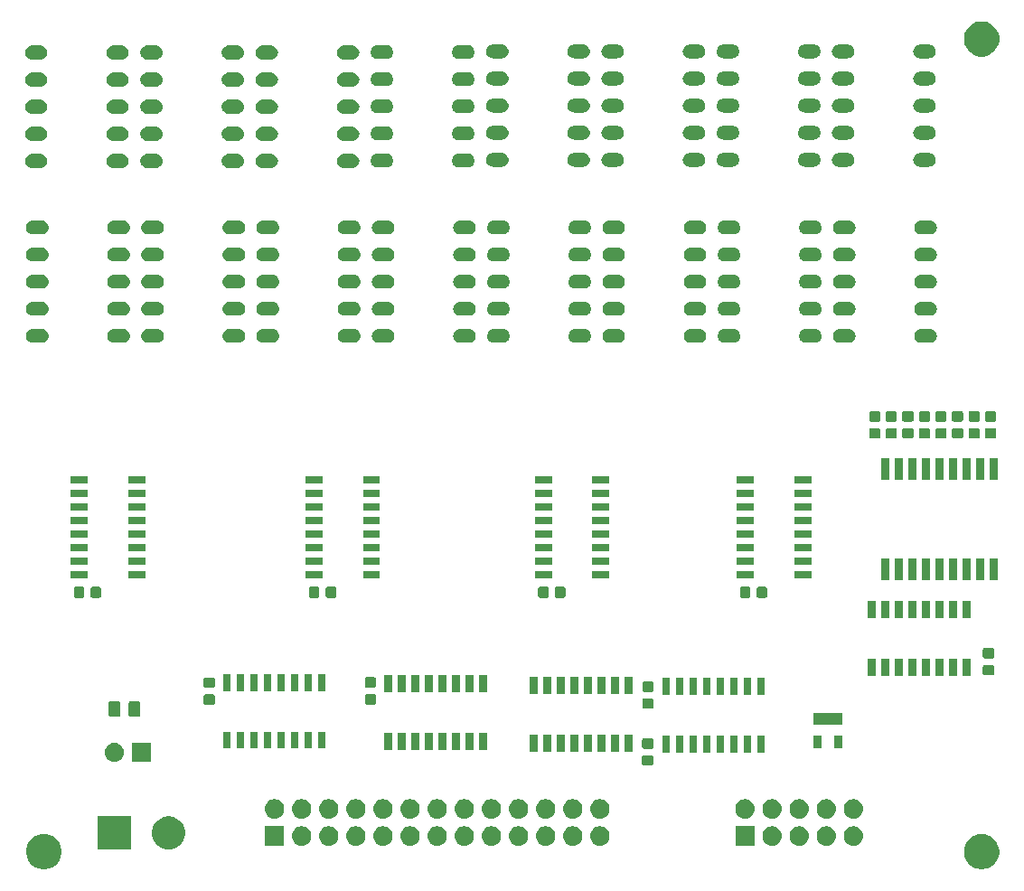
<source format=gts>
%TF.GenerationSoftware,KiCad,Pcbnew,(5.1.0)-1*%
%TF.CreationDate,2022-03-22T21:10:23+01:00*%
%TF.ProjectId,led_display,6c65645f-6469-4737-906c-61792e6b6963,rev?*%
%TF.SameCoordinates,Original*%
%TF.FileFunction,Soldermask,Top*%
%TF.FilePolarity,Negative*%
%FSLAX46Y46*%
G04 Gerber Fmt 4.6, Leading zero omitted, Abs format (unit mm)*
G04 Created by KiCad (PCBNEW (5.1.0)-1) date 2022-03-22 21:10:23*
%MOMM*%
%LPD*%
G04 APERTURE LIST*
%ADD10C,0.100000*%
G04 APERTURE END LIST*
D10*
G36*
X175825256Y-124091298D02*
G01*
X175931579Y-124112447D01*
X176232042Y-124236903D01*
X176502451Y-124417585D01*
X176732415Y-124647549D01*
X176913097Y-124917958D01*
X177015260Y-125164600D01*
X177037553Y-125218422D01*
X177093762Y-125501000D01*
X177101000Y-125537391D01*
X177101000Y-125862609D01*
X177037553Y-126181579D01*
X176913097Y-126482042D01*
X176732415Y-126752451D01*
X176502451Y-126982415D01*
X176232042Y-127163097D01*
X175931579Y-127287553D01*
X175825256Y-127308702D01*
X175612611Y-127351000D01*
X175287389Y-127351000D01*
X175074744Y-127308702D01*
X174968421Y-127287553D01*
X174667958Y-127163097D01*
X174397549Y-126982415D01*
X174167585Y-126752451D01*
X173986903Y-126482042D01*
X173862447Y-126181579D01*
X173799000Y-125862609D01*
X173799000Y-125537391D01*
X173806239Y-125501000D01*
X173862447Y-125218422D01*
X173884741Y-125164600D01*
X173986903Y-124917958D01*
X174167585Y-124647549D01*
X174397549Y-124417585D01*
X174667958Y-124236903D01*
X174968421Y-124112447D01*
X175074744Y-124091298D01*
X175287389Y-124049000D01*
X175612611Y-124049000D01*
X175825256Y-124091298D01*
X175825256Y-124091298D01*
G37*
G36*
X87975256Y-124091298D02*
G01*
X88081579Y-124112447D01*
X88382042Y-124236903D01*
X88652451Y-124417585D01*
X88882415Y-124647549D01*
X89063097Y-124917958D01*
X89165260Y-125164600D01*
X89187553Y-125218422D01*
X89243762Y-125501000D01*
X89251000Y-125537391D01*
X89251000Y-125862609D01*
X89187553Y-126181579D01*
X89063097Y-126482042D01*
X88882415Y-126752451D01*
X88652451Y-126982415D01*
X88382042Y-127163097D01*
X88081579Y-127287553D01*
X87975256Y-127308702D01*
X87762611Y-127351000D01*
X87437389Y-127351000D01*
X87224744Y-127308702D01*
X87118421Y-127287553D01*
X86817958Y-127163097D01*
X86547549Y-126982415D01*
X86317585Y-126752451D01*
X86136903Y-126482042D01*
X86012447Y-126181579D01*
X85949000Y-125862609D01*
X85949000Y-125537391D01*
X85956239Y-125501000D01*
X86012447Y-125218422D01*
X86034741Y-125164600D01*
X86136903Y-124917958D01*
X86317585Y-124647549D01*
X86547549Y-124417585D01*
X86817958Y-124236903D01*
X87118421Y-124112447D01*
X87224744Y-124091298D01*
X87437389Y-124049000D01*
X87762611Y-124049000D01*
X87975256Y-124091298D01*
X87975256Y-124091298D01*
G37*
G36*
X95751000Y-125501000D02*
G01*
X92649000Y-125501000D01*
X92649000Y-122399000D01*
X95751000Y-122399000D01*
X95751000Y-125501000D01*
X95751000Y-125501000D01*
G37*
G36*
X99582585Y-122428802D02*
G01*
X99732410Y-122458604D01*
X100014674Y-122575521D01*
X100268705Y-122745259D01*
X100484741Y-122961295D01*
X100654479Y-123215326D01*
X100771396Y-123497590D01*
X100831000Y-123797240D01*
X100831000Y-124102760D01*
X100771396Y-124402410D01*
X100654479Y-124684674D01*
X100484741Y-124938705D01*
X100268705Y-125154741D01*
X100014674Y-125324479D01*
X99732410Y-125441396D01*
X99582585Y-125471198D01*
X99432761Y-125501000D01*
X99127239Y-125501000D01*
X98977415Y-125471198D01*
X98827590Y-125441396D01*
X98545326Y-125324479D01*
X98291295Y-125154741D01*
X98075259Y-124938705D01*
X97905521Y-124684674D01*
X97788604Y-124402410D01*
X97729000Y-124102760D01*
X97729000Y-123797240D01*
X97788604Y-123497590D01*
X97905521Y-123215326D01*
X98075259Y-122961295D01*
X98291295Y-122745259D01*
X98545326Y-122575521D01*
X98827590Y-122458604D01*
X98977415Y-122428802D01*
X99127239Y-122399000D01*
X99432761Y-122399000D01*
X99582585Y-122428802D01*
X99582585Y-122428802D01*
G37*
G36*
X124619294Y-123348633D02*
G01*
X124791695Y-123400931D01*
X124950583Y-123485858D01*
X125089849Y-123600151D01*
X125204142Y-123739417D01*
X125289069Y-123898305D01*
X125341367Y-124070706D01*
X125359025Y-124250000D01*
X125341367Y-124429294D01*
X125289069Y-124601695D01*
X125204142Y-124760583D01*
X125089849Y-124899849D01*
X124950583Y-125014142D01*
X124791695Y-125099069D01*
X124619294Y-125151367D01*
X124484931Y-125164600D01*
X124395069Y-125164600D01*
X124260706Y-125151367D01*
X124088305Y-125099069D01*
X123929417Y-125014142D01*
X123790151Y-124899849D01*
X123675858Y-124760583D01*
X123590931Y-124601695D01*
X123538633Y-124429294D01*
X123520975Y-124250000D01*
X123538633Y-124070706D01*
X123590931Y-123898305D01*
X123675858Y-123739417D01*
X123790151Y-123600151D01*
X123929417Y-123485858D01*
X124088305Y-123400931D01*
X124260706Y-123348633D01*
X124395069Y-123335400D01*
X124484931Y-123335400D01*
X124619294Y-123348633D01*
X124619294Y-123348633D01*
G37*
G36*
X110114600Y-125164600D02*
G01*
X108285400Y-125164600D01*
X108285400Y-123335400D01*
X110114600Y-123335400D01*
X110114600Y-125164600D01*
X110114600Y-125164600D01*
G37*
G36*
X111919294Y-123348633D02*
G01*
X112091695Y-123400931D01*
X112250583Y-123485858D01*
X112389849Y-123600151D01*
X112504142Y-123739417D01*
X112589069Y-123898305D01*
X112641367Y-124070706D01*
X112659025Y-124250000D01*
X112641367Y-124429294D01*
X112589069Y-124601695D01*
X112504142Y-124760583D01*
X112389849Y-124899849D01*
X112250583Y-125014142D01*
X112091695Y-125099069D01*
X111919294Y-125151367D01*
X111784931Y-125164600D01*
X111695069Y-125164600D01*
X111560706Y-125151367D01*
X111388305Y-125099069D01*
X111229417Y-125014142D01*
X111090151Y-124899849D01*
X110975858Y-124760583D01*
X110890931Y-124601695D01*
X110838633Y-124429294D01*
X110820975Y-124250000D01*
X110838633Y-124070706D01*
X110890931Y-123898305D01*
X110975858Y-123739417D01*
X111090151Y-123600151D01*
X111229417Y-123485858D01*
X111388305Y-123400931D01*
X111560706Y-123348633D01*
X111695069Y-123335400D01*
X111784931Y-123335400D01*
X111919294Y-123348633D01*
X111919294Y-123348633D01*
G37*
G36*
X114459294Y-123348633D02*
G01*
X114631695Y-123400931D01*
X114790583Y-123485858D01*
X114929849Y-123600151D01*
X115044142Y-123739417D01*
X115129069Y-123898305D01*
X115181367Y-124070706D01*
X115199025Y-124250000D01*
X115181367Y-124429294D01*
X115129069Y-124601695D01*
X115044142Y-124760583D01*
X114929849Y-124899849D01*
X114790583Y-125014142D01*
X114631695Y-125099069D01*
X114459294Y-125151367D01*
X114324931Y-125164600D01*
X114235069Y-125164600D01*
X114100706Y-125151367D01*
X113928305Y-125099069D01*
X113769417Y-125014142D01*
X113630151Y-124899849D01*
X113515858Y-124760583D01*
X113430931Y-124601695D01*
X113378633Y-124429294D01*
X113360975Y-124250000D01*
X113378633Y-124070706D01*
X113430931Y-123898305D01*
X113515858Y-123739417D01*
X113630151Y-123600151D01*
X113769417Y-123485858D01*
X113928305Y-123400931D01*
X114100706Y-123348633D01*
X114235069Y-123335400D01*
X114324931Y-123335400D01*
X114459294Y-123348633D01*
X114459294Y-123348633D01*
G37*
G36*
X116999294Y-123348633D02*
G01*
X117171695Y-123400931D01*
X117330583Y-123485858D01*
X117469849Y-123600151D01*
X117584142Y-123739417D01*
X117669069Y-123898305D01*
X117721367Y-124070706D01*
X117739025Y-124250000D01*
X117721367Y-124429294D01*
X117669069Y-124601695D01*
X117584142Y-124760583D01*
X117469849Y-124899849D01*
X117330583Y-125014142D01*
X117171695Y-125099069D01*
X116999294Y-125151367D01*
X116864931Y-125164600D01*
X116775069Y-125164600D01*
X116640706Y-125151367D01*
X116468305Y-125099069D01*
X116309417Y-125014142D01*
X116170151Y-124899849D01*
X116055858Y-124760583D01*
X115970931Y-124601695D01*
X115918633Y-124429294D01*
X115900975Y-124250000D01*
X115918633Y-124070706D01*
X115970931Y-123898305D01*
X116055858Y-123739417D01*
X116170151Y-123600151D01*
X116309417Y-123485858D01*
X116468305Y-123400931D01*
X116640706Y-123348633D01*
X116775069Y-123335400D01*
X116864931Y-123335400D01*
X116999294Y-123348633D01*
X116999294Y-123348633D01*
G37*
G36*
X119539294Y-123348633D02*
G01*
X119711695Y-123400931D01*
X119870583Y-123485858D01*
X120009849Y-123600151D01*
X120124142Y-123739417D01*
X120209069Y-123898305D01*
X120261367Y-124070706D01*
X120279025Y-124250000D01*
X120261367Y-124429294D01*
X120209069Y-124601695D01*
X120124142Y-124760583D01*
X120009849Y-124899849D01*
X119870583Y-125014142D01*
X119711695Y-125099069D01*
X119539294Y-125151367D01*
X119404931Y-125164600D01*
X119315069Y-125164600D01*
X119180706Y-125151367D01*
X119008305Y-125099069D01*
X118849417Y-125014142D01*
X118710151Y-124899849D01*
X118595858Y-124760583D01*
X118510931Y-124601695D01*
X118458633Y-124429294D01*
X118440975Y-124250000D01*
X118458633Y-124070706D01*
X118510931Y-123898305D01*
X118595858Y-123739417D01*
X118710151Y-123600151D01*
X118849417Y-123485858D01*
X119008305Y-123400931D01*
X119180706Y-123348633D01*
X119315069Y-123335400D01*
X119404931Y-123335400D01*
X119539294Y-123348633D01*
X119539294Y-123348633D01*
G37*
G36*
X122079294Y-123348633D02*
G01*
X122251695Y-123400931D01*
X122410583Y-123485858D01*
X122549849Y-123600151D01*
X122664142Y-123739417D01*
X122749069Y-123898305D01*
X122801367Y-124070706D01*
X122819025Y-124250000D01*
X122801367Y-124429294D01*
X122749069Y-124601695D01*
X122664142Y-124760583D01*
X122549849Y-124899849D01*
X122410583Y-125014142D01*
X122251695Y-125099069D01*
X122079294Y-125151367D01*
X121944931Y-125164600D01*
X121855069Y-125164600D01*
X121720706Y-125151367D01*
X121548305Y-125099069D01*
X121389417Y-125014142D01*
X121250151Y-124899849D01*
X121135858Y-124760583D01*
X121050931Y-124601695D01*
X120998633Y-124429294D01*
X120980975Y-124250000D01*
X120998633Y-124070706D01*
X121050931Y-123898305D01*
X121135858Y-123739417D01*
X121250151Y-123600151D01*
X121389417Y-123485858D01*
X121548305Y-123400931D01*
X121720706Y-123348633D01*
X121855069Y-123335400D01*
X121944931Y-123335400D01*
X122079294Y-123348633D01*
X122079294Y-123348633D01*
G37*
G36*
X161099294Y-123348633D02*
G01*
X161271695Y-123400931D01*
X161430583Y-123485858D01*
X161569849Y-123600151D01*
X161684142Y-123739417D01*
X161769069Y-123898305D01*
X161821367Y-124070706D01*
X161839025Y-124250000D01*
X161821367Y-124429294D01*
X161769069Y-124601695D01*
X161684142Y-124760583D01*
X161569849Y-124899849D01*
X161430583Y-125014142D01*
X161271695Y-125099069D01*
X161099294Y-125151367D01*
X160964931Y-125164600D01*
X160875069Y-125164600D01*
X160740706Y-125151367D01*
X160568305Y-125099069D01*
X160409417Y-125014142D01*
X160270151Y-124899849D01*
X160155858Y-124760583D01*
X160070931Y-124601695D01*
X160018633Y-124429294D01*
X160000975Y-124250000D01*
X160018633Y-124070706D01*
X160070931Y-123898305D01*
X160155858Y-123739417D01*
X160270151Y-123600151D01*
X160409417Y-123485858D01*
X160568305Y-123400931D01*
X160740706Y-123348633D01*
X160875069Y-123335400D01*
X160964931Y-123335400D01*
X161099294Y-123348633D01*
X161099294Y-123348633D01*
G37*
G36*
X129699294Y-123348633D02*
G01*
X129871695Y-123400931D01*
X130030583Y-123485858D01*
X130169849Y-123600151D01*
X130284142Y-123739417D01*
X130369069Y-123898305D01*
X130421367Y-124070706D01*
X130439025Y-124250000D01*
X130421367Y-124429294D01*
X130369069Y-124601695D01*
X130284142Y-124760583D01*
X130169849Y-124899849D01*
X130030583Y-125014142D01*
X129871695Y-125099069D01*
X129699294Y-125151367D01*
X129564931Y-125164600D01*
X129475069Y-125164600D01*
X129340706Y-125151367D01*
X129168305Y-125099069D01*
X129009417Y-125014142D01*
X128870151Y-124899849D01*
X128755858Y-124760583D01*
X128670931Y-124601695D01*
X128618633Y-124429294D01*
X128600975Y-124250000D01*
X128618633Y-124070706D01*
X128670931Y-123898305D01*
X128755858Y-123739417D01*
X128870151Y-123600151D01*
X129009417Y-123485858D01*
X129168305Y-123400931D01*
X129340706Y-123348633D01*
X129475069Y-123335400D01*
X129564931Y-123335400D01*
X129699294Y-123348633D01*
X129699294Y-123348633D01*
G37*
G36*
X134779294Y-123348633D02*
G01*
X134951695Y-123400931D01*
X135110583Y-123485858D01*
X135249849Y-123600151D01*
X135364142Y-123739417D01*
X135449069Y-123898305D01*
X135501367Y-124070706D01*
X135519025Y-124250000D01*
X135501367Y-124429294D01*
X135449069Y-124601695D01*
X135364142Y-124760583D01*
X135249849Y-124899849D01*
X135110583Y-125014142D01*
X134951695Y-125099069D01*
X134779294Y-125151367D01*
X134644931Y-125164600D01*
X134555069Y-125164600D01*
X134420706Y-125151367D01*
X134248305Y-125099069D01*
X134089417Y-125014142D01*
X133950151Y-124899849D01*
X133835858Y-124760583D01*
X133750931Y-124601695D01*
X133698633Y-124429294D01*
X133680975Y-124250000D01*
X133698633Y-124070706D01*
X133750931Y-123898305D01*
X133835858Y-123739417D01*
X133950151Y-123600151D01*
X134089417Y-123485858D01*
X134248305Y-123400931D01*
X134420706Y-123348633D01*
X134555069Y-123335400D01*
X134644931Y-123335400D01*
X134779294Y-123348633D01*
X134779294Y-123348633D01*
G37*
G36*
X127159294Y-123348633D02*
G01*
X127331695Y-123400931D01*
X127490583Y-123485858D01*
X127629849Y-123600151D01*
X127744142Y-123739417D01*
X127829069Y-123898305D01*
X127881367Y-124070706D01*
X127899025Y-124250000D01*
X127881367Y-124429294D01*
X127829069Y-124601695D01*
X127744142Y-124760583D01*
X127629849Y-124899849D01*
X127490583Y-125014142D01*
X127331695Y-125099069D01*
X127159294Y-125151367D01*
X127024931Y-125164600D01*
X126935069Y-125164600D01*
X126800706Y-125151367D01*
X126628305Y-125099069D01*
X126469417Y-125014142D01*
X126330151Y-124899849D01*
X126215858Y-124760583D01*
X126130931Y-124601695D01*
X126078633Y-124429294D01*
X126060975Y-124250000D01*
X126078633Y-124070706D01*
X126130931Y-123898305D01*
X126215858Y-123739417D01*
X126330151Y-123600151D01*
X126469417Y-123485858D01*
X126628305Y-123400931D01*
X126800706Y-123348633D01*
X126935069Y-123335400D01*
X127024931Y-123335400D01*
X127159294Y-123348633D01*
X127159294Y-123348633D01*
G37*
G36*
X163639294Y-123348633D02*
G01*
X163811695Y-123400931D01*
X163970583Y-123485858D01*
X164109849Y-123600151D01*
X164224142Y-123739417D01*
X164309069Y-123898305D01*
X164361367Y-124070706D01*
X164379025Y-124250000D01*
X164361367Y-124429294D01*
X164309069Y-124601695D01*
X164224142Y-124760583D01*
X164109849Y-124899849D01*
X163970583Y-125014142D01*
X163811695Y-125099069D01*
X163639294Y-125151367D01*
X163504931Y-125164600D01*
X163415069Y-125164600D01*
X163280706Y-125151367D01*
X163108305Y-125099069D01*
X162949417Y-125014142D01*
X162810151Y-124899849D01*
X162695858Y-124760583D01*
X162610931Y-124601695D01*
X162558633Y-124429294D01*
X162540975Y-124250000D01*
X162558633Y-124070706D01*
X162610931Y-123898305D01*
X162695858Y-123739417D01*
X162810151Y-123600151D01*
X162949417Y-123485858D01*
X163108305Y-123400931D01*
X163280706Y-123348633D01*
X163415069Y-123335400D01*
X163504931Y-123335400D01*
X163639294Y-123348633D01*
X163639294Y-123348633D01*
G37*
G36*
X154214600Y-125164600D02*
G01*
X152385400Y-125164600D01*
X152385400Y-123335400D01*
X154214600Y-123335400D01*
X154214600Y-125164600D01*
X154214600Y-125164600D01*
G37*
G36*
X156019294Y-123348633D02*
G01*
X156191695Y-123400931D01*
X156350583Y-123485858D01*
X156489849Y-123600151D01*
X156604142Y-123739417D01*
X156689069Y-123898305D01*
X156741367Y-124070706D01*
X156759025Y-124250000D01*
X156741367Y-124429294D01*
X156689069Y-124601695D01*
X156604142Y-124760583D01*
X156489849Y-124899849D01*
X156350583Y-125014142D01*
X156191695Y-125099069D01*
X156019294Y-125151367D01*
X155884931Y-125164600D01*
X155795069Y-125164600D01*
X155660706Y-125151367D01*
X155488305Y-125099069D01*
X155329417Y-125014142D01*
X155190151Y-124899849D01*
X155075858Y-124760583D01*
X154990931Y-124601695D01*
X154938633Y-124429294D01*
X154920975Y-124250000D01*
X154938633Y-124070706D01*
X154990931Y-123898305D01*
X155075858Y-123739417D01*
X155190151Y-123600151D01*
X155329417Y-123485858D01*
X155488305Y-123400931D01*
X155660706Y-123348633D01*
X155795069Y-123335400D01*
X155884931Y-123335400D01*
X156019294Y-123348633D01*
X156019294Y-123348633D01*
G37*
G36*
X158559294Y-123348633D02*
G01*
X158731695Y-123400931D01*
X158890583Y-123485858D01*
X159029849Y-123600151D01*
X159144142Y-123739417D01*
X159229069Y-123898305D01*
X159281367Y-124070706D01*
X159299025Y-124250000D01*
X159281367Y-124429294D01*
X159229069Y-124601695D01*
X159144142Y-124760583D01*
X159029849Y-124899849D01*
X158890583Y-125014142D01*
X158731695Y-125099069D01*
X158559294Y-125151367D01*
X158424931Y-125164600D01*
X158335069Y-125164600D01*
X158200706Y-125151367D01*
X158028305Y-125099069D01*
X157869417Y-125014142D01*
X157730151Y-124899849D01*
X157615858Y-124760583D01*
X157530931Y-124601695D01*
X157478633Y-124429294D01*
X157460975Y-124250000D01*
X157478633Y-124070706D01*
X157530931Y-123898305D01*
X157615858Y-123739417D01*
X157730151Y-123600151D01*
X157869417Y-123485858D01*
X158028305Y-123400931D01*
X158200706Y-123348633D01*
X158335069Y-123335400D01*
X158424931Y-123335400D01*
X158559294Y-123348633D01*
X158559294Y-123348633D01*
G37*
G36*
X139859294Y-123348633D02*
G01*
X140031695Y-123400931D01*
X140190583Y-123485858D01*
X140329849Y-123600151D01*
X140444142Y-123739417D01*
X140529069Y-123898305D01*
X140581367Y-124070706D01*
X140599025Y-124250000D01*
X140581367Y-124429294D01*
X140529069Y-124601695D01*
X140444142Y-124760583D01*
X140329849Y-124899849D01*
X140190583Y-125014142D01*
X140031695Y-125099069D01*
X139859294Y-125151367D01*
X139724931Y-125164600D01*
X139635069Y-125164600D01*
X139500706Y-125151367D01*
X139328305Y-125099069D01*
X139169417Y-125014142D01*
X139030151Y-124899849D01*
X138915858Y-124760583D01*
X138830931Y-124601695D01*
X138778633Y-124429294D01*
X138760975Y-124250000D01*
X138778633Y-124070706D01*
X138830931Y-123898305D01*
X138915858Y-123739417D01*
X139030151Y-123600151D01*
X139169417Y-123485858D01*
X139328305Y-123400931D01*
X139500706Y-123348633D01*
X139635069Y-123335400D01*
X139724931Y-123335400D01*
X139859294Y-123348633D01*
X139859294Y-123348633D01*
G37*
G36*
X137319294Y-123348633D02*
G01*
X137491695Y-123400931D01*
X137650583Y-123485858D01*
X137789849Y-123600151D01*
X137904142Y-123739417D01*
X137989069Y-123898305D01*
X138041367Y-124070706D01*
X138059025Y-124250000D01*
X138041367Y-124429294D01*
X137989069Y-124601695D01*
X137904142Y-124760583D01*
X137789849Y-124899849D01*
X137650583Y-125014142D01*
X137491695Y-125099069D01*
X137319294Y-125151367D01*
X137184931Y-125164600D01*
X137095069Y-125164600D01*
X136960706Y-125151367D01*
X136788305Y-125099069D01*
X136629417Y-125014142D01*
X136490151Y-124899849D01*
X136375858Y-124760583D01*
X136290931Y-124601695D01*
X136238633Y-124429294D01*
X136220975Y-124250000D01*
X136238633Y-124070706D01*
X136290931Y-123898305D01*
X136375858Y-123739417D01*
X136490151Y-123600151D01*
X136629417Y-123485858D01*
X136788305Y-123400931D01*
X136960706Y-123348633D01*
X137095069Y-123335400D01*
X137184931Y-123335400D01*
X137319294Y-123348633D01*
X137319294Y-123348633D01*
G37*
G36*
X132239294Y-123348633D02*
G01*
X132411695Y-123400931D01*
X132570583Y-123485858D01*
X132709849Y-123600151D01*
X132824142Y-123739417D01*
X132909069Y-123898305D01*
X132961367Y-124070706D01*
X132979025Y-124250000D01*
X132961367Y-124429294D01*
X132909069Y-124601695D01*
X132824142Y-124760583D01*
X132709849Y-124899849D01*
X132570583Y-125014142D01*
X132411695Y-125099069D01*
X132239294Y-125151367D01*
X132104931Y-125164600D01*
X132015069Y-125164600D01*
X131880706Y-125151367D01*
X131708305Y-125099069D01*
X131549417Y-125014142D01*
X131410151Y-124899849D01*
X131295858Y-124760583D01*
X131210931Y-124601695D01*
X131158633Y-124429294D01*
X131140975Y-124250000D01*
X131158633Y-124070706D01*
X131210931Y-123898305D01*
X131295858Y-123739417D01*
X131410151Y-123600151D01*
X131549417Y-123485858D01*
X131708305Y-123400931D01*
X131880706Y-123348633D01*
X132015069Y-123335400D01*
X132104931Y-123335400D01*
X132239294Y-123348633D01*
X132239294Y-123348633D01*
G37*
G36*
X139859294Y-120808633D02*
G01*
X140031695Y-120860931D01*
X140190583Y-120945858D01*
X140329849Y-121060151D01*
X140444142Y-121199417D01*
X140529069Y-121358305D01*
X140581367Y-121530706D01*
X140599025Y-121710000D01*
X140581367Y-121889294D01*
X140529069Y-122061695D01*
X140444142Y-122220583D01*
X140329849Y-122359849D01*
X140190583Y-122474142D01*
X140031695Y-122559069D01*
X139859294Y-122611367D01*
X139724931Y-122624600D01*
X139635069Y-122624600D01*
X139500706Y-122611367D01*
X139328305Y-122559069D01*
X139169417Y-122474142D01*
X139030151Y-122359849D01*
X138915858Y-122220583D01*
X138830931Y-122061695D01*
X138778633Y-121889294D01*
X138760975Y-121710000D01*
X138778633Y-121530706D01*
X138830931Y-121358305D01*
X138915858Y-121199417D01*
X139030151Y-121060151D01*
X139169417Y-120945858D01*
X139328305Y-120860931D01*
X139500706Y-120808633D01*
X139635069Y-120795400D01*
X139724931Y-120795400D01*
X139859294Y-120808633D01*
X139859294Y-120808633D01*
G37*
G36*
X127159294Y-120808633D02*
G01*
X127331695Y-120860931D01*
X127490583Y-120945858D01*
X127629849Y-121060151D01*
X127744142Y-121199417D01*
X127829069Y-121358305D01*
X127881367Y-121530706D01*
X127899025Y-121710000D01*
X127881367Y-121889294D01*
X127829069Y-122061695D01*
X127744142Y-122220583D01*
X127629849Y-122359849D01*
X127490583Y-122474142D01*
X127331695Y-122559069D01*
X127159294Y-122611367D01*
X127024931Y-122624600D01*
X126935069Y-122624600D01*
X126800706Y-122611367D01*
X126628305Y-122559069D01*
X126469417Y-122474142D01*
X126330151Y-122359849D01*
X126215858Y-122220583D01*
X126130931Y-122061695D01*
X126078633Y-121889294D01*
X126060975Y-121710000D01*
X126078633Y-121530706D01*
X126130931Y-121358305D01*
X126215858Y-121199417D01*
X126330151Y-121060151D01*
X126469417Y-120945858D01*
X126628305Y-120860931D01*
X126800706Y-120808633D01*
X126935069Y-120795400D01*
X127024931Y-120795400D01*
X127159294Y-120808633D01*
X127159294Y-120808633D01*
G37*
G36*
X132239294Y-120808633D02*
G01*
X132411695Y-120860931D01*
X132570583Y-120945858D01*
X132709849Y-121060151D01*
X132824142Y-121199417D01*
X132909069Y-121358305D01*
X132961367Y-121530706D01*
X132979025Y-121710000D01*
X132961367Y-121889294D01*
X132909069Y-122061695D01*
X132824142Y-122220583D01*
X132709849Y-122359849D01*
X132570583Y-122474142D01*
X132411695Y-122559069D01*
X132239294Y-122611367D01*
X132104931Y-122624600D01*
X132015069Y-122624600D01*
X131880706Y-122611367D01*
X131708305Y-122559069D01*
X131549417Y-122474142D01*
X131410151Y-122359849D01*
X131295858Y-122220583D01*
X131210931Y-122061695D01*
X131158633Y-121889294D01*
X131140975Y-121710000D01*
X131158633Y-121530706D01*
X131210931Y-121358305D01*
X131295858Y-121199417D01*
X131410151Y-121060151D01*
X131549417Y-120945858D01*
X131708305Y-120860931D01*
X131880706Y-120808633D01*
X132015069Y-120795400D01*
X132104931Y-120795400D01*
X132239294Y-120808633D01*
X132239294Y-120808633D01*
G37*
G36*
X124619294Y-120808633D02*
G01*
X124791695Y-120860931D01*
X124950583Y-120945858D01*
X125089849Y-121060151D01*
X125204142Y-121199417D01*
X125289069Y-121358305D01*
X125341367Y-121530706D01*
X125359025Y-121710000D01*
X125341367Y-121889294D01*
X125289069Y-122061695D01*
X125204142Y-122220583D01*
X125089849Y-122359849D01*
X124950583Y-122474142D01*
X124791695Y-122559069D01*
X124619294Y-122611367D01*
X124484931Y-122624600D01*
X124395069Y-122624600D01*
X124260706Y-122611367D01*
X124088305Y-122559069D01*
X123929417Y-122474142D01*
X123790151Y-122359849D01*
X123675858Y-122220583D01*
X123590931Y-122061695D01*
X123538633Y-121889294D01*
X123520975Y-121710000D01*
X123538633Y-121530706D01*
X123590931Y-121358305D01*
X123675858Y-121199417D01*
X123790151Y-121060151D01*
X123929417Y-120945858D01*
X124088305Y-120860931D01*
X124260706Y-120808633D01*
X124395069Y-120795400D01*
X124484931Y-120795400D01*
X124619294Y-120808633D01*
X124619294Y-120808633D01*
G37*
G36*
X122079294Y-120808633D02*
G01*
X122251695Y-120860931D01*
X122410583Y-120945858D01*
X122549849Y-121060151D01*
X122664142Y-121199417D01*
X122749069Y-121358305D01*
X122801367Y-121530706D01*
X122819025Y-121710000D01*
X122801367Y-121889294D01*
X122749069Y-122061695D01*
X122664142Y-122220583D01*
X122549849Y-122359849D01*
X122410583Y-122474142D01*
X122251695Y-122559069D01*
X122079294Y-122611367D01*
X121944931Y-122624600D01*
X121855069Y-122624600D01*
X121720706Y-122611367D01*
X121548305Y-122559069D01*
X121389417Y-122474142D01*
X121250151Y-122359849D01*
X121135858Y-122220583D01*
X121050931Y-122061695D01*
X120998633Y-121889294D01*
X120980975Y-121710000D01*
X120998633Y-121530706D01*
X121050931Y-121358305D01*
X121135858Y-121199417D01*
X121250151Y-121060151D01*
X121389417Y-120945858D01*
X121548305Y-120860931D01*
X121720706Y-120808633D01*
X121855069Y-120795400D01*
X121944931Y-120795400D01*
X122079294Y-120808633D01*
X122079294Y-120808633D01*
G37*
G36*
X119539294Y-120808633D02*
G01*
X119711695Y-120860931D01*
X119870583Y-120945858D01*
X120009849Y-121060151D01*
X120124142Y-121199417D01*
X120209069Y-121358305D01*
X120261367Y-121530706D01*
X120279025Y-121710000D01*
X120261367Y-121889294D01*
X120209069Y-122061695D01*
X120124142Y-122220583D01*
X120009849Y-122359849D01*
X119870583Y-122474142D01*
X119711695Y-122559069D01*
X119539294Y-122611367D01*
X119404931Y-122624600D01*
X119315069Y-122624600D01*
X119180706Y-122611367D01*
X119008305Y-122559069D01*
X118849417Y-122474142D01*
X118710151Y-122359849D01*
X118595858Y-122220583D01*
X118510931Y-122061695D01*
X118458633Y-121889294D01*
X118440975Y-121710000D01*
X118458633Y-121530706D01*
X118510931Y-121358305D01*
X118595858Y-121199417D01*
X118710151Y-121060151D01*
X118849417Y-120945858D01*
X119008305Y-120860931D01*
X119180706Y-120808633D01*
X119315069Y-120795400D01*
X119404931Y-120795400D01*
X119539294Y-120808633D01*
X119539294Y-120808633D01*
G37*
G36*
X134779294Y-120808633D02*
G01*
X134951695Y-120860931D01*
X135110583Y-120945858D01*
X135249849Y-121060151D01*
X135364142Y-121199417D01*
X135449069Y-121358305D01*
X135501367Y-121530706D01*
X135519025Y-121710000D01*
X135501367Y-121889294D01*
X135449069Y-122061695D01*
X135364142Y-122220583D01*
X135249849Y-122359849D01*
X135110583Y-122474142D01*
X134951695Y-122559069D01*
X134779294Y-122611367D01*
X134644931Y-122624600D01*
X134555069Y-122624600D01*
X134420706Y-122611367D01*
X134248305Y-122559069D01*
X134089417Y-122474142D01*
X133950151Y-122359849D01*
X133835858Y-122220583D01*
X133750931Y-122061695D01*
X133698633Y-121889294D01*
X133680975Y-121710000D01*
X133698633Y-121530706D01*
X133750931Y-121358305D01*
X133835858Y-121199417D01*
X133950151Y-121060151D01*
X134089417Y-120945858D01*
X134248305Y-120860931D01*
X134420706Y-120808633D01*
X134555069Y-120795400D01*
X134644931Y-120795400D01*
X134779294Y-120808633D01*
X134779294Y-120808633D01*
G37*
G36*
X116999294Y-120808633D02*
G01*
X117171695Y-120860931D01*
X117330583Y-120945858D01*
X117469849Y-121060151D01*
X117584142Y-121199417D01*
X117669069Y-121358305D01*
X117721367Y-121530706D01*
X117739025Y-121710000D01*
X117721367Y-121889294D01*
X117669069Y-122061695D01*
X117584142Y-122220583D01*
X117469849Y-122359849D01*
X117330583Y-122474142D01*
X117171695Y-122559069D01*
X116999294Y-122611367D01*
X116864931Y-122624600D01*
X116775069Y-122624600D01*
X116640706Y-122611367D01*
X116468305Y-122559069D01*
X116309417Y-122474142D01*
X116170151Y-122359849D01*
X116055858Y-122220583D01*
X115970931Y-122061695D01*
X115918633Y-121889294D01*
X115900975Y-121710000D01*
X115918633Y-121530706D01*
X115970931Y-121358305D01*
X116055858Y-121199417D01*
X116170151Y-121060151D01*
X116309417Y-120945858D01*
X116468305Y-120860931D01*
X116640706Y-120808633D01*
X116775069Y-120795400D01*
X116864931Y-120795400D01*
X116999294Y-120808633D01*
X116999294Y-120808633D01*
G37*
G36*
X114459294Y-120808633D02*
G01*
X114631695Y-120860931D01*
X114790583Y-120945858D01*
X114929849Y-121060151D01*
X115044142Y-121199417D01*
X115129069Y-121358305D01*
X115181367Y-121530706D01*
X115199025Y-121710000D01*
X115181367Y-121889294D01*
X115129069Y-122061695D01*
X115044142Y-122220583D01*
X114929849Y-122359849D01*
X114790583Y-122474142D01*
X114631695Y-122559069D01*
X114459294Y-122611367D01*
X114324931Y-122624600D01*
X114235069Y-122624600D01*
X114100706Y-122611367D01*
X113928305Y-122559069D01*
X113769417Y-122474142D01*
X113630151Y-122359849D01*
X113515858Y-122220583D01*
X113430931Y-122061695D01*
X113378633Y-121889294D01*
X113360975Y-121710000D01*
X113378633Y-121530706D01*
X113430931Y-121358305D01*
X113515858Y-121199417D01*
X113630151Y-121060151D01*
X113769417Y-120945858D01*
X113928305Y-120860931D01*
X114100706Y-120808633D01*
X114235069Y-120795400D01*
X114324931Y-120795400D01*
X114459294Y-120808633D01*
X114459294Y-120808633D01*
G37*
G36*
X111919294Y-120808633D02*
G01*
X112091695Y-120860931D01*
X112250583Y-120945858D01*
X112389849Y-121060151D01*
X112504142Y-121199417D01*
X112589069Y-121358305D01*
X112641367Y-121530706D01*
X112659025Y-121710000D01*
X112641367Y-121889294D01*
X112589069Y-122061695D01*
X112504142Y-122220583D01*
X112389849Y-122359849D01*
X112250583Y-122474142D01*
X112091695Y-122559069D01*
X111919294Y-122611367D01*
X111784931Y-122624600D01*
X111695069Y-122624600D01*
X111560706Y-122611367D01*
X111388305Y-122559069D01*
X111229417Y-122474142D01*
X111090151Y-122359849D01*
X110975858Y-122220583D01*
X110890931Y-122061695D01*
X110838633Y-121889294D01*
X110820975Y-121710000D01*
X110838633Y-121530706D01*
X110890931Y-121358305D01*
X110975858Y-121199417D01*
X111090151Y-121060151D01*
X111229417Y-120945858D01*
X111388305Y-120860931D01*
X111560706Y-120808633D01*
X111695069Y-120795400D01*
X111784931Y-120795400D01*
X111919294Y-120808633D01*
X111919294Y-120808633D01*
G37*
G36*
X109379294Y-120808633D02*
G01*
X109551695Y-120860931D01*
X109710583Y-120945858D01*
X109849849Y-121060151D01*
X109964142Y-121199417D01*
X110049069Y-121358305D01*
X110101367Y-121530706D01*
X110119025Y-121710000D01*
X110101367Y-121889294D01*
X110049069Y-122061695D01*
X109964142Y-122220583D01*
X109849849Y-122359849D01*
X109710583Y-122474142D01*
X109551695Y-122559069D01*
X109379294Y-122611367D01*
X109244931Y-122624600D01*
X109155069Y-122624600D01*
X109020706Y-122611367D01*
X108848305Y-122559069D01*
X108689417Y-122474142D01*
X108550151Y-122359849D01*
X108435858Y-122220583D01*
X108350931Y-122061695D01*
X108298633Y-121889294D01*
X108280975Y-121710000D01*
X108298633Y-121530706D01*
X108350931Y-121358305D01*
X108435858Y-121199417D01*
X108550151Y-121060151D01*
X108689417Y-120945858D01*
X108848305Y-120860931D01*
X109020706Y-120808633D01*
X109155069Y-120795400D01*
X109244931Y-120795400D01*
X109379294Y-120808633D01*
X109379294Y-120808633D01*
G37*
G36*
X163639294Y-120808633D02*
G01*
X163811695Y-120860931D01*
X163970583Y-120945858D01*
X164109849Y-121060151D01*
X164224142Y-121199417D01*
X164309069Y-121358305D01*
X164361367Y-121530706D01*
X164379025Y-121710000D01*
X164361367Y-121889294D01*
X164309069Y-122061695D01*
X164224142Y-122220583D01*
X164109849Y-122359849D01*
X163970583Y-122474142D01*
X163811695Y-122559069D01*
X163639294Y-122611367D01*
X163504931Y-122624600D01*
X163415069Y-122624600D01*
X163280706Y-122611367D01*
X163108305Y-122559069D01*
X162949417Y-122474142D01*
X162810151Y-122359849D01*
X162695858Y-122220583D01*
X162610931Y-122061695D01*
X162558633Y-121889294D01*
X162540975Y-121710000D01*
X162558633Y-121530706D01*
X162610931Y-121358305D01*
X162695858Y-121199417D01*
X162810151Y-121060151D01*
X162949417Y-120945858D01*
X163108305Y-120860931D01*
X163280706Y-120808633D01*
X163415069Y-120795400D01*
X163504931Y-120795400D01*
X163639294Y-120808633D01*
X163639294Y-120808633D01*
G37*
G36*
X153479294Y-120808633D02*
G01*
X153651695Y-120860931D01*
X153810583Y-120945858D01*
X153949849Y-121060151D01*
X154064142Y-121199417D01*
X154149069Y-121358305D01*
X154201367Y-121530706D01*
X154219025Y-121710000D01*
X154201367Y-121889294D01*
X154149069Y-122061695D01*
X154064142Y-122220583D01*
X153949849Y-122359849D01*
X153810583Y-122474142D01*
X153651695Y-122559069D01*
X153479294Y-122611367D01*
X153344931Y-122624600D01*
X153255069Y-122624600D01*
X153120706Y-122611367D01*
X152948305Y-122559069D01*
X152789417Y-122474142D01*
X152650151Y-122359849D01*
X152535858Y-122220583D01*
X152450931Y-122061695D01*
X152398633Y-121889294D01*
X152380975Y-121710000D01*
X152398633Y-121530706D01*
X152450931Y-121358305D01*
X152535858Y-121199417D01*
X152650151Y-121060151D01*
X152789417Y-120945858D01*
X152948305Y-120860931D01*
X153120706Y-120808633D01*
X153255069Y-120795400D01*
X153344931Y-120795400D01*
X153479294Y-120808633D01*
X153479294Y-120808633D01*
G37*
G36*
X161099294Y-120808633D02*
G01*
X161271695Y-120860931D01*
X161430583Y-120945858D01*
X161569849Y-121060151D01*
X161684142Y-121199417D01*
X161769069Y-121358305D01*
X161821367Y-121530706D01*
X161839025Y-121710000D01*
X161821367Y-121889294D01*
X161769069Y-122061695D01*
X161684142Y-122220583D01*
X161569849Y-122359849D01*
X161430583Y-122474142D01*
X161271695Y-122559069D01*
X161099294Y-122611367D01*
X160964931Y-122624600D01*
X160875069Y-122624600D01*
X160740706Y-122611367D01*
X160568305Y-122559069D01*
X160409417Y-122474142D01*
X160270151Y-122359849D01*
X160155858Y-122220583D01*
X160070931Y-122061695D01*
X160018633Y-121889294D01*
X160000975Y-121710000D01*
X160018633Y-121530706D01*
X160070931Y-121358305D01*
X160155858Y-121199417D01*
X160270151Y-121060151D01*
X160409417Y-120945858D01*
X160568305Y-120860931D01*
X160740706Y-120808633D01*
X160875069Y-120795400D01*
X160964931Y-120795400D01*
X161099294Y-120808633D01*
X161099294Y-120808633D01*
G37*
G36*
X158559294Y-120808633D02*
G01*
X158731695Y-120860931D01*
X158890583Y-120945858D01*
X159029849Y-121060151D01*
X159144142Y-121199417D01*
X159229069Y-121358305D01*
X159281367Y-121530706D01*
X159299025Y-121710000D01*
X159281367Y-121889294D01*
X159229069Y-122061695D01*
X159144142Y-122220583D01*
X159029849Y-122359849D01*
X158890583Y-122474142D01*
X158731695Y-122559069D01*
X158559294Y-122611367D01*
X158424931Y-122624600D01*
X158335069Y-122624600D01*
X158200706Y-122611367D01*
X158028305Y-122559069D01*
X157869417Y-122474142D01*
X157730151Y-122359849D01*
X157615858Y-122220583D01*
X157530931Y-122061695D01*
X157478633Y-121889294D01*
X157460975Y-121710000D01*
X157478633Y-121530706D01*
X157530931Y-121358305D01*
X157615858Y-121199417D01*
X157730151Y-121060151D01*
X157869417Y-120945858D01*
X158028305Y-120860931D01*
X158200706Y-120808633D01*
X158335069Y-120795400D01*
X158424931Y-120795400D01*
X158559294Y-120808633D01*
X158559294Y-120808633D01*
G37*
G36*
X156019294Y-120808633D02*
G01*
X156191695Y-120860931D01*
X156350583Y-120945858D01*
X156489849Y-121060151D01*
X156604142Y-121199417D01*
X156689069Y-121358305D01*
X156741367Y-121530706D01*
X156759025Y-121710000D01*
X156741367Y-121889294D01*
X156689069Y-122061695D01*
X156604142Y-122220583D01*
X156489849Y-122359849D01*
X156350583Y-122474142D01*
X156191695Y-122559069D01*
X156019294Y-122611367D01*
X155884931Y-122624600D01*
X155795069Y-122624600D01*
X155660706Y-122611367D01*
X155488305Y-122559069D01*
X155329417Y-122474142D01*
X155190151Y-122359849D01*
X155075858Y-122220583D01*
X154990931Y-122061695D01*
X154938633Y-121889294D01*
X154920975Y-121710000D01*
X154938633Y-121530706D01*
X154990931Y-121358305D01*
X155075858Y-121199417D01*
X155190151Y-121060151D01*
X155329417Y-120945858D01*
X155488305Y-120860931D01*
X155660706Y-120808633D01*
X155795069Y-120795400D01*
X155884931Y-120795400D01*
X156019294Y-120808633D01*
X156019294Y-120808633D01*
G37*
G36*
X129699294Y-120808633D02*
G01*
X129871695Y-120860931D01*
X130030583Y-120945858D01*
X130169849Y-121060151D01*
X130284142Y-121199417D01*
X130369069Y-121358305D01*
X130421367Y-121530706D01*
X130439025Y-121710000D01*
X130421367Y-121889294D01*
X130369069Y-122061695D01*
X130284142Y-122220583D01*
X130169849Y-122359849D01*
X130030583Y-122474142D01*
X129871695Y-122559069D01*
X129699294Y-122611367D01*
X129564931Y-122624600D01*
X129475069Y-122624600D01*
X129340706Y-122611367D01*
X129168305Y-122559069D01*
X129009417Y-122474142D01*
X128870151Y-122359849D01*
X128755858Y-122220583D01*
X128670931Y-122061695D01*
X128618633Y-121889294D01*
X128600975Y-121710000D01*
X128618633Y-121530706D01*
X128670931Y-121358305D01*
X128755858Y-121199417D01*
X128870151Y-121060151D01*
X129009417Y-120945858D01*
X129168305Y-120860931D01*
X129340706Y-120808633D01*
X129475069Y-120795400D01*
X129564931Y-120795400D01*
X129699294Y-120808633D01*
X129699294Y-120808633D01*
G37*
G36*
X137319294Y-120808633D02*
G01*
X137491695Y-120860931D01*
X137650583Y-120945858D01*
X137789849Y-121060151D01*
X137904142Y-121199417D01*
X137989069Y-121358305D01*
X138041367Y-121530706D01*
X138059025Y-121710000D01*
X138041367Y-121889294D01*
X137989069Y-122061695D01*
X137904142Y-122220583D01*
X137789849Y-122359849D01*
X137650583Y-122474142D01*
X137491695Y-122559069D01*
X137319294Y-122611367D01*
X137184931Y-122624600D01*
X137095069Y-122624600D01*
X136960706Y-122611367D01*
X136788305Y-122559069D01*
X136629417Y-122474142D01*
X136490151Y-122359849D01*
X136375858Y-122220583D01*
X136290931Y-122061695D01*
X136238633Y-121889294D01*
X136220975Y-121710000D01*
X136238633Y-121530706D01*
X136290931Y-121358305D01*
X136375858Y-121199417D01*
X136490151Y-121060151D01*
X136629417Y-120945858D01*
X136788305Y-120860931D01*
X136960706Y-120808633D01*
X137095069Y-120795400D01*
X137184931Y-120795400D01*
X137319294Y-120808633D01*
X137319294Y-120808633D01*
G37*
G36*
X144554591Y-116665585D02*
G01*
X144588569Y-116675893D01*
X144619890Y-116692634D01*
X144647339Y-116715161D01*
X144669866Y-116742610D01*
X144686607Y-116773931D01*
X144696915Y-116807909D01*
X144701000Y-116849390D01*
X144701000Y-117450610D01*
X144696915Y-117492091D01*
X144686607Y-117526069D01*
X144669866Y-117557390D01*
X144647339Y-117584839D01*
X144619890Y-117607366D01*
X144588569Y-117624107D01*
X144554591Y-117634415D01*
X144513110Y-117638500D01*
X143836890Y-117638500D01*
X143795409Y-117634415D01*
X143761431Y-117624107D01*
X143730110Y-117607366D01*
X143702661Y-117584839D01*
X143680134Y-117557390D01*
X143663393Y-117526069D01*
X143653085Y-117492091D01*
X143649000Y-117450610D01*
X143649000Y-116849390D01*
X143653085Y-116807909D01*
X143663393Y-116773931D01*
X143680134Y-116742610D01*
X143702661Y-116715161D01*
X143730110Y-116692634D01*
X143761431Y-116675893D01*
X143795409Y-116665585D01*
X143836890Y-116661500D01*
X144513110Y-116661500D01*
X144554591Y-116665585D01*
X144554591Y-116665585D01*
G37*
G36*
X94320442Y-115505518D02*
G01*
X94386627Y-115512037D01*
X94556466Y-115563557D01*
X94712991Y-115647222D01*
X94748729Y-115676552D01*
X94850186Y-115759814D01*
X94933448Y-115861271D01*
X94962778Y-115897009D01*
X95046443Y-116053534D01*
X95097963Y-116223373D01*
X95115359Y-116400000D01*
X95097963Y-116576627D01*
X95046443Y-116746466D01*
X94962778Y-116902991D01*
X94933448Y-116938729D01*
X94850186Y-117040186D01*
X94748729Y-117123448D01*
X94712991Y-117152778D01*
X94556466Y-117236443D01*
X94386627Y-117287963D01*
X94320442Y-117294482D01*
X94254260Y-117301000D01*
X94165740Y-117301000D01*
X94099558Y-117294482D01*
X94033373Y-117287963D01*
X93863534Y-117236443D01*
X93707009Y-117152778D01*
X93671271Y-117123448D01*
X93569814Y-117040186D01*
X93486552Y-116938729D01*
X93457222Y-116902991D01*
X93373557Y-116746466D01*
X93322037Y-116576627D01*
X93304641Y-116400000D01*
X93322037Y-116223373D01*
X93373557Y-116053534D01*
X93457222Y-115897009D01*
X93486552Y-115861271D01*
X93569814Y-115759814D01*
X93671271Y-115676552D01*
X93707009Y-115647222D01*
X93863534Y-115563557D01*
X94033373Y-115512037D01*
X94099558Y-115505518D01*
X94165740Y-115499000D01*
X94254260Y-115499000D01*
X94320442Y-115505518D01*
X94320442Y-115505518D01*
G37*
G36*
X97651000Y-117301000D02*
G01*
X95849000Y-117301000D01*
X95849000Y-115499000D01*
X97651000Y-115499000D01*
X97651000Y-117301000D01*
X97651000Y-117301000D01*
G37*
G36*
X146251000Y-116451000D02*
G01*
X145549000Y-116451000D01*
X145549000Y-114849000D01*
X146251000Y-114849000D01*
X146251000Y-116451000D01*
X146251000Y-116451000D01*
G37*
G36*
X147521000Y-116451000D02*
G01*
X146819000Y-116451000D01*
X146819000Y-114849000D01*
X147521000Y-114849000D01*
X147521000Y-116451000D01*
X147521000Y-116451000D01*
G37*
G36*
X148791000Y-116451000D02*
G01*
X148089000Y-116451000D01*
X148089000Y-114849000D01*
X148791000Y-114849000D01*
X148791000Y-116451000D01*
X148791000Y-116451000D01*
G37*
G36*
X150061000Y-116451000D02*
G01*
X149359000Y-116451000D01*
X149359000Y-114849000D01*
X150061000Y-114849000D01*
X150061000Y-116451000D01*
X150061000Y-116451000D01*
G37*
G36*
X151331000Y-116451000D02*
G01*
X150629000Y-116451000D01*
X150629000Y-114849000D01*
X151331000Y-114849000D01*
X151331000Y-116451000D01*
X151331000Y-116451000D01*
G37*
G36*
X152601000Y-116451000D02*
G01*
X151899000Y-116451000D01*
X151899000Y-114849000D01*
X152601000Y-114849000D01*
X152601000Y-116451000D01*
X152601000Y-116451000D01*
G37*
G36*
X153871000Y-116451000D02*
G01*
X153169000Y-116451000D01*
X153169000Y-114849000D01*
X153871000Y-114849000D01*
X153871000Y-116451000D01*
X153871000Y-116451000D01*
G37*
G36*
X155141000Y-116451000D02*
G01*
X154439000Y-116451000D01*
X154439000Y-114849000D01*
X155141000Y-114849000D01*
X155141000Y-116451000D01*
X155141000Y-116451000D01*
G37*
G36*
X135121000Y-116351000D02*
G01*
X134419000Y-116351000D01*
X134419000Y-114749000D01*
X135121000Y-114749000D01*
X135121000Y-116351000D01*
X135121000Y-116351000D01*
G37*
G36*
X142741000Y-116351000D02*
G01*
X142039000Y-116351000D01*
X142039000Y-114749000D01*
X142741000Y-114749000D01*
X142741000Y-116351000D01*
X142741000Y-116351000D01*
G37*
G36*
X141471000Y-116351000D02*
G01*
X140769000Y-116351000D01*
X140769000Y-114749000D01*
X141471000Y-114749000D01*
X141471000Y-116351000D01*
X141471000Y-116351000D01*
G37*
G36*
X140201000Y-116351000D02*
G01*
X139499000Y-116351000D01*
X139499000Y-114749000D01*
X140201000Y-114749000D01*
X140201000Y-116351000D01*
X140201000Y-116351000D01*
G37*
G36*
X138931000Y-116351000D02*
G01*
X138229000Y-116351000D01*
X138229000Y-114749000D01*
X138931000Y-114749000D01*
X138931000Y-116351000D01*
X138931000Y-116351000D01*
G37*
G36*
X137661000Y-116351000D02*
G01*
X136959000Y-116351000D01*
X136959000Y-114749000D01*
X137661000Y-114749000D01*
X137661000Y-116351000D01*
X137661000Y-116351000D01*
G37*
G36*
X133851000Y-116351000D02*
G01*
X133149000Y-116351000D01*
X133149000Y-114749000D01*
X133851000Y-114749000D01*
X133851000Y-116351000D01*
X133851000Y-116351000D01*
G37*
G36*
X136391000Y-116351000D02*
G01*
X135689000Y-116351000D01*
X135689000Y-114749000D01*
X136391000Y-114749000D01*
X136391000Y-116351000D01*
X136391000Y-116351000D01*
G37*
G36*
X120206000Y-116151000D02*
G01*
X119504000Y-116151000D01*
X119504000Y-114549000D01*
X120206000Y-114549000D01*
X120206000Y-116151000D01*
X120206000Y-116151000D01*
G37*
G36*
X129096000Y-116151000D02*
G01*
X128394000Y-116151000D01*
X128394000Y-114549000D01*
X129096000Y-114549000D01*
X129096000Y-116151000D01*
X129096000Y-116151000D01*
G37*
G36*
X127826000Y-116151000D02*
G01*
X127124000Y-116151000D01*
X127124000Y-114549000D01*
X127826000Y-114549000D01*
X127826000Y-116151000D01*
X127826000Y-116151000D01*
G37*
G36*
X126556000Y-116151000D02*
G01*
X125854000Y-116151000D01*
X125854000Y-114549000D01*
X126556000Y-114549000D01*
X126556000Y-116151000D01*
X126556000Y-116151000D01*
G37*
G36*
X125286000Y-116151000D02*
G01*
X124584000Y-116151000D01*
X124584000Y-114549000D01*
X125286000Y-114549000D01*
X125286000Y-116151000D01*
X125286000Y-116151000D01*
G37*
G36*
X124016000Y-116151000D02*
G01*
X123314000Y-116151000D01*
X123314000Y-114549000D01*
X124016000Y-114549000D01*
X124016000Y-116151000D01*
X124016000Y-116151000D01*
G37*
G36*
X122746000Y-116151000D02*
G01*
X122044000Y-116151000D01*
X122044000Y-114549000D01*
X122746000Y-114549000D01*
X122746000Y-116151000D01*
X122746000Y-116151000D01*
G37*
G36*
X121476000Y-116151000D02*
G01*
X120774000Y-116151000D01*
X120774000Y-114549000D01*
X121476000Y-114549000D01*
X121476000Y-116151000D01*
X121476000Y-116151000D01*
G37*
G36*
X144554591Y-115090585D02*
G01*
X144588569Y-115100893D01*
X144619890Y-115117634D01*
X144647339Y-115140161D01*
X144669866Y-115167610D01*
X144686607Y-115198931D01*
X144696915Y-115232909D01*
X144701000Y-115274390D01*
X144701000Y-115875610D01*
X144696915Y-115917091D01*
X144686607Y-115951069D01*
X144669866Y-115982390D01*
X144647339Y-116009839D01*
X144619890Y-116032366D01*
X144588569Y-116049107D01*
X144554591Y-116059415D01*
X144513110Y-116063500D01*
X143836890Y-116063500D01*
X143795409Y-116059415D01*
X143761431Y-116049107D01*
X143730110Y-116032366D01*
X143702661Y-116009839D01*
X143680134Y-115982390D01*
X143663393Y-115951069D01*
X143653085Y-115917091D01*
X143649000Y-115875610D01*
X143649000Y-115274390D01*
X143653085Y-115232909D01*
X143663393Y-115198931D01*
X143680134Y-115167610D01*
X143702661Y-115140161D01*
X143730110Y-115117634D01*
X143761431Y-115100893D01*
X143795409Y-115090585D01*
X143836890Y-115086500D01*
X144513110Y-115086500D01*
X144554591Y-115090585D01*
X144554591Y-115090585D01*
G37*
G36*
X113996000Y-116051000D02*
G01*
X113294000Y-116051000D01*
X113294000Y-114449000D01*
X113996000Y-114449000D01*
X113996000Y-116051000D01*
X113996000Y-116051000D01*
G37*
G36*
X107646000Y-116051000D02*
G01*
X106944000Y-116051000D01*
X106944000Y-114449000D01*
X107646000Y-114449000D01*
X107646000Y-116051000D01*
X107646000Y-116051000D01*
G37*
G36*
X112726000Y-116051000D02*
G01*
X112024000Y-116051000D01*
X112024000Y-114449000D01*
X112726000Y-114449000D01*
X112726000Y-116051000D01*
X112726000Y-116051000D01*
G37*
G36*
X111456000Y-116051000D02*
G01*
X110754000Y-116051000D01*
X110754000Y-114449000D01*
X111456000Y-114449000D01*
X111456000Y-116051000D01*
X111456000Y-116051000D01*
G37*
G36*
X110186000Y-116051000D02*
G01*
X109484000Y-116051000D01*
X109484000Y-114449000D01*
X110186000Y-114449000D01*
X110186000Y-116051000D01*
X110186000Y-116051000D01*
G37*
G36*
X108916000Y-116051000D02*
G01*
X108214000Y-116051000D01*
X108214000Y-114449000D01*
X108916000Y-114449000D01*
X108916000Y-116051000D01*
X108916000Y-116051000D01*
G37*
G36*
X105106000Y-116051000D02*
G01*
X104404000Y-116051000D01*
X104404000Y-114449000D01*
X105106000Y-114449000D01*
X105106000Y-116051000D01*
X105106000Y-116051000D01*
G37*
G36*
X106376000Y-116051000D02*
G01*
X105674000Y-116051000D01*
X105674000Y-114449000D01*
X106376000Y-114449000D01*
X106376000Y-116051000D01*
X106376000Y-116051000D01*
G37*
G36*
X162376000Y-116031000D02*
G01*
X161624000Y-116031000D01*
X161624000Y-114869000D01*
X162376000Y-114869000D01*
X162376000Y-116031000D01*
X162376000Y-116031000D01*
G37*
G36*
X160476000Y-116031000D02*
G01*
X159724000Y-116031000D01*
X159724000Y-114869000D01*
X160476000Y-114869000D01*
X160476000Y-116031000D01*
X160476000Y-116031000D01*
G37*
G36*
X162376000Y-113831000D02*
G01*
X159724000Y-113831000D01*
X159724000Y-112669000D01*
X162376000Y-112669000D01*
X162376000Y-113831000D01*
X162376000Y-113831000D01*
G37*
G36*
X94596968Y-111578565D02*
G01*
X94635638Y-111590296D01*
X94671277Y-111609346D01*
X94702517Y-111634983D01*
X94728154Y-111666223D01*
X94747204Y-111701862D01*
X94758935Y-111740532D01*
X94763500Y-111786888D01*
X94763500Y-112863112D01*
X94758935Y-112909468D01*
X94747204Y-112948138D01*
X94728154Y-112983777D01*
X94702517Y-113015017D01*
X94671277Y-113040654D01*
X94635638Y-113059704D01*
X94596968Y-113071435D01*
X94550612Y-113076000D01*
X93899388Y-113076000D01*
X93853032Y-113071435D01*
X93814362Y-113059704D01*
X93778723Y-113040654D01*
X93747483Y-113015017D01*
X93721846Y-112983777D01*
X93702796Y-112948138D01*
X93691065Y-112909468D01*
X93686500Y-112863112D01*
X93686500Y-111786888D01*
X93691065Y-111740532D01*
X93702796Y-111701862D01*
X93721846Y-111666223D01*
X93747483Y-111634983D01*
X93778723Y-111609346D01*
X93814362Y-111590296D01*
X93853032Y-111578565D01*
X93899388Y-111574000D01*
X94550612Y-111574000D01*
X94596968Y-111578565D01*
X94596968Y-111578565D01*
G37*
G36*
X96471968Y-111578565D02*
G01*
X96510638Y-111590296D01*
X96546277Y-111609346D01*
X96577517Y-111634983D01*
X96603154Y-111666223D01*
X96622204Y-111701862D01*
X96633935Y-111740532D01*
X96638500Y-111786888D01*
X96638500Y-112863112D01*
X96633935Y-112909468D01*
X96622204Y-112948138D01*
X96603154Y-112983777D01*
X96577517Y-113015017D01*
X96546277Y-113040654D01*
X96510638Y-113059704D01*
X96471968Y-113071435D01*
X96425612Y-113076000D01*
X95774388Y-113076000D01*
X95728032Y-113071435D01*
X95689362Y-113059704D01*
X95653723Y-113040654D01*
X95622483Y-113015017D01*
X95596846Y-112983777D01*
X95577796Y-112948138D01*
X95566065Y-112909468D01*
X95561500Y-112863112D01*
X95561500Y-111786888D01*
X95566065Y-111740532D01*
X95577796Y-111701862D01*
X95596846Y-111666223D01*
X95622483Y-111634983D01*
X95653723Y-111609346D01*
X95689362Y-111590296D01*
X95728032Y-111578565D01*
X95774388Y-111574000D01*
X96425612Y-111574000D01*
X96471968Y-111578565D01*
X96471968Y-111578565D01*
G37*
G36*
X144579591Y-111340585D02*
G01*
X144613569Y-111350893D01*
X144644890Y-111367634D01*
X144672339Y-111390161D01*
X144694866Y-111417610D01*
X144711607Y-111448931D01*
X144721915Y-111482909D01*
X144726000Y-111524390D01*
X144726000Y-112125610D01*
X144721915Y-112167091D01*
X144711607Y-112201069D01*
X144694866Y-112232390D01*
X144672339Y-112259839D01*
X144644890Y-112282366D01*
X144613569Y-112299107D01*
X144579591Y-112309415D01*
X144538110Y-112313500D01*
X143861890Y-112313500D01*
X143820409Y-112309415D01*
X143786431Y-112299107D01*
X143755110Y-112282366D01*
X143727661Y-112259839D01*
X143705134Y-112232390D01*
X143688393Y-112201069D01*
X143678085Y-112167091D01*
X143674000Y-112125610D01*
X143674000Y-111524390D01*
X143678085Y-111482909D01*
X143688393Y-111448931D01*
X143705134Y-111417610D01*
X143727661Y-111390161D01*
X143755110Y-111367634D01*
X143786431Y-111350893D01*
X143820409Y-111340585D01*
X143861890Y-111336500D01*
X144538110Y-111336500D01*
X144579591Y-111340585D01*
X144579591Y-111340585D01*
G37*
G36*
X103479591Y-110965585D02*
G01*
X103513569Y-110975893D01*
X103544890Y-110992634D01*
X103572339Y-111015161D01*
X103594866Y-111042610D01*
X103611607Y-111073931D01*
X103621915Y-111107909D01*
X103626000Y-111149390D01*
X103626000Y-111750610D01*
X103621915Y-111792091D01*
X103611607Y-111826069D01*
X103594866Y-111857390D01*
X103572339Y-111884839D01*
X103544890Y-111907366D01*
X103513569Y-111924107D01*
X103479591Y-111934415D01*
X103438110Y-111938500D01*
X102761890Y-111938500D01*
X102720409Y-111934415D01*
X102686431Y-111924107D01*
X102655110Y-111907366D01*
X102627661Y-111884839D01*
X102605134Y-111857390D01*
X102588393Y-111826069D01*
X102578085Y-111792091D01*
X102574000Y-111750610D01*
X102574000Y-111149390D01*
X102578085Y-111107909D01*
X102588393Y-111073931D01*
X102605134Y-111042610D01*
X102627661Y-111015161D01*
X102655110Y-110992634D01*
X102686431Y-110975893D01*
X102720409Y-110965585D01*
X102761890Y-110961500D01*
X103438110Y-110961500D01*
X103479591Y-110965585D01*
X103479591Y-110965585D01*
G37*
G36*
X118579591Y-110940585D02*
G01*
X118613569Y-110950893D01*
X118644890Y-110967634D01*
X118672339Y-110990161D01*
X118694866Y-111017610D01*
X118711607Y-111048931D01*
X118721915Y-111082909D01*
X118726000Y-111124390D01*
X118726000Y-111725610D01*
X118721915Y-111767091D01*
X118711607Y-111801069D01*
X118694866Y-111832390D01*
X118672339Y-111859839D01*
X118644890Y-111882366D01*
X118613569Y-111899107D01*
X118579591Y-111909415D01*
X118538110Y-111913500D01*
X117861890Y-111913500D01*
X117820409Y-111909415D01*
X117786431Y-111899107D01*
X117755110Y-111882366D01*
X117727661Y-111859839D01*
X117705134Y-111832390D01*
X117688393Y-111801069D01*
X117678085Y-111767091D01*
X117674000Y-111725610D01*
X117674000Y-111124390D01*
X117678085Y-111082909D01*
X117688393Y-111048931D01*
X117705134Y-111017610D01*
X117727661Y-110990161D01*
X117755110Y-110967634D01*
X117786431Y-110950893D01*
X117820409Y-110940585D01*
X117861890Y-110936500D01*
X118538110Y-110936500D01*
X118579591Y-110940585D01*
X118579591Y-110940585D01*
G37*
G36*
X151331000Y-111051000D02*
G01*
X150629000Y-111051000D01*
X150629000Y-109449000D01*
X151331000Y-109449000D01*
X151331000Y-111051000D01*
X151331000Y-111051000D01*
G37*
G36*
X155141000Y-111051000D02*
G01*
X154439000Y-111051000D01*
X154439000Y-109449000D01*
X155141000Y-109449000D01*
X155141000Y-111051000D01*
X155141000Y-111051000D01*
G37*
G36*
X153871000Y-111051000D02*
G01*
X153169000Y-111051000D01*
X153169000Y-109449000D01*
X153871000Y-109449000D01*
X153871000Y-111051000D01*
X153871000Y-111051000D01*
G37*
G36*
X150061000Y-111051000D02*
G01*
X149359000Y-111051000D01*
X149359000Y-109449000D01*
X150061000Y-109449000D01*
X150061000Y-111051000D01*
X150061000Y-111051000D01*
G37*
G36*
X152601000Y-111051000D02*
G01*
X151899000Y-111051000D01*
X151899000Y-109449000D01*
X152601000Y-109449000D01*
X152601000Y-111051000D01*
X152601000Y-111051000D01*
G37*
G36*
X148791000Y-111051000D02*
G01*
X148089000Y-111051000D01*
X148089000Y-109449000D01*
X148791000Y-109449000D01*
X148791000Y-111051000D01*
X148791000Y-111051000D01*
G37*
G36*
X147521000Y-111051000D02*
G01*
X146819000Y-111051000D01*
X146819000Y-109449000D01*
X147521000Y-109449000D01*
X147521000Y-111051000D01*
X147521000Y-111051000D01*
G37*
G36*
X146251000Y-111051000D02*
G01*
X145549000Y-111051000D01*
X145549000Y-109449000D01*
X146251000Y-109449000D01*
X146251000Y-111051000D01*
X146251000Y-111051000D01*
G37*
G36*
X135121000Y-110951000D02*
G01*
X134419000Y-110951000D01*
X134419000Y-109349000D01*
X135121000Y-109349000D01*
X135121000Y-110951000D01*
X135121000Y-110951000D01*
G37*
G36*
X142741000Y-110951000D02*
G01*
X142039000Y-110951000D01*
X142039000Y-109349000D01*
X142741000Y-109349000D01*
X142741000Y-110951000D01*
X142741000Y-110951000D01*
G37*
G36*
X141471000Y-110951000D02*
G01*
X140769000Y-110951000D01*
X140769000Y-109349000D01*
X141471000Y-109349000D01*
X141471000Y-110951000D01*
X141471000Y-110951000D01*
G37*
G36*
X140201000Y-110951000D02*
G01*
X139499000Y-110951000D01*
X139499000Y-109349000D01*
X140201000Y-109349000D01*
X140201000Y-110951000D01*
X140201000Y-110951000D01*
G37*
G36*
X138931000Y-110951000D02*
G01*
X138229000Y-110951000D01*
X138229000Y-109349000D01*
X138931000Y-109349000D01*
X138931000Y-110951000D01*
X138931000Y-110951000D01*
G37*
G36*
X136391000Y-110951000D02*
G01*
X135689000Y-110951000D01*
X135689000Y-109349000D01*
X136391000Y-109349000D01*
X136391000Y-110951000D01*
X136391000Y-110951000D01*
G37*
G36*
X137661000Y-110951000D02*
G01*
X136959000Y-110951000D01*
X136959000Y-109349000D01*
X137661000Y-109349000D01*
X137661000Y-110951000D01*
X137661000Y-110951000D01*
G37*
G36*
X133851000Y-110951000D02*
G01*
X133149000Y-110951000D01*
X133149000Y-109349000D01*
X133851000Y-109349000D01*
X133851000Y-110951000D01*
X133851000Y-110951000D01*
G37*
G36*
X121476000Y-110751000D02*
G01*
X120774000Y-110751000D01*
X120774000Y-109149000D01*
X121476000Y-109149000D01*
X121476000Y-110751000D01*
X121476000Y-110751000D01*
G37*
G36*
X127826000Y-110751000D02*
G01*
X127124000Y-110751000D01*
X127124000Y-109149000D01*
X127826000Y-109149000D01*
X127826000Y-110751000D01*
X127826000Y-110751000D01*
G37*
G36*
X126556000Y-110751000D02*
G01*
X125854000Y-110751000D01*
X125854000Y-109149000D01*
X126556000Y-109149000D01*
X126556000Y-110751000D01*
X126556000Y-110751000D01*
G37*
G36*
X124016000Y-110751000D02*
G01*
X123314000Y-110751000D01*
X123314000Y-109149000D01*
X124016000Y-109149000D01*
X124016000Y-110751000D01*
X124016000Y-110751000D01*
G37*
G36*
X122746000Y-110751000D02*
G01*
X122044000Y-110751000D01*
X122044000Y-109149000D01*
X122746000Y-109149000D01*
X122746000Y-110751000D01*
X122746000Y-110751000D01*
G37*
G36*
X120206000Y-110751000D02*
G01*
X119504000Y-110751000D01*
X119504000Y-109149000D01*
X120206000Y-109149000D01*
X120206000Y-110751000D01*
X120206000Y-110751000D01*
G37*
G36*
X125286000Y-110751000D02*
G01*
X124584000Y-110751000D01*
X124584000Y-109149000D01*
X125286000Y-109149000D01*
X125286000Y-110751000D01*
X125286000Y-110751000D01*
G37*
G36*
X129096000Y-110751000D02*
G01*
X128394000Y-110751000D01*
X128394000Y-109149000D01*
X129096000Y-109149000D01*
X129096000Y-110751000D01*
X129096000Y-110751000D01*
G37*
G36*
X144579591Y-109765585D02*
G01*
X144613569Y-109775893D01*
X144644890Y-109792634D01*
X144672339Y-109815161D01*
X144694866Y-109842610D01*
X144711607Y-109873931D01*
X144721915Y-109907909D01*
X144726000Y-109949390D01*
X144726000Y-110550610D01*
X144721915Y-110592091D01*
X144711607Y-110626069D01*
X144694866Y-110657390D01*
X144672339Y-110684839D01*
X144644890Y-110707366D01*
X144613569Y-110724107D01*
X144579591Y-110734415D01*
X144538110Y-110738500D01*
X143861890Y-110738500D01*
X143820409Y-110734415D01*
X143786431Y-110724107D01*
X143755110Y-110707366D01*
X143727661Y-110684839D01*
X143705134Y-110657390D01*
X143688393Y-110626069D01*
X143678085Y-110592091D01*
X143674000Y-110550610D01*
X143674000Y-109949390D01*
X143678085Y-109907909D01*
X143688393Y-109873931D01*
X143705134Y-109842610D01*
X143727661Y-109815161D01*
X143755110Y-109792634D01*
X143786431Y-109775893D01*
X143820409Y-109765585D01*
X143861890Y-109761500D01*
X144538110Y-109761500D01*
X144579591Y-109765585D01*
X144579591Y-109765585D01*
G37*
G36*
X112726000Y-110651000D02*
G01*
X112024000Y-110651000D01*
X112024000Y-109049000D01*
X112726000Y-109049000D01*
X112726000Y-110651000D01*
X112726000Y-110651000D01*
G37*
G36*
X106376000Y-110651000D02*
G01*
X105674000Y-110651000D01*
X105674000Y-109049000D01*
X106376000Y-109049000D01*
X106376000Y-110651000D01*
X106376000Y-110651000D01*
G37*
G36*
X105106000Y-110651000D02*
G01*
X104404000Y-110651000D01*
X104404000Y-109049000D01*
X105106000Y-109049000D01*
X105106000Y-110651000D01*
X105106000Y-110651000D01*
G37*
G36*
X107646000Y-110651000D02*
G01*
X106944000Y-110651000D01*
X106944000Y-109049000D01*
X107646000Y-109049000D01*
X107646000Y-110651000D01*
X107646000Y-110651000D01*
G37*
G36*
X108916000Y-110651000D02*
G01*
X108214000Y-110651000D01*
X108214000Y-109049000D01*
X108916000Y-109049000D01*
X108916000Y-110651000D01*
X108916000Y-110651000D01*
G37*
G36*
X110186000Y-110651000D02*
G01*
X109484000Y-110651000D01*
X109484000Y-109049000D01*
X110186000Y-109049000D01*
X110186000Y-110651000D01*
X110186000Y-110651000D01*
G37*
G36*
X111456000Y-110651000D02*
G01*
X110754000Y-110651000D01*
X110754000Y-109049000D01*
X111456000Y-109049000D01*
X111456000Y-110651000D01*
X111456000Y-110651000D01*
G37*
G36*
X113996000Y-110651000D02*
G01*
X113294000Y-110651000D01*
X113294000Y-109049000D01*
X113996000Y-109049000D01*
X113996000Y-110651000D01*
X113996000Y-110651000D01*
G37*
G36*
X103479591Y-109390585D02*
G01*
X103513569Y-109400893D01*
X103544890Y-109417634D01*
X103572339Y-109440161D01*
X103594866Y-109467610D01*
X103611607Y-109498931D01*
X103621915Y-109532909D01*
X103626000Y-109574390D01*
X103626000Y-110175610D01*
X103621915Y-110217091D01*
X103611607Y-110251069D01*
X103594866Y-110282390D01*
X103572339Y-110309839D01*
X103544890Y-110332366D01*
X103513569Y-110349107D01*
X103479591Y-110359415D01*
X103438110Y-110363500D01*
X102761890Y-110363500D01*
X102720409Y-110359415D01*
X102686431Y-110349107D01*
X102655110Y-110332366D01*
X102627661Y-110309839D01*
X102605134Y-110282390D01*
X102588393Y-110251069D01*
X102578085Y-110217091D01*
X102574000Y-110175610D01*
X102574000Y-109574390D01*
X102578085Y-109532909D01*
X102588393Y-109498931D01*
X102605134Y-109467610D01*
X102627661Y-109440161D01*
X102655110Y-109417634D01*
X102686431Y-109400893D01*
X102720409Y-109390585D01*
X102761890Y-109386500D01*
X103438110Y-109386500D01*
X103479591Y-109390585D01*
X103479591Y-109390585D01*
G37*
G36*
X118579591Y-109365585D02*
G01*
X118613569Y-109375893D01*
X118644890Y-109392634D01*
X118672339Y-109415161D01*
X118694866Y-109442610D01*
X118711607Y-109473931D01*
X118721915Y-109507909D01*
X118726000Y-109549390D01*
X118726000Y-110150610D01*
X118721915Y-110192091D01*
X118711607Y-110226069D01*
X118694866Y-110257390D01*
X118672339Y-110284839D01*
X118644890Y-110307366D01*
X118613569Y-110324107D01*
X118579591Y-110334415D01*
X118538110Y-110338500D01*
X117861890Y-110338500D01*
X117820409Y-110334415D01*
X117786431Y-110324107D01*
X117755110Y-110307366D01*
X117727661Y-110284839D01*
X117705134Y-110257390D01*
X117688393Y-110226069D01*
X117678085Y-110192091D01*
X117674000Y-110150610D01*
X117674000Y-109549390D01*
X117678085Y-109507909D01*
X117688393Y-109473931D01*
X117705134Y-109442610D01*
X117727661Y-109415161D01*
X117755110Y-109392634D01*
X117786431Y-109375893D01*
X117820409Y-109365585D01*
X117861890Y-109361500D01*
X118538110Y-109361500D01*
X118579591Y-109365585D01*
X118579591Y-109365585D01*
G37*
G36*
X165506000Y-109201000D02*
G01*
X164804000Y-109201000D01*
X164804000Y-107599000D01*
X165506000Y-107599000D01*
X165506000Y-109201000D01*
X165506000Y-109201000D01*
G37*
G36*
X168046000Y-109201000D02*
G01*
X167344000Y-109201000D01*
X167344000Y-107599000D01*
X168046000Y-107599000D01*
X168046000Y-109201000D01*
X168046000Y-109201000D01*
G37*
G36*
X166776000Y-109201000D02*
G01*
X166074000Y-109201000D01*
X166074000Y-107599000D01*
X166776000Y-107599000D01*
X166776000Y-109201000D01*
X166776000Y-109201000D01*
G37*
G36*
X169316000Y-109201000D02*
G01*
X168614000Y-109201000D01*
X168614000Y-107599000D01*
X169316000Y-107599000D01*
X169316000Y-109201000D01*
X169316000Y-109201000D01*
G37*
G36*
X170586000Y-109201000D02*
G01*
X169884000Y-109201000D01*
X169884000Y-107599000D01*
X170586000Y-107599000D01*
X170586000Y-109201000D01*
X170586000Y-109201000D01*
G37*
G36*
X171856000Y-109201000D02*
G01*
X171154000Y-109201000D01*
X171154000Y-107599000D01*
X171856000Y-107599000D01*
X171856000Y-109201000D01*
X171856000Y-109201000D01*
G37*
G36*
X173126000Y-109201000D02*
G01*
X172424000Y-109201000D01*
X172424000Y-107599000D01*
X173126000Y-107599000D01*
X173126000Y-109201000D01*
X173126000Y-109201000D01*
G37*
G36*
X174396000Y-109201000D02*
G01*
X173694000Y-109201000D01*
X173694000Y-107599000D01*
X174396000Y-107599000D01*
X174396000Y-109201000D01*
X174396000Y-109201000D01*
G37*
G36*
X176479591Y-108203085D02*
G01*
X176513569Y-108213393D01*
X176544890Y-108230134D01*
X176572339Y-108252661D01*
X176594866Y-108280110D01*
X176611607Y-108311431D01*
X176621915Y-108345409D01*
X176626000Y-108386890D01*
X176626000Y-108988110D01*
X176621915Y-109029591D01*
X176611607Y-109063569D01*
X176594866Y-109094890D01*
X176572339Y-109122339D01*
X176544890Y-109144866D01*
X176513569Y-109161607D01*
X176479591Y-109171915D01*
X176438110Y-109176000D01*
X175761890Y-109176000D01*
X175720409Y-109171915D01*
X175686431Y-109161607D01*
X175655110Y-109144866D01*
X175627661Y-109122339D01*
X175605134Y-109094890D01*
X175588393Y-109063569D01*
X175578085Y-109029591D01*
X175574000Y-108988110D01*
X175574000Y-108386890D01*
X175578085Y-108345409D01*
X175588393Y-108311431D01*
X175605134Y-108280110D01*
X175627661Y-108252661D01*
X175655110Y-108230134D01*
X175686431Y-108213393D01*
X175720409Y-108203085D01*
X175761890Y-108199000D01*
X176438110Y-108199000D01*
X176479591Y-108203085D01*
X176479591Y-108203085D01*
G37*
G36*
X176479591Y-106628085D02*
G01*
X176513569Y-106638393D01*
X176544890Y-106655134D01*
X176572339Y-106677661D01*
X176594866Y-106705110D01*
X176611607Y-106736431D01*
X176621915Y-106770409D01*
X176626000Y-106811890D01*
X176626000Y-107413110D01*
X176621915Y-107454591D01*
X176611607Y-107488569D01*
X176594866Y-107519890D01*
X176572339Y-107547339D01*
X176544890Y-107569866D01*
X176513569Y-107586607D01*
X176479591Y-107596915D01*
X176438110Y-107601000D01*
X175761890Y-107601000D01*
X175720409Y-107596915D01*
X175686431Y-107586607D01*
X175655110Y-107569866D01*
X175627661Y-107547339D01*
X175605134Y-107519890D01*
X175588393Y-107488569D01*
X175578085Y-107454591D01*
X175574000Y-107413110D01*
X175574000Y-106811890D01*
X175578085Y-106770409D01*
X175588393Y-106736431D01*
X175605134Y-106705110D01*
X175627661Y-106677661D01*
X175655110Y-106655134D01*
X175686431Y-106638393D01*
X175720409Y-106628085D01*
X175761890Y-106624000D01*
X176438110Y-106624000D01*
X176479591Y-106628085D01*
X176479591Y-106628085D01*
G37*
G36*
X165506000Y-103801000D02*
G01*
X164804000Y-103801000D01*
X164804000Y-102199000D01*
X165506000Y-102199000D01*
X165506000Y-103801000D01*
X165506000Y-103801000D01*
G37*
G36*
X174396000Y-103801000D02*
G01*
X173694000Y-103801000D01*
X173694000Y-102199000D01*
X174396000Y-102199000D01*
X174396000Y-103801000D01*
X174396000Y-103801000D01*
G37*
G36*
X171856000Y-103801000D02*
G01*
X171154000Y-103801000D01*
X171154000Y-102199000D01*
X171856000Y-102199000D01*
X171856000Y-103801000D01*
X171856000Y-103801000D01*
G37*
G36*
X169316000Y-103801000D02*
G01*
X168614000Y-103801000D01*
X168614000Y-102199000D01*
X169316000Y-102199000D01*
X169316000Y-103801000D01*
X169316000Y-103801000D01*
G37*
G36*
X166776000Y-103801000D02*
G01*
X166074000Y-103801000D01*
X166074000Y-102199000D01*
X166776000Y-102199000D01*
X166776000Y-103801000D01*
X166776000Y-103801000D01*
G37*
G36*
X170586000Y-103801000D02*
G01*
X169884000Y-103801000D01*
X169884000Y-102199000D01*
X170586000Y-102199000D01*
X170586000Y-103801000D01*
X170586000Y-103801000D01*
G37*
G36*
X173126000Y-103801000D02*
G01*
X172424000Y-103801000D01*
X172424000Y-102199000D01*
X173126000Y-102199000D01*
X173126000Y-103801000D01*
X173126000Y-103801000D01*
G37*
G36*
X168046000Y-103801000D02*
G01*
X167344000Y-103801000D01*
X167344000Y-102199000D01*
X168046000Y-102199000D01*
X168046000Y-103801000D01*
X168046000Y-103801000D01*
G37*
G36*
X155217091Y-100878085D02*
G01*
X155251069Y-100888393D01*
X155282390Y-100905134D01*
X155309839Y-100927661D01*
X155332366Y-100955110D01*
X155349107Y-100986431D01*
X155359415Y-101020409D01*
X155363500Y-101061890D01*
X155363500Y-101738110D01*
X155359415Y-101779591D01*
X155349107Y-101813569D01*
X155332366Y-101844890D01*
X155309839Y-101872339D01*
X155282390Y-101894866D01*
X155251069Y-101911607D01*
X155217091Y-101921915D01*
X155175610Y-101926000D01*
X154574390Y-101926000D01*
X154532909Y-101921915D01*
X154498931Y-101911607D01*
X154467610Y-101894866D01*
X154440161Y-101872339D01*
X154417634Y-101844890D01*
X154400893Y-101813569D01*
X154390585Y-101779591D01*
X154386500Y-101738110D01*
X154386500Y-101061890D01*
X154390585Y-101020409D01*
X154400893Y-100986431D01*
X154417634Y-100955110D01*
X154440161Y-100927661D01*
X154467610Y-100905134D01*
X154498931Y-100888393D01*
X154532909Y-100878085D01*
X154574390Y-100874000D01*
X155175610Y-100874000D01*
X155217091Y-100878085D01*
X155217091Y-100878085D01*
G37*
G36*
X91242091Y-100878085D02*
G01*
X91276069Y-100888393D01*
X91307390Y-100905134D01*
X91334839Y-100927661D01*
X91357366Y-100955110D01*
X91374107Y-100986431D01*
X91384415Y-101020409D01*
X91388500Y-101061890D01*
X91388500Y-101738110D01*
X91384415Y-101779591D01*
X91374107Y-101813569D01*
X91357366Y-101844890D01*
X91334839Y-101872339D01*
X91307390Y-101894866D01*
X91276069Y-101911607D01*
X91242091Y-101921915D01*
X91200610Y-101926000D01*
X90599390Y-101926000D01*
X90557909Y-101921915D01*
X90523931Y-101911607D01*
X90492610Y-101894866D01*
X90465161Y-101872339D01*
X90442634Y-101844890D01*
X90425893Y-101813569D01*
X90415585Y-101779591D01*
X90411500Y-101738110D01*
X90411500Y-101061890D01*
X90415585Y-101020409D01*
X90425893Y-100986431D01*
X90442634Y-100955110D01*
X90465161Y-100927661D01*
X90492610Y-100905134D01*
X90523931Y-100888393D01*
X90557909Y-100878085D01*
X90599390Y-100874000D01*
X91200610Y-100874000D01*
X91242091Y-100878085D01*
X91242091Y-100878085D01*
G37*
G36*
X114842091Y-100878085D02*
G01*
X114876069Y-100888393D01*
X114907390Y-100905134D01*
X114934839Y-100927661D01*
X114957366Y-100955110D01*
X114974107Y-100986431D01*
X114984415Y-101020409D01*
X114988500Y-101061890D01*
X114988500Y-101738110D01*
X114984415Y-101779591D01*
X114974107Y-101813569D01*
X114957366Y-101844890D01*
X114934839Y-101872339D01*
X114907390Y-101894866D01*
X114876069Y-101911607D01*
X114842091Y-101921915D01*
X114800610Y-101926000D01*
X114199390Y-101926000D01*
X114157909Y-101921915D01*
X114123931Y-101911607D01*
X114092610Y-101894866D01*
X114065161Y-101872339D01*
X114042634Y-101844890D01*
X114025893Y-101813569D01*
X114015585Y-101779591D01*
X114011500Y-101738110D01*
X114011500Y-101061890D01*
X114015585Y-101020409D01*
X114025893Y-100986431D01*
X114042634Y-100955110D01*
X114065161Y-100927661D01*
X114092610Y-100905134D01*
X114123931Y-100888393D01*
X114157909Y-100878085D01*
X114199390Y-100874000D01*
X114800610Y-100874000D01*
X114842091Y-100878085D01*
X114842091Y-100878085D01*
G37*
G36*
X113267091Y-100878085D02*
G01*
X113301069Y-100888393D01*
X113332390Y-100905134D01*
X113359839Y-100927661D01*
X113382366Y-100955110D01*
X113399107Y-100986431D01*
X113409415Y-101020409D01*
X113413500Y-101061890D01*
X113413500Y-101738110D01*
X113409415Y-101779591D01*
X113399107Y-101813569D01*
X113382366Y-101844890D01*
X113359839Y-101872339D01*
X113332390Y-101894866D01*
X113301069Y-101911607D01*
X113267091Y-101921915D01*
X113225610Y-101926000D01*
X112624390Y-101926000D01*
X112582909Y-101921915D01*
X112548931Y-101911607D01*
X112517610Y-101894866D01*
X112490161Y-101872339D01*
X112467634Y-101844890D01*
X112450893Y-101813569D01*
X112440585Y-101779591D01*
X112436500Y-101738110D01*
X112436500Y-101061890D01*
X112440585Y-101020409D01*
X112450893Y-100986431D01*
X112467634Y-100955110D01*
X112490161Y-100927661D01*
X112517610Y-100905134D01*
X112548931Y-100888393D01*
X112582909Y-100878085D01*
X112624390Y-100874000D01*
X113225610Y-100874000D01*
X113267091Y-100878085D01*
X113267091Y-100878085D01*
G37*
G36*
X153642091Y-100878085D02*
G01*
X153676069Y-100888393D01*
X153707390Y-100905134D01*
X153734839Y-100927661D01*
X153757366Y-100955110D01*
X153774107Y-100986431D01*
X153784415Y-101020409D01*
X153788500Y-101061890D01*
X153788500Y-101738110D01*
X153784415Y-101779591D01*
X153774107Y-101813569D01*
X153757366Y-101844890D01*
X153734839Y-101872339D01*
X153707390Y-101894866D01*
X153676069Y-101911607D01*
X153642091Y-101921915D01*
X153600610Y-101926000D01*
X152999390Y-101926000D01*
X152957909Y-101921915D01*
X152923931Y-101911607D01*
X152892610Y-101894866D01*
X152865161Y-101872339D01*
X152842634Y-101844890D01*
X152825893Y-101813569D01*
X152815585Y-101779591D01*
X152811500Y-101738110D01*
X152811500Y-101061890D01*
X152815585Y-101020409D01*
X152825893Y-100986431D01*
X152842634Y-100955110D01*
X152865161Y-100927661D01*
X152892610Y-100905134D01*
X152923931Y-100888393D01*
X152957909Y-100878085D01*
X152999390Y-100874000D01*
X153600610Y-100874000D01*
X153642091Y-100878085D01*
X153642091Y-100878085D01*
G37*
G36*
X134742091Y-100878085D02*
G01*
X134776069Y-100888393D01*
X134807390Y-100905134D01*
X134834839Y-100927661D01*
X134857366Y-100955110D01*
X134874107Y-100986431D01*
X134884415Y-101020409D01*
X134888500Y-101061890D01*
X134888500Y-101738110D01*
X134884415Y-101779591D01*
X134874107Y-101813569D01*
X134857366Y-101844890D01*
X134834839Y-101872339D01*
X134807390Y-101894866D01*
X134776069Y-101911607D01*
X134742091Y-101921915D01*
X134700610Y-101926000D01*
X134099390Y-101926000D01*
X134057909Y-101921915D01*
X134023931Y-101911607D01*
X133992610Y-101894866D01*
X133965161Y-101872339D01*
X133942634Y-101844890D01*
X133925893Y-101813569D01*
X133915585Y-101779591D01*
X133911500Y-101738110D01*
X133911500Y-101061890D01*
X133915585Y-101020409D01*
X133925893Y-100986431D01*
X133942634Y-100955110D01*
X133965161Y-100927661D01*
X133992610Y-100905134D01*
X134023931Y-100888393D01*
X134057909Y-100878085D01*
X134099390Y-100874000D01*
X134700610Y-100874000D01*
X134742091Y-100878085D01*
X134742091Y-100878085D01*
G37*
G36*
X136317091Y-100878085D02*
G01*
X136351069Y-100888393D01*
X136382390Y-100905134D01*
X136409839Y-100927661D01*
X136432366Y-100955110D01*
X136449107Y-100986431D01*
X136459415Y-101020409D01*
X136463500Y-101061890D01*
X136463500Y-101738110D01*
X136459415Y-101779591D01*
X136449107Y-101813569D01*
X136432366Y-101844890D01*
X136409839Y-101872339D01*
X136382390Y-101894866D01*
X136351069Y-101911607D01*
X136317091Y-101921915D01*
X136275610Y-101926000D01*
X135674390Y-101926000D01*
X135632909Y-101921915D01*
X135598931Y-101911607D01*
X135567610Y-101894866D01*
X135540161Y-101872339D01*
X135517634Y-101844890D01*
X135500893Y-101813569D01*
X135490585Y-101779591D01*
X135486500Y-101738110D01*
X135486500Y-101061890D01*
X135490585Y-101020409D01*
X135500893Y-100986431D01*
X135517634Y-100955110D01*
X135540161Y-100927661D01*
X135567610Y-100905134D01*
X135598931Y-100888393D01*
X135632909Y-100878085D01*
X135674390Y-100874000D01*
X136275610Y-100874000D01*
X136317091Y-100878085D01*
X136317091Y-100878085D01*
G37*
G36*
X92817091Y-100878085D02*
G01*
X92851069Y-100888393D01*
X92882390Y-100905134D01*
X92909839Y-100927661D01*
X92932366Y-100955110D01*
X92949107Y-100986431D01*
X92959415Y-101020409D01*
X92963500Y-101061890D01*
X92963500Y-101738110D01*
X92959415Y-101779591D01*
X92949107Y-101813569D01*
X92932366Y-101844890D01*
X92909839Y-101872339D01*
X92882390Y-101894866D01*
X92851069Y-101911607D01*
X92817091Y-101921915D01*
X92775610Y-101926000D01*
X92174390Y-101926000D01*
X92132909Y-101921915D01*
X92098931Y-101911607D01*
X92067610Y-101894866D01*
X92040161Y-101872339D01*
X92017634Y-101844890D01*
X92000893Y-101813569D01*
X91990585Y-101779591D01*
X91986500Y-101738110D01*
X91986500Y-101061890D01*
X91990585Y-101020409D01*
X92000893Y-100986431D01*
X92017634Y-100955110D01*
X92040161Y-100927661D01*
X92067610Y-100905134D01*
X92098931Y-100888393D01*
X92132909Y-100878085D01*
X92174390Y-100874000D01*
X92775610Y-100874000D01*
X92817091Y-100878085D01*
X92817091Y-100878085D01*
G37*
G36*
X166771000Y-100301000D02*
G01*
X166069000Y-100301000D01*
X166069000Y-98199000D01*
X166771000Y-98199000D01*
X166771000Y-100301000D01*
X166771000Y-100301000D01*
G37*
G36*
X176931000Y-100301000D02*
G01*
X176229000Y-100301000D01*
X176229000Y-98199000D01*
X176931000Y-98199000D01*
X176931000Y-100301000D01*
X176931000Y-100301000D01*
G37*
G36*
X175661000Y-100301000D02*
G01*
X174959000Y-100301000D01*
X174959000Y-98199000D01*
X175661000Y-98199000D01*
X175661000Y-100301000D01*
X175661000Y-100301000D01*
G37*
G36*
X174391000Y-100301000D02*
G01*
X173689000Y-100301000D01*
X173689000Y-98199000D01*
X174391000Y-98199000D01*
X174391000Y-100301000D01*
X174391000Y-100301000D01*
G37*
G36*
X173121000Y-100301000D02*
G01*
X172419000Y-100301000D01*
X172419000Y-98199000D01*
X173121000Y-98199000D01*
X173121000Y-100301000D01*
X173121000Y-100301000D01*
G37*
G36*
X171851000Y-100301000D02*
G01*
X171149000Y-100301000D01*
X171149000Y-98199000D01*
X171851000Y-98199000D01*
X171851000Y-100301000D01*
X171851000Y-100301000D01*
G37*
G36*
X170581000Y-100301000D02*
G01*
X169879000Y-100301000D01*
X169879000Y-98199000D01*
X170581000Y-98199000D01*
X170581000Y-100301000D01*
X170581000Y-100301000D01*
G37*
G36*
X169311000Y-100301000D02*
G01*
X168609000Y-100301000D01*
X168609000Y-98199000D01*
X169311000Y-98199000D01*
X169311000Y-100301000D01*
X169311000Y-100301000D01*
G37*
G36*
X168041000Y-100301000D02*
G01*
X167339000Y-100301000D01*
X167339000Y-98199000D01*
X168041000Y-98199000D01*
X168041000Y-100301000D01*
X168041000Y-100301000D01*
G37*
G36*
X113701000Y-100096000D02*
G01*
X112099000Y-100096000D01*
X112099000Y-99394000D01*
X113701000Y-99394000D01*
X113701000Y-100096000D01*
X113701000Y-100096000D01*
G37*
G36*
X119101000Y-100096000D02*
G01*
X117499000Y-100096000D01*
X117499000Y-99394000D01*
X119101000Y-99394000D01*
X119101000Y-100096000D01*
X119101000Y-100096000D01*
G37*
G36*
X140601000Y-100096000D02*
G01*
X138999000Y-100096000D01*
X138999000Y-99394000D01*
X140601000Y-99394000D01*
X140601000Y-100096000D01*
X140601000Y-100096000D01*
G37*
G36*
X154101000Y-100096000D02*
G01*
X152499000Y-100096000D01*
X152499000Y-99394000D01*
X154101000Y-99394000D01*
X154101000Y-100096000D01*
X154101000Y-100096000D01*
G37*
G36*
X97101000Y-100096000D02*
G01*
X95499000Y-100096000D01*
X95499000Y-99394000D01*
X97101000Y-99394000D01*
X97101000Y-100096000D01*
X97101000Y-100096000D01*
G37*
G36*
X135201000Y-100096000D02*
G01*
X133599000Y-100096000D01*
X133599000Y-99394000D01*
X135201000Y-99394000D01*
X135201000Y-100096000D01*
X135201000Y-100096000D01*
G37*
G36*
X91701000Y-100096000D02*
G01*
X90099000Y-100096000D01*
X90099000Y-99394000D01*
X91701000Y-99394000D01*
X91701000Y-100096000D01*
X91701000Y-100096000D01*
G37*
G36*
X159501000Y-100096000D02*
G01*
X157899000Y-100096000D01*
X157899000Y-99394000D01*
X159501000Y-99394000D01*
X159501000Y-100096000D01*
X159501000Y-100096000D01*
G37*
G36*
X159501000Y-98826000D02*
G01*
X157899000Y-98826000D01*
X157899000Y-98124000D01*
X159501000Y-98124000D01*
X159501000Y-98826000D01*
X159501000Y-98826000D01*
G37*
G36*
X154101000Y-98826000D02*
G01*
X152499000Y-98826000D01*
X152499000Y-98124000D01*
X154101000Y-98124000D01*
X154101000Y-98826000D01*
X154101000Y-98826000D01*
G37*
G36*
X119101000Y-98826000D02*
G01*
X117499000Y-98826000D01*
X117499000Y-98124000D01*
X119101000Y-98124000D01*
X119101000Y-98826000D01*
X119101000Y-98826000D01*
G37*
G36*
X113701000Y-98826000D02*
G01*
X112099000Y-98826000D01*
X112099000Y-98124000D01*
X113701000Y-98124000D01*
X113701000Y-98826000D01*
X113701000Y-98826000D01*
G37*
G36*
X91701000Y-98826000D02*
G01*
X90099000Y-98826000D01*
X90099000Y-98124000D01*
X91701000Y-98124000D01*
X91701000Y-98826000D01*
X91701000Y-98826000D01*
G37*
G36*
X97101000Y-98826000D02*
G01*
X95499000Y-98826000D01*
X95499000Y-98124000D01*
X97101000Y-98124000D01*
X97101000Y-98826000D01*
X97101000Y-98826000D01*
G37*
G36*
X135201000Y-98826000D02*
G01*
X133599000Y-98826000D01*
X133599000Y-98124000D01*
X135201000Y-98124000D01*
X135201000Y-98826000D01*
X135201000Y-98826000D01*
G37*
G36*
X140601000Y-98826000D02*
G01*
X138999000Y-98826000D01*
X138999000Y-98124000D01*
X140601000Y-98124000D01*
X140601000Y-98826000D01*
X140601000Y-98826000D01*
G37*
G36*
X91701000Y-97556000D02*
G01*
X90099000Y-97556000D01*
X90099000Y-96854000D01*
X91701000Y-96854000D01*
X91701000Y-97556000D01*
X91701000Y-97556000D01*
G37*
G36*
X113701000Y-97556000D02*
G01*
X112099000Y-97556000D01*
X112099000Y-96854000D01*
X113701000Y-96854000D01*
X113701000Y-97556000D01*
X113701000Y-97556000D01*
G37*
G36*
X119101000Y-97556000D02*
G01*
X117499000Y-97556000D01*
X117499000Y-96854000D01*
X119101000Y-96854000D01*
X119101000Y-97556000D01*
X119101000Y-97556000D01*
G37*
G36*
X135201000Y-97556000D02*
G01*
X133599000Y-97556000D01*
X133599000Y-96854000D01*
X135201000Y-96854000D01*
X135201000Y-97556000D01*
X135201000Y-97556000D01*
G37*
G36*
X154101000Y-97556000D02*
G01*
X152499000Y-97556000D01*
X152499000Y-96854000D01*
X154101000Y-96854000D01*
X154101000Y-97556000D01*
X154101000Y-97556000D01*
G37*
G36*
X159501000Y-97556000D02*
G01*
X157899000Y-97556000D01*
X157899000Y-96854000D01*
X159501000Y-96854000D01*
X159501000Y-97556000D01*
X159501000Y-97556000D01*
G37*
G36*
X97101000Y-97556000D02*
G01*
X95499000Y-97556000D01*
X95499000Y-96854000D01*
X97101000Y-96854000D01*
X97101000Y-97556000D01*
X97101000Y-97556000D01*
G37*
G36*
X140601000Y-97556000D02*
G01*
X138999000Y-97556000D01*
X138999000Y-96854000D01*
X140601000Y-96854000D01*
X140601000Y-97556000D01*
X140601000Y-97556000D01*
G37*
G36*
X97101000Y-96286000D02*
G01*
X95499000Y-96286000D01*
X95499000Y-95584000D01*
X97101000Y-95584000D01*
X97101000Y-96286000D01*
X97101000Y-96286000D01*
G37*
G36*
X91701000Y-96286000D02*
G01*
X90099000Y-96286000D01*
X90099000Y-95584000D01*
X91701000Y-95584000D01*
X91701000Y-96286000D01*
X91701000Y-96286000D01*
G37*
G36*
X113701000Y-96286000D02*
G01*
X112099000Y-96286000D01*
X112099000Y-95584000D01*
X113701000Y-95584000D01*
X113701000Y-96286000D01*
X113701000Y-96286000D01*
G37*
G36*
X154101000Y-96286000D02*
G01*
X152499000Y-96286000D01*
X152499000Y-95584000D01*
X154101000Y-95584000D01*
X154101000Y-96286000D01*
X154101000Y-96286000D01*
G37*
G36*
X140601000Y-96286000D02*
G01*
X138999000Y-96286000D01*
X138999000Y-95584000D01*
X140601000Y-95584000D01*
X140601000Y-96286000D01*
X140601000Y-96286000D01*
G37*
G36*
X135201000Y-96286000D02*
G01*
X133599000Y-96286000D01*
X133599000Y-95584000D01*
X135201000Y-95584000D01*
X135201000Y-96286000D01*
X135201000Y-96286000D01*
G37*
G36*
X119101000Y-96286000D02*
G01*
X117499000Y-96286000D01*
X117499000Y-95584000D01*
X119101000Y-95584000D01*
X119101000Y-96286000D01*
X119101000Y-96286000D01*
G37*
G36*
X159501000Y-96286000D02*
G01*
X157899000Y-96286000D01*
X157899000Y-95584000D01*
X159501000Y-95584000D01*
X159501000Y-96286000D01*
X159501000Y-96286000D01*
G37*
G36*
X97101000Y-95016000D02*
G01*
X95499000Y-95016000D01*
X95499000Y-94314000D01*
X97101000Y-94314000D01*
X97101000Y-95016000D01*
X97101000Y-95016000D01*
G37*
G36*
X119101000Y-95016000D02*
G01*
X117499000Y-95016000D01*
X117499000Y-94314000D01*
X119101000Y-94314000D01*
X119101000Y-95016000D01*
X119101000Y-95016000D01*
G37*
G36*
X135201000Y-95016000D02*
G01*
X133599000Y-95016000D01*
X133599000Y-94314000D01*
X135201000Y-94314000D01*
X135201000Y-95016000D01*
X135201000Y-95016000D01*
G37*
G36*
X140601000Y-95016000D02*
G01*
X138999000Y-95016000D01*
X138999000Y-94314000D01*
X140601000Y-94314000D01*
X140601000Y-95016000D01*
X140601000Y-95016000D01*
G37*
G36*
X154101000Y-95016000D02*
G01*
X152499000Y-95016000D01*
X152499000Y-94314000D01*
X154101000Y-94314000D01*
X154101000Y-95016000D01*
X154101000Y-95016000D01*
G37*
G36*
X159501000Y-95016000D02*
G01*
X157899000Y-95016000D01*
X157899000Y-94314000D01*
X159501000Y-94314000D01*
X159501000Y-95016000D01*
X159501000Y-95016000D01*
G37*
G36*
X113701000Y-95016000D02*
G01*
X112099000Y-95016000D01*
X112099000Y-94314000D01*
X113701000Y-94314000D01*
X113701000Y-95016000D01*
X113701000Y-95016000D01*
G37*
G36*
X91701000Y-95016000D02*
G01*
X90099000Y-95016000D01*
X90099000Y-94314000D01*
X91701000Y-94314000D01*
X91701000Y-95016000D01*
X91701000Y-95016000D01*
G37*
G36*
X159501000Y-93746000D02*
G01*
X157899000Y-93746000D01*
X157899000Y-93044000D01*
X159501000Y-93044000D01*
X159501000Y-93746000D01*
X159501000Y-93746000D01*
G37*
G36*
X113701000Y-93746000D02*
G01*
X112099000Y-93746000D01*
X112099000Y-93044000D01*
X113701000Y-93044000D01*
X113701000Y-93746000D01*
X113701000Y-93746000D01*
G37*
G36*
X91701000Y-93746000D02*
G01*
X90099000Y-93746000D01*
X90099000Y-93044000D01*
X91701000Y-93044000D01*
X91701000Y-93746000D01*
X91701000Y-93746000D01*
G37*
G36*
X119101000Y-93746000D02*
G01*
X117499000Y-93746000D01*
X117499000Y-93044000D01*
X119101000Y-93044000D01*
X119101000Y-93746000D01*
X119101000Y-93746000D01*
G37*
G36*
X154101000Y-93746000D02*
G01*
X152499000Y-93746000D01*
X152499000Y-93044000D01*
X154101000Y-93044000D01*
X154101000Y-93746000D01*
X154101000Y-93746000D01*
G37*
G36*
X140601000Y-93746000D02*
G01*
X138999000Y-93746000D01*
X138999000Y-93044000D01*
X140601000Y-93044000D01*
X140601000Y-93746000D01*
X140601000Y-93746000D01*
G37*
G36*
X135201000Y-93746000D02*
G01*
X133599000Y-93746000D01*
X133599000Y-93044000D01*
X135201000Y-93044000D01*
X135201000Y-93746000D01*
X135201000Y-93746000D01*
G37*
G36*
X97101000Y-93746000D02*
G01*
X95499000Y-93746000D01*
X95499000Y-93044000D01*
X97101000Y-93044000D01*
X97101000Y-93746000D01*
X97101000Y-93746000D01*
G37*
G36*
X140601000Y-92476000D02*
G01*
X138999000Y-92476000D01*
X138999000Y-91774000D01*
X140601000Y-91774000D01*
X140601000Y-92476000D01*
X140601000Y-92476000D01*
G37*
G36*
X154101000Y-92476000D02*
G01*
X152499000Y-92476000D01*
X152499000Y-91774000D01*
X154101000Y-91774000D01*
X154101000Y-92476000D01*
X154101000Y-92476000D01*
G37*
G36*
X159501000Y-92476000D02*
G01*
X157899000Y-92476000D01*
X157899000Y-91774000D01*
X159501000Y-91774000D01*
X159501000Y-92476000D01*
X159501000Y-92476000D01*
G37*
G36*
X97101000Y-92476000D02*
G01*
X95499000Y-92476000D01*
X95499000Y-91774000D01*
X97101000Y-91774000D01*
X97101000Y-92476000D01*
X97101000Y-92476000D01*
G37*
G36*
X91701000Y-92476000D02*
G01*
X90099000Y-92476000D01*
X90099000Y-91774000D01*
X91701000Y-91774000D01*
X91701000Y-92476000D01*
X91701000Y-92476000D01*
G37*
G36*
X113701000Y-92476000D02*
G01*
X112099000Y-92476000D01*
X112099000Y-91774000D01*
X113701000Y-91774000D01*
X113701000Y-92476000D01*
X113701000Y-92476000D01*
G37*
G36*
X119101000Y-92476000D02*
G01*
X117499000Y-92476000D01*
X117499000Y-91774000D01*
X119101000Y-91774000D01*
X119101000Y-92476000D01*
X119101000Y-92476000D01*
G37*
G36*
X135201000Y-92476000D02*
G01*
X133599000Y-92476000D01*
X133599000Y-91774000D01*
X135201000Y-91774000D01*
X135201000Y-92476000D01*
X135201000Y-92476000D01*
G37*
G36*
X97101000Y-91206000D02*
G01*
X95499000Y-91206000D01*
X95499000Y-90504000D01*
X97101000Y-90504000D01*
X97101000Y-91206000D01*
X97101000Y-91206000D01*
G37*
G36*
X135201000Y-91206000D02*
G01*
X133599000Y-91206000D01*
X133599000Y-90504000D01*
X135201000Y-90504000D01*
X135201000Y-91206000D01*
X135201000Y-91206000D01*
G37*
G36*
X154101000Y-91206000D02*
G01*
X152499000Y-91206000D01*
X152499000Y-90504000D01*
X154101000Y-90504000D01*
X154101000Y-91206000D01*
X154101000Y-91206000D01*
G37*
G36*
X159501000Y-91206000D02*
G01*
X157899000Y-91206000D01*
X157899000Y-90504000D01*
X159501000Y-90504000D01*
X159501000Y-91206000D01*
X159501000Y-91206000D01*
G37*
G36*
X91701000Y-91206000D02*
G01*
X90099000Y-91206000D01*
X90099000Y-90504000D01*
X91701000Y-90504000D01*
X91701000Y-91206000D01*
X91701000Y-91206000D01*
G37*
G36*
X119101000Y-91206000D02*
G01*
X117499000Y-91206000D01*
X117499000Y-90504000D01*
X119101000Y-90504000D01*
X119101000Y-91206000D01*
X119101000Y-91206000D01*
G37*
G36*
X113701000Y-91206000D02*
G01*
X112099000Y-91206000D01*
X112099000Y-90504000D01*
X113701000Y-90504000D01*
X113701000Y-91206000D01*
X113701000Y-91206000D01*
G37*
G36*
X140601000Y-91206000D02*
G01*
X138999000Y-91206000D01*
X138999000Y-90504000D01*
X140601000Y-90504000D01*
X140601000Y-91206000D01*
X140601000Y-91206000D01*
G37*
G36*
X176931000Y-90901000D02*
G01*
X176229000Y-90901000D01*
X176229000Y-88799000D01*
X176931000Y-88799000D01*
X176931000Y-90901000D01*
X176931000Y-90901000D01*
G37*
G36*
X166771000Y-90901000D02*
G01*
X166069000Y-90901000D01*
X166069000Y-88799000D01*
X166771000Y-88799000D01*
X166771000Y-90901000D01*
X166771000Y-90901000D01*
G37*
G36*
X168041000Y-90901000D02*
G01*
X167339000Y-90901000D01*
X167339000Y-88799000D01*
X168041000Y-88799000D01*
X168041000Y-90901000D01*
X168041000Y-90901000D01*
G37*
G36*
X169311000Y-90901000D02*
G01*
X168609000Y-90901000D01*
X168609000Y-88799000D01*
X169311000Y-88799000D01*
X169311000Y-90901000D01*
X169311000Y-90901000D01*
G37*
G36*
X174391000Y-90901000D02*
G01*
X173689000Y-90901000D01*
X173689000Y-88799000D01*
X174391000Y-88799000D01*
X174391000Y-90901000D01*
X174391000Y-90901000D01*
G37*
G36*
X173121000Y-90901000D02*
G01*
X172419000Y-90901000D01*
X172419000Y-88799000D01*
X173121000Y-88799000D01*
X173121000Y-90901000D01*
X173121000Y-90901000D01*
G37*
G36*
X171851000Y-90901000D02*
G01*
X171149000Y-90901000D01*
X171149000Y-88799000D01*
X171851000Y-88799000D01*
X171851000Y-90901000D01*
X171851000Y-90901000D01*
G37*
G36*
X170581000Y-90901000D02*
G01*
X169879000Y-90901000D01*
X169879000Y-88799000D01*
X170581000Y-88799000D01*
X170581000Y-90901000D01*
X170581000Y-90901000D01*
G37*
G36*
X175661000Y-90901000D02*
G01*
X174959000Y-90901000D01*
X174959000Y-88799000D01*
X175661000Y-88799000D01*
X175661000Y-90901000D01*
X175661000Y-90901000D01*
G37*
G36*
X175129591Y-86015585D02*
G01*
X175163569Y-86025893D01*
X175194890Y-86042634D01*
X175222339Y-86065161D01*
X175244866Y-86092610D01*
X175261607Y-86123931D01*
X175271915Y-86157909D01*
X175276000Y-86199390D01*
X175276000Y-86800610D01*
X175271915Y-86842091D01*
X175261607Y-86876069D01*
X175244866Y-86907390D01*
X175222339Y-86934839D01*
X175194890Y-86957366D01*
X175163569Y-86974107D01*
X175129591Y-86984415D01*
X175088110Y-86988500D01*
X174411890Y-86988500D01*
X174370409Y-86984415D01*
X174336431Y-86974107D01*
X174305110Y-86957366D01*
X174277661Y-86934839D01*
X174255134Y-86907390D01*
X174238393Y-86876069D01*
X174228085Y-86842091D01*
X174224000Y-86800610D01*
X174224000Y-86199390D01*
X174228085Y-86157909D01*
X174238393Y-86123931D01*
X174255134Y-86092610D01*
X174277661Y-86065161D01*
X174305110Y-86042634D01*
X174336431Y-86025893D01*
X174370409Y-86015585D01*
X174411890Y-86011500D01*
X175088110Y-86011500D01*
X175129591Y-86015585D01*
X175129591Y-86015585D01*
G37*
G36*
X167379591Y-86015585D02*
G01*
X167413569Y-86025893D01*
X167444890Y-86042634D01*
X167472339Y-86065161D01*
X167494866Y-86092610D01*
X167511607Y-86123931D01*
X167521915Y-86157909D01*
X167526000Y-86199390D01*
X167526000Y-86800610D01*
X167521915Y-86842091D01*
X167511607Y-86876069D01*
X167494866Y-86907390D01*
X167472339Y-86934839D01*
X167444890Y-86957366D01*
X167413569Y-86974107D01*
X167379591Y-86984415D01*
X167338110Y-86988500D01*
X166661890Y-86988500D01*
X166620409Y-86984415D01*
X166586431Y-86974107D01*
X166555110Y-86957366D01*
X166527661Y-86934839D01*
X166505134Y-86907390D01*
X166488393Y-86876069D01*
X166478085Y-86842091D01*
X166474000Y-86800610D01*
X166474000Y-86199390D01*
X166478085Y-86157909D01*
X166488393Y-86123931D01*
X166505134Y-86092610D01*
X166527661Y-86065161D01*
X166555110Y-86042634D01*
X166586431Y-86025893D01*
X166620409Y-86015585D01*
X166661890Y-86011500D01*
X167338110Y-86011500D01*
X167379591Y-86015585D01*
X167379591Y-86015585D01*
G37*
G36*
X170479591Y-86015585D02*
G01*
X170513569Y-86025893D01*
X170544890Y-86042634D01*
X170572339Y-86065161D01*
X170594866Y-86092610D01*
X170611607Y-86123931D01*
X170621915Y-86157909D01*
X170626000Y-86199390D01*
X170626000Y-86800610D01*
X170621915Y-86842091D01*
X170611607Y-86876069D01*
X170594866Y-86907390D01*
X170572339Y-86934839D01*
X170544890Y-86957366D01*
X170513569Y-86974107D01*
X170479591Y-86984415D01*
X170438110Y-86988500D01*
X169761890Y-86988500D01*
X169720409Y-86984415D01*
X169686431Y-86974107D01*
X169655110Y-86957366D01*
X169627661Y-86934839D01*
X169605134Y-86907390D01*
X169588393Y-86876069D01*
X169578085Y-86842091D01*
X169574000Y-86800610D01*
X169574000Y-86199390D01*
X169578085Y-86157909D01*
X169588393Y-86123931D01*
X169605134Y-86092610D01*
X169627661Y-86065161D01*
X169655110Y-86042634D01*
X169686431Y-86025893D01*
X169720409Y-86015585D01*
X169761890Y-86011500D01*
X170438110Y-86011500D01*
X170479591Y-86015585D01*
X170479591Y-86015585D01*
G37*
G36*
X168929591Y-86015585D02*
G01*
X168963569Y-86025893D01*
X168994890Y-86042634D01*
X169022339Y-86065161D01*
X169044866Y-86092610D01*
X169061607Y-86123931D01*
X169071915Y-86157909D01*
X169076000Y-86199390D01*
X169076000Y-86800610D01*
X169071915Y-86842091D01*
X169061607Y-86876069D01*
X169044866Y-86907390D01*
X169022339Y-86934839D01*
X168994890Y-86957366D01*
X168963569Y-86974107D01*
X168929591Y-86984415D01*
X168888110Y-86988500D01*
X168211890Y-86988500D01*
X168170409Y-86984415D01*
X168136431Y-86974107D01*
X168105110Y-86957366D01*
X168077661Y-86934839D01*
X168055134Y-86907390D01*
X168038393Y-86876069D01*
X168028085Y-86842091D01*
X168024000Y-86800610D01*
X168024000Y-86199390D01*
X168028085Y-86157909D01*
X168038393Y-86123931D01*
X168055134Y-86092610D01*
X168077661Y-86065161D01*
X168105110Y-86042634D01*
X168136431Y-86025893D01*
X168170409Y-86015585D01*
X168211890Y-86011500D01*
X168888110Y-86011500D01*
X168929591Y-86015585D01*
X168929591Y-86015585D01*
G37*
G36*
X165829591Y-86015585D02*
G01*
X165863569Y-86025893D01*
X165894890Y-86042634D01*
X165922339Y-86065161D01*
X165944866Y-86092610D01*
X165961607Y-86123931D01*
X165971915Y-86157909D01*
X165976000Y-86199390D01*
X165976000Y-86800610D01*
X165971915Y-86842091D01*
X165961607Y-86876069D01*
X165944866Y-86907390D01*
X165922339Y-86934839D01*
X165894890Y-86957366D01*
X165863569Y-86974107D01*
X165829591Y-86984415D01*
X165788110Y-86988500D01*
X165111890Y-86988500D01*
X165070409Y-86984415D01*
X165036431Y-86974107D01*
X165005110Y-86957366D01*
X164977661Y-86934839D01*
X164955134Y-86907390D01*
X164938393Y-86876069D01*
X164928085Y-86842091D01*
X164924000Y-86800610D01*
X164924000Y-86199390D01*
X164928085Y-86157909D01*
X164938393Y-86123931D01*
X164955134Y-86092610D01*
X164977661Y-86065161D01*
X165005110Y-86042634D01*
X165036431Y-86025893D01*
X165070409Y-86015585D01*
X165111890Y-86011500D01*
X165788110Y-86011500D01*
X165829591Y-86015585D01*
X165829591Y-86015585D01*
G37*
G36*
X172029591Y-86015585D02*
G01*
X172063569Y-86025893D01*
X172094890Y-86042634D01*
X172122339Y-86065161D01*
X172144866Y-86092610D01*
X172161607Y-86123931D01*
X172171915Y-86157909D01*
X172176000Y-86199390D01*
X172176000Y-86800610D01*
X172171915Y-86842091D01*
X172161607Y-86876069D01*
X172144866Y-86907390D01*
X172122339Y-86934839D01*
X172094890Y-86957366D01*
X172063569Y-86974107D01*
X172029591Y-86984415D01*
X171988110Y-86988500D01*
X171311890Y-86988500D01*
X171270409Y-86984415D01*
X171236431Y-86974107D01*
X171205110Y-86957366D01*
X171177661Y-86934839D01*
X171155134Y-86907390D01*
X171138393Y-86876069D01*
X171128085Y-86842091D01*
X171124000Y-86800610D01*
X171124000Y-86199390D01*
X171128085Y-86157909D01*
X171138393Y-86123931D01*
X171155134Y-86092610D01*
X171177661Y-86065161D01*
X171205110Y-86042634D01*
X171236431Y-86025893D01*
X171270409Y-86015585D01*
X171311890Y-86011500D01*
X171988110Y-86011500D01*
X172029591Y-86015585D01*
X172029591Y-86015585D01*
G37*
G36*
X173579591Y-86015585D02*
G01*
X173613569Y-86025893D01*
X173644890Y-86042634D01*
X173672339Y-86065161D01*
X173694866Y-86092610D01*
X173711607Y-86123931D01*
X173721915Y-86157909D01*
X173726000Y-86199390D01*
X173726000Y-86800610D01*
X173721915Y-86842091D01*
X173711607Y-86876069D01*
X173694866Y-86907390D01*
X173672339Y-86934839D01*
X173644890Y-86957366D01*
X173613569Y-86974107D01*
X173579591Y-86984415D01*
X173538110Y-86988500D01*
X172861890Y-86988500D01*
X172820409Y-86984415D01*
X172786431Y-86974107D01*
X172755110Y-86957366D01*
X172727661Y-86934839D01*
X172705134Y-86907390D01*
X172688393Y-86876069D01*
X172678085Y-86842091D01*
X172674000Y-86800610D01*
X172674000Y-86199390D01*
X172678085Y-86157909D01*
X172688393Y-86123931D01*
X172705134Y-86092610D01*
X172727661Y-86065161D01*
X172755110Y-86042634D01*
X172786431Y-86025893D01*
X172820409Y-86015585D01*
X172861890Y-86011500D01*
X173538110Y-86011500D01*
X173579591Y-86015585D01*
X173579591Y-86015585D01*
G37*
G36*
X176679591Y-86015585D02*
G01*
X176713569Y-86025893D01*
X176744890Y-86042634D01*
X176772339Y-86065161D01*
X176794866Y-86092610D01*
X176811607Y-86123931D01*
X176821915Y-86157909D01*
X176826000Y-86199390D01*
X176826000Y-86800610D01*
X176821915Y-86842091D01*
X176811607Y-86876069D01*
X176794866Y-86907390D01*
X176772339Y-86934839D01*
X176744890Y-86957366D01*
X176713569Y-86974107D01*
X176679591Y-86984415D01*
X176638110Y-86988500D01*
X175961890Y-86988500D01*
X175920409Y-86984415D01*
X175886431Y-86974107D01*
X175855110Y-86957366D01*
X175827661Y-86934839D01*
X175805134Y-86907390D01*
X175788393Y-86876069D01*
X175778085Y-86842091D01*
X175774000Y-86800610D01*
X175774000Y-86199390D01*
X175778085Y-86157909D01*
X175788393Y-86123931D01*
X175805134Y-86092610D01*
X175827661Y-86065161D01*
X175855110Y-86042634D01*
X175886431Y-86025893D01*
X175920409Y-86015585D01*
X175961890Y-86011500D01*
X176638110Y-86011500D01*
X176679591Y-86015585D01*
X176679591Y-86015585D01*
G37*
G36*
X167379591Y-84440585D02*
G01*
X167413569Y-84450893D01*
X167444890Y-84467634D01*
X167472339Y-84490161D01*
X167494866Y-84517610D01*
X167511607Y-84548931D01*
X167521915Y-84582909D01*
X167526000Y-84624390D01*
X167526000Y-85225610D01*
X167521915Y-85267091D01*
X167511607Y-85301069D01*
X167494866Y-85332390D01*
X167472339Y-85359839D01*
X167444890Y-85382366D01*
X167413569Y-85399107D01*
X167379591Y-85409415D01*
X167338110Y-85413500D01*
X166661890Y-85413500D01*
X166620409Y-85409415D01*
X166586431Y-85399107D01*
X166555110Y-85382366D01*
X166527661Y-85359839D01*
X166505134Y-85332390D01*
X166488393Y-85301069D01*
X166478085Y-85267091D01*
X166474000Y-85225610D01*
X166474000Y-84624390D01*
X166478085Y-84582909D01*
X166488393Y-84548931D01*
X166505134Y-84517610D01*
X166527661Y-84490161D01*
X166555110Y-84467634D01*
X166586431Y-84450893D01*
X166620409Y-84440585D01*
X166661890Y-84436500D01*
X167338110Y-84436500D01*
X167379591Y-84440585D01*
X167379591Y-84440585D01*
G37*
G36*
X165829591Y-84440585D02*
G01*
X165863569Y-84450893D01*
X165894890Y-84467634D01*
X165922339Y-84490161D01*
X165944866Y-84517610D01*
X165961607Y-84548931D01*
X165971915Y-84582909D01*
X165976000Y-84624390D01*
X165976000Y-85225610D01*
X165971915Y-85267091D01*
X165961607Y-85301069D01*
X165944866Y-85332390D01*
X165922339Y-85359839D01*
X165894890Y-85382366D01*
X165863569Y-85399107D01*
X165829591Y-85409415D01*
X165788110Y-85413500D01*
X165111890Y-85413500D01*
X165070409Y-85409415D01*
X165036431Y-85399107D01*
X165005110Y-85382366D01*
X164977661Y-85359839D01*
X164955134Y-85332390D01*
X164938393Y-85301069D01*
X164928085Y-85267091D01*
X164924000Y-85225610D01*
X164924000Y-84624390D01*
X164928085Y-84582909D01*
X164938393Y-84548931D01*
X164955134Y-84517610D01*
X164977661Y-84490161D01*
X165005110Y-84467634D01*
X165036431Y-84450893D01*
X165070409Y-84440585D01*
X165111890Y-84436500D01*
X165788110Y-84436500D01*
X165829591Y-84440585D01*
X165829591Y-84440585D01*
G37*
G36*
X172029591Y-84440585D02*
G01*
X172063569Y-84450893D01*
X172094890Y-84467634D01*
X172122339Y-84490161D01*
X172144866Y-84517610D01*
X172161607Y-84548931D01*
X172171915Y-84582909D01*
X172176000Y-84624390D01*
X172176000Y-85225610D01*
X172171915Y-85267091D01*
X172161607Y-85301069D01*
X172144866Y-85332390D01*
X172122339Y-85359839D01*
X172094890Y-85382366D01*
X172063569Y-85399107D01*
X172029591Y-85409415D01*
X171988110Y-85413500D01*
X171311890Y-85413500D01*
X171270409Y-85409415D01*
X171236431Y-85399107D01*
X171205110Y-85382366D01*
X171177661Y-85359839D01*
X171155134Y-85332390D01*
X171138393Y-85301069D01*
X171128085Y-85267091D01*
X171124000Y-85225610D01*
X171124000Y-84624390D01*
X171128085Y-84582909D01*
X171138393Y-84548931D01*
X171155134Y-84517610D01*
X171177661Y-84490161D01*
X171205110Y-84467634D01*
X171236431Y-84450893D01*
X171270409Y-84440585D01*
X171311890Y-84436500D01*
X171988110Y-84436500D01*
X172029591Y-84440585D01*
X172029591Y-84440585D01*
G37*
G36*
X170479591Y-84440585D02*
G01*
X170513569Y-84450893D01*
X170544890Y-84467634D01*
X170572339Y-84490161D01*
X170594866Y-84517610D01*
X170611607Y-84548931D01*
X170621915Y-84582909D01*
X170626000Y-84624390D01*
X170626000Y-85225610D01*
X170621915Y-85267091D01*
X170611607Y-85301069D01*
X170594866Y-85332390D01*
X170572339Y-85359839D01*
X170544890Y-85382366D01*
X170513569Y-85399107D01*
X170479591Y-85409415D01*
X170438110Y-85413500D01*
X169761890Y-85413500D01*
X169720409Y-85409415D01*
X169686431Y-85399107D01*
X169655110Y-85382366D01*
X169627661Y-85359839D01*
X169605134Y-85332390D01*
X169588393Y-85301069D01*
X169578085Y-85267091D01*
X169574000Y-85225610D01*
X169574000Y-84624390D01*
X169578085Y-84582909D01*
X169588393Y-84548931D01*
X169605134Y-84517610D01*
X169627661Y-84490161D01*
X169655110Y-84467634D01*
X169686431Y-84450893D01*
X169720409Y-84440585D01*
X169761890Y-84436500D01*
X170438110Y-84436500D01*
X170479591Y-84440585D01*
X170479591Y-84440585D01*
G37*
G36*
X173579591Y-84440585D02*
G01*
X173613569Y-84450893D01*
X173644890Y-84467634D01*
X173672339Y-84490161D01*
X173694866Y-84517610D01*
X173711607Y-84548931D01*
X173721915Y-84582909D01*
X173726000Y-84624390D01*
X173726000Y-85225610D01*
X173721915Y-85267091D01*
X173711607Y-85301069D01*
X173694866Y-85332390D01*
X173672339Y-85359839D01*
X173644890Y-85382366D01*
X173613569Y-85399107D01*
X173579591Y-85409415D01*
X173538110Y-85413500D01*
X172861890Y-85413500D01*
X172820409Y-85409415D01*
X172786431Y-85399107D01*
X172755110Y-85382366D01*
X172727661Y-85359839D01*
X172705134Y-85332390D01*
X172688393Y-85301069D01*
X172678085Y-85267091D01*
X172674000Y-85225610D01*
X172674000Y-84624390D01*
X172678085Y-84582909D01*
X172688393Y-84548931D01*
X172705134Y-84517610D01*
X172727661Y-84490161D01*
X172755110Y-84467634D01*
X172786431Y-84450893D01*
X172820409Y-84440585D01*
X172861890Y-84436500D01*
X173538110Y-84436500D01*
X173579591Y-84440585D01*
X173579591Y-84440585D01*
G37*
G36*
X175129591Y-84440585D02*
G01*
X175163569Y-84450893D01*
X175194890Y-84467634D01*
X175222339Y-84490161D01*
X175244866Y-84517610D01*
X175261607Y-84548931D01*
X175271915Y-84582909D01*
X175276000Y-84624390D01*
X175276000Y-85225610D01*
X175271915Y-85267091D01*
X175261607Y-85301069D01*
X175244866Y-85332390D01*
X175222339Y-85359839D01*
X175194890Y-85382366D01*
X175163569Y-85399107D01*
X175129591Y-85409415D01*
X175088110Y-85413500D01*
X174411890Y-85413500D01*
X174370409Y-85409415D01*
X174336431Y-85399107D01*
X174305110Y-85382366D01*
X174277661Y-85359839D01*
X174255134Y-85332390D01*
X174238393Y-85301069D01*
X174228085Y-85267091D01*
X174224000Y-85225610D01*
X174224000Y-84624390D01*
X174228085Y-84582909D01*
X174238393Y-84548931D01*
X174255134Y-84517610D01*
X174277661Y-84490161D01*
X174305110Y-84467634D01*
X174336431Y-84450893D01*
X174370409Y-84440585D01*
X174411890Y-84436500D01*
X175088110Y-84436500D01*
X175129591Y-84440585D01*
X175129591Y-84440585D01*
G37*
G36*
X176679591Y-84440585D02*
G01*
X176713569Y-84450893D01*
X176744890Y-84467634D01*
X176772339Y-84490161D01*
X176794866Y-84517610D01*
X176811607Y-84548931D01*
X176821915Y-84582909D01*
X176826000Y-84624390D01*
X176826000Y-85225610D01*
X176821915Y-85267091D01*
X176811607Y-85301069D01*
X176794866Y-85332390D01*
X176772339Y-85359839D01*
X176744890Y-85382366D01*
X176713569Y-85399107D01*
X176679591Y-85409415D01*
X176638110Y-85413500D01*
X175961890Y-85413500D01*
X175920409Y-85409415D01*
X175886431Y-85399107D01*
X175855110Y-85382366D01*
X175827661Y-85359839D01*
X175805134Y-85332390D01*
X175788393Y-85301069D01*
X175778085Y-85267091D01*
X175774000Y-85225610D01*
X175774000Y-84624390D01*
X175778085Y-84582909D01*
X175788393Y-84548931D01*
X175805134Y-84517610D01*
X175827661Y-84490161D01*
X175855110Y-84467634D01*
X175886431Y-84450893D01*
X175920409Y-84440585D01*
X175961890Y-84436500D01*
X176638110Y-84436500D01*
X176679591Y-84440585D01*
X176679591Y-84440585D01*
G37*
G36*
X168929591Y-84440585D02*
G01*
X168963569Y-84450893D01*
X168994890Y-84467634D01*
X169022339Y-84490161D01*
X169044866Y-84517610D01*
X169061607Y-84548931D01*
X169071915Y-84582909D01*
X169076000Y-84624390D01*
X169076000Y-85225610D01*
X169071915Y-85267091D01*
X169061607Y-85301069D01*
X169044866Y-85332390D01*
X169022339Y-85359839D01*
X168994890Y-85382366D01*
X168963569Y-85399107D01*
X168929591Y-85409415D01*
X168888110Y-85413500D01*
X168211890Y-85413500D01*
X168170409Y-85409415D01*
X168136431Y-85399107D01*
X168105110Y-85382366D01*
X168077661Y-85359839D01*
X168055134Y-85332390D01*
X168038393Y-85301069D01*
X168028085Y-85267091D01*
X168024000Y-85225610D01*
X168024000Y-84624390D01*
X168028085Y-84582909D01*
X168038393Y-84548931D01*
X168055134Y-84517610D01*
X168077661Y-84490161D01*
X168105110Y-84467634D01*
X168136431Y-84450893D01*
X168170409Y-84440585D01*
X168211890Y-84436500D01*
X168888110Y-84436500D01*
X168929591Y-84440585D01*
X168929591Y-84440585D01*
G37*
G36*
X170673855Y-76732140D02*
G01*
X170737618Y-76738420D01*
X170828404Y-76765960D01*
X170860336Y-76775646D01*
X170973425Y-76836094D01*
X171072554Y-76917446D01*
X171153906Y-77016575D01*
X171214354Y-77129664D01*
X171214355Y-77129668D01*
X171251580Y-77252382D01*
X171264149Y-77380000D01*
X171251580Y-77507618D01*
X171224040Y-77598404D01*
X171214354Y-77630336D01*
X171153906Y-77743425D01*
X171072554Y-77842554D01*
X170973425Y-77923906D01*
X170860336Y-77984354D01*
X170828404Y-77994040D01*
X170737618Y-78021580D01*
X170673855Y-78027860D01*
X170641974Y-78031000D01*
X169778026Y-78031000D01*
X169746145Y-78027860D01*
X169682382Y-78021580D01*
X169591596Y-77994040D01*
X169559664Y-77984354D01*
X169446575Y-77923906D01*
X169347446Y-77842554D01*
X169266094Y-77743425D01*
X169205646Y-77630336D01*
X169195960Y-77598404D01*
X169168420Y-77507618D01*
X169155851Y-77380000D01*
X169168420Y-77252382D01*
X169205645Y-77129668D01*
X169205646Y-77129664D01*
X169266094Y-77016575D01*
X169347446Y-76917446D01*
X169446575Y-76836094D01*
X169559664Y-76775646D01*
X169591596Y-76765960D01*
X169682382Y-76738420D01*
X169746145Y-76732140D01*
X169778026Y-76729000D01*
X170641974Y-76729000D01*
X170673855Y-76732140D01*
X170673855Y-76732140D01*
G37*
G36*
X116673855Y-76732140D02*
G01*
X116737618Y-76738420D01*
X116828404Y-76765960D01*
X116860336Y-76775646D01*
X116973425Y-76836094D01*
X117072554Y-76917446D01*
X117153906Y-77016575D01*
X117214354Y-77129664D01*
X117214355Y-77129668D01*
X117251580Y-77252382D01*
X117264149Y-77380000D01*
X117251580Y-77507618D01*
X117224040Y-77598404D01*
X117214354Y-77630336D01*
X117153906Y-77743425D01*
X117072554Y-77842554D01*
X116973425Y-77923906D01*
X116860336Y-77984354D01*
X116828404Y-77994040D01*
X116737618Y-78021580D01*
X116673855Y-78027860D01*
X116641974Y-78031000D01*
X115778026Y-78031000D01*
X115746145Y-78027860D01*
X115682382Y-78021580D01*
X115591596Y-77994040D01*
X115559664Y-77984354D01*
X115446575Y-77923906D01*
X115347446Y-77842554D01*
X115266094Y-77743425D01*
X115205646Y-77630336D01*
X115195960Y-77598404D01*
X115168420Y-77507618D01*
X115155851Y-77380000D01*
X115168420Y-77252382D01*
X115205645Y-77129668D01*
X115205646Y-77129664D01*
X115266094Y-77016575D01*
X115347446Y-76917446D01*
X115446575Y-76836094D01*
X115559664Y-76775646D01*
X115591596Y-76765960D01*
X115682382Y-76738420D01*
X115746145Y-76732140D01*
X115778026Y-76729000D01*
X116641974Y-76729000D01*
X116673855Y-76732140D01*
X116673855Y-76732140D01*
G37*
G36*
X163053855Y-76732140D02*
G01*
X163117618Y-76738420D01*
X163208404Y-76765960D01*
X163240336Y-76775646D01*
X163353425Y-76836094D01*
X163452554Y-76917446D01*
X163533906Y-77016575D01*
X163594354Y-77129664D01*
X163594355Y-77129668D01*
X163631580Y-77252382D01*
X163644149Y-77380000D01*
X163631580Y-77507618D01*
X163604040Y-77598404D01*
X163594354Y-77630336D01*
X163533906Y-77743425D01*
X163452554Y-77842554D01*
X163353425Y-77923906D01*
X163240336Y-77984354D01*
X163208404Y-77994040D01*
X163117618Y-78021580D01*
X163053855Y-78027860D01*
X163021974Y-78031000D01*
X162158026Y-78031000D01*
X162126145Y-78027860D01*
X162062382Y-78021580D01*
X161971596Y-77994040D01*
X161939664Y-77984354D01*
X161826575Y-77923906D01*
X161727446Y-77842554D01*
X161646094Y-77743425D01*
X161585646Y-77630336D01*
X161575960Y-77598404D01*
X161548420Y-77507618D01*
X161535851Y-77380000D01*
X161548420Y-77252382D01*
X161585645Y-77129668D01*
X161585646Y-77129664D01*
X161646094Y-77016575D01*
X161727446Y-76917446D01*
X161826575Y-76836094D01*
X161939664Y-76775646D01*
X161971596Y-76765960D01*
X162062382Y-76738420D01*
X162126145Y-76732140D01*
X162158026Y-76729000D01*
X163021974Y-76729000D01*
X163053855Y-76732140D01*
X163053855Y-76732140D01*
G37*
G36*
X159873855Y-76732140D02*
G01*
X159937618Y-76738420D01*
X160028404Y-76765960D01*
X160060336Y-76775646D01*
X160173425Y-76836094D01*
X160272554Y-76917446D01*
X160353906Y-77016575D01*
X160414354Y-77129664D01*
X160414355Y-77129668D01*
X160451580Y-77252382D01*
X160464149Y-77380000D01*
X160451580Y-77507618D01*
X160424040Y-77598404D01*
X160414354Y-77630336D01*
X160353906Y-77743425D01*
X160272554Y-77842554D01*
X160173425Y-77923906D01*
X160060336Y-77984354D01*
X160028404Y-77994040D01*
X159937618Y-78021580D01*
X159873855Y-78027860D01*
X159841974Y-78031000D01*
X158978026Y-78031000D01*
X158946145Y-78027860D01*
X158882382Y-78021580D01*
X158791596Y-77994040D01*
X158759664Y-77984354D01*
X158646575Y-77923906D01*
X158547446Y-77842554D01*
X158466094Y-77743425D01*
X158405646Y-77630336D01*
X158395960Y-77598404D01*
X158368420Y-77507618D01*
X158355851Y-77380000D01*
X158368420Y-77252382D01*
X158405645Y-77129668D01*
X158405646Y-77129664D01*
X158466094Y-77016575D01*
X158547446Y-76917446D01*
X158646575Y-76836094D01*
X158759664Y-76775646D01*
X158791596Y-76765960D01*
X158882382Y-76738420D01*
X158946145Y-76732140D01*
X158978026Y-76729000D01*
X159841974Y-76729000D01*
X159873855Y-76732140D01*
X159873855Y-76732140D01*
G37*
G36*
X119853855Y-76732140D02*
G01*
X119917618Y-76738420D01*
X120008404Y-76765960D01*
X120040336Y-76775646D01*
X120153425Y-76836094D01*
X120252554Y-76917446D01*
X120333906Y-77016575D01*
X120394354Y-77129664D01*
X120394355Y-77129668D01*
X120431580Y-77252382D01*
X120444149Y-77380000D01*
X120431580Y-77507618D01*
X120404040Y-77598404D01*
X120394354Y-77630336D01*
X120333906Y-77743425D01*
X120252554Y-77842554D01*
X120153425Y-77923906D01*
X120040336Y-77984354D01*
X120008404Y-77994040D01*
X119917618Y-78021580D01*
X119853855Y-78027860D01*
X119821974Y-78031000D01*
X118958026Y-78031000D01*
X118926145Y-78027860D01*
X118862382Y-78021580D01*
X118771596Y-77994040D01*
X118739664Y-77984354D01*
X118626575Y-77923906D01*
X118527446Y-77842554D01*
X118446094Y-77743425D01*
X118385646Y-77630336D01*
X118375960Y-77598404D01*
X118348420Y-77507618D01*
X118335851Y-77380000D01*
X118348420Y-77252382D01*
X118385645Y-77129668D01*
X118385646Y-77129664D01*
X118446094Y-77016575D01*
X118527446Y-76917446D01*
X118626575Y-76836094D01*
X118739664Y-76775646D01*
X118771596Y-76765960D01*
X118862382Y-76738420D01*
X118926145Y-76732140D01*
X118958026Y-76729000D01*
X119821974Y-76729000D01*
X119853855Y-76732140D01*
X119853855Y-76732140D01*
G37*
G36*
X127473855Y-76732140D02*
G01*
X127537618Y-76738420D01*
X127628404Y-76765960D01*
X127660336Y-76775646D01*
X127773425Y-76836094D01*
X127872554Y-76917446D01*
X127953906Y-77016575D01*
X128014354Y-77129664D01*
X128014355Y-77129668D01*
X128051580Y-77252382D01*
X128064149Y-77380000D01*
X128051580Y-77507618D01*
X128024040Y-77598404D01*
X128014354Y-77630336D01*
X127953906Y-77743425D01*
X127872554Y-77842554D01*
X127773425Y-77923906D01*
X127660336Y-77984354D01*
X127628404Y-77994040D01*
X127537618Y-78021580D01*
X127473855Y-78027860D01*
X127441974Y-78031000D01*
X126578026Y-78031000D01*
X126546145Y-78027860D01*
X126482382Y-78021580D01*
X126391596Y-77994040D01*
X126359664Y-77984354D01*
X126246575Y-77923906D01*
X126147446Y-77842554D01*
X126066094Y-77743425D01*
X126005646Y-77630336D01*
X125995960Y-77598404D01*
X125968420Y-77507618D01*
X125955851Y-77380000D01*
X125968420Y-77252382D01*
X126005645Y-77129668D01*
X126005646Y-77129664D01*
X126066094Y-77016575D01*
X126147446Y-76917446D01*
X126246575Y-76836094D01*
X126359664Y-76775646D01*
X126391596Y-76765960D01*
X126482382Y-76738420D01*
X126546145Y-76732140D01*
X126578026Y-76729000D01*
X127441974Y-76729000D01*
X127473855Y-76732140D01*
X127473855Y-76732140D01*
G37*
G36*
X152253855Y-76732140D02*
G01*
X152317618Y-76738420D01*
X152408404Y-76765960D01*
X152440336Y-76775646D01*
X152553425Y-76836094D01*
X152652554Y-76917446D01*
X152733906Y-77016575D01*
X152794354Y-77129664D01*
X152794355Y-77129668D01*
X152831580Y-77252382D01*
X152844149Y-77380000D01*
X152831580Y-77507618D01*
X152804040Y-77598404D01*
X152794354Y-77630336D01*
X152733906Y-77743425D01*
X152652554Y-77842554D01*
X152553425Y-77923906D01*
X152440336Y-77984354D01*
X152408404Y-77994040D01*
X152317618Y-78021580D01*
X152253855Y-78027860D01*
X152221974Y-78031000D01*
X151358026Y-78031000D01*
X151326145Y-78027860D01*
X151262382Y-78021580D01*
X151171596Y-77994040D01*
X151139664Y-77984354D01*
X151026575Y-77923906D01*
X150927446Y-77842554D01*
X150846094Y-77743425D01*
X150785646Y-77630336D01*
X150775960Y-77598404D01*
X150748420Y-77507618D01*
X150735851Y-77380000D01*
X150748420Y-77252382D01*
X150785645Y-77129668D01*
X150785646Y-77129664D01*
X150846094Y-77016575D01*
X150927446Y-76917446D01*
X151026575Y-76836094D01*
X151139664Y-76775646D01*
X151171596Y-76765960D01*
X151262382Y-76738420D01*
X151326145Y-76732140D01*
X151358026Y-76729000D01*
X152221974Y-76729000D01*
X152253855Y-76732140D01*
X152253855Y-76732140D01*
G37*
G36*
X149073855Y-76732140D02*
G01*
X149137618Y-76738420D01*
X149228404Y-76765960D01*
X149260336Y-76775646D01*
X149373425Y-76836094D01*
X149472554Y-76917446D01*
X149553906Y-77016575D01*
X149614354Y-77129664D01*
X149614355Y-77129668D01*
X149651580Y-77252382D01*
X149664149Y-77380000D01*
X149651580Y-77507618D01*
X149624040Y-77598404D01*
X149614354Y-77630336D01*
X149553906Y-77743425D01*
X149472554Y-77842554D01*
X149373425Y-77923906D01*
X149260336Y-77984354D01*
X149228404Y-77994040D01*
X149137618Y-78021580D01*
X149073855Y-78027860D01*
X149041974Y-78031000D01*
X148178026Y-78031000D01*
X148146145Y-78027860D01*
X148082382Y-78021580D01*
X147991596Y-77994040D01*
X147959664Y-77984354D01*
X147846575Y-77923906D01*
X147747446Y-77842554D01*
X147666094Y-77743425D01*
X147605646Y-77630336D01*
X147595960Y-77598404D01*
X147568420Y-77507618D01*
X147555851Y-77380000D01*
X147568420Y-77252382D01*
X147605645Y-77129668D01*
X147605646Y-77129664D01*
X147666094Y-77016575D01*
X147747446Y-76917446D01*
X147846575Y-76836094D01*
X147959664Y-76775646D01*
X147991596Y-76765960D01*
X148082382Y-76738420D01*
X148146145Y-76732140D01*
X148178026Y-76729000D01*
X149041974Y-76729000D01*
X149073855Y-76732140D01*
X149073855Y-76732140D01*
G37*
G36*
X141453855Y-76732140D02*
G01*
X141517618Y-76738420D01*
X141608404Y-76765960D01*
X141640336Y-76775646D01*
X141753425Y-76836094D01*
X141852554Y-76917446D01*
X141933906Y-77016575D01*
X141994354Y-77129664D01*
X141994355Y-77129668D01*
X142031580Y-77252382D01*
X142044149Y-77380000D01*
X142031580Y-77507618D01*
X142004040Y-77598404D01*
X141994354Y-77630336D01*
X141933906Y-77743425D01*
X141852554Y-77842554D01*
X141753425Y-77923906D01*
X141640336Y-77984354D01*
X141608404Y-77994040D01*
X141517618Y-78021580D01*
X141453855Y-78027860D01*
X141421974Y-78031000D01*
X140558026Y-78031000D01*
X140526145Y-78027860D01*
X140462382Y-78021580D01*
X140371596Y-77994040D01*
X140339664Y-77984354D01*
X140226575Y-77923906D01*
X140127446Y-77842554D01*
X140046094Y-77743425D01*
X139985646Y-77630336D01*
X139975960Y-77598404D01*
X139948420Y-77507618D01*
X139935851Y-77380000D01*
X139948420Y-77252382D01*
X139985645Y-77129668D01*
X139985646Y-77129664D01*
X140046094Y-77016575D01*
X140127446Y-76917446D01*
X140226575Y-76836094D01*
X140339664Y-76775646D01*
X140371596Y-76765960D01*
X140462382Y-76738420D01*
X140526145Y-76732140D01*
X140558026Y-76729000D01*
X141421974Y-76729000D01*
X141453855Y-76732140D01*
X141453855Y-76732140D01*
G37*
G36*
X130653855Y-76732140D02*
G01*
X130717618Y-76738420D01*
X130808404Y-76765960D01*
X130840336Y-76775646D01*
X130953425Y-76836094D01*
X131052554Y-76917446D01*
X131133906Y-77016575D01*
X131194354Y-77129664D01*
X131194355Y-77129668D01*
X131231580Y-77252382D01*
X131244149Y-77380000D01*
X131231580Y-77507618D01*
X131204040Y-77598404D01*
X131194354Y-77630336D01*
X131133906Y-77743425D01*
X131052554Y-77842554D01*
X130953425Y-77923906D01*
X130840336Y-77984354D01*
X130808404Y-77994040D01*
X130717618Y-78021580D01*
X130653855Y-78027860D01*
X130621974Y-78031000D01*
X129758026Y-78031000D01*
X129726145Y-78027860D01*
X129662382Y-78021580D01*
X129571596Y-77994040D01*
X129539664Y-77984354D01*
X129426575Y-77923906D01*
X129327446Y-77842554D01*
X129246094Y-77743425D01*
X129185646Y-77630336D01*
X129175960Y-77598404D01*
X129148420Y-77507618D01*
X129135851Y-77380000D01*
X129148420Y-77252382D01*
X129185645Y-77129668D01*
X129185646Y-77129664D01*
X129246094Y-77016575D01*
X129327446Y-76917446D01*
X129426575Y-76836094D01*
X129539664Y-76775646D01*
X129571596Y-76765960D01*
X129662382Y-76738420D01*
X129726145Y-76732140D01*
X129758026Y-76729000D01*
X130621974Y-76729000D01*
X130653855Y-76732140D01*
X130653855Y-76732140D01*
G37*
G36*
X87453855Y-76732140D02*
G01*
X87517618Y-76738420D01*
X87608404Y-76765960D01*
X87640336Y-76775646D01*
X87753425Y-76836094D01*
X87852554Y-76917446D01*
X87933906Y-77016575D01*
X87994354Y-77129664D01*
X87994355Y-77129668D01*
X88031580Y-77252382D01*
X88044149Y-77380000D01*
X88031580Y-77507618D01*
X88004040Y-77598404D01*
X87994354Y-77630336D01*
X87933906Y-77743425D01*
X87852554Y-77842554D01*
X87753425Y-77923906D01*
X87640336Y-77984354D01*
X87608404Y-77994040D01*
X87517618Y-78021580D01*
X87453855Y-78027860D01*
X87421974Y-78031000D01*
X86558026Y-78031000D01*
X86526145Y-78027860D01*
X86462382Y-78021580D01*
X86371596Y-77994040D01*
X86339664Y-77984354D01*
X86226575Y-77923906D01*
X86127446Y-77842554D01*
X86046094Y-77743425D01*
X85985646Y-77630336D01*
X85975960Y-77598404D01*
X85948420Y-77507618D01*
X85935851Y-77380000D01*
X85948420Y-77252382D01*
X85985645Y-77129668D01*
X85985646Y-77129664D01*
X86046094Y-77016575D01*
X86127446Y-76917446D01*
X86226575Y-76836094D01*
X86339664Y-76775646D01*
X86371596Y-76765960D01*
X86462382Y-76738420D01*
X86526145Y-76732140D01*
X86558026Y-76729000D01*
X87421974Y-76729000D01*
X87453855Y-76732140D01*
X87453855Y-76732140D01*
G37*
G36*
X95073855Y-76732140D02*
G01*
X95137618Y-76738420D01*
X95228404Y-76765960D01*
X95260336Y-76775646D01*
X95373425Y-76836094D01*
X95472554Y-76917446D01*
X95553906Y-77016575D01*
X95614354Y-77129664D01*
X95614355Y-77129668D01*
X95651580Y-77252382D01*
X95664149Y-77380000D01*
X95651580Y-77507618D01*
X95624040Y-77598404D01*
X95614354Y-77630336D01*
X95553906Y-77743425D01*
X95472554Y-77842554D01*
X95373425Y-77923906D01*
X95260336Y-77984354D01*
X95228404Y-77994040D01*
X95137618Y-78021580D01*
X95073855Y-78027860D01*
X95041974Y-78031000D01*
X94178026Y-78031000D01*
X94146145Y-78027860D01*
X94082382Y-78021580D01*
X93991596Y-77994040D01*
X93959664Y-77984354D01*
X93846575Y-77923906D01*
X93747446Y-77842554D01*
X93666094Y-77743425D01*
X93605646Y-77630336D01*
X93595960Y-77598404D01*
X93568420Y-77507618D01*
X93555851Y-77380000D01*
X93568420Y-77252382D01*
X93605645Y-77129668D01*
X93605646Y-77129664D01*
X93666094Y-77016575D01*
X93747446Y-76917446D01*
X93846575Y-76836094D01*
X93959664Y-76775646D01*
X93991596Y-76765960D01*
X94082382Y-76738420D01*
X94146145Y-76732140D01*
X94178026Y-76729000D01*
X95041974Y-76729000D01*
X95073855Y-76732140D01*
X95073855Y-76732140D01*
G37*
G36*
X98253855Y-76732140D02*
G01*
X98317618Y-76738420D01*
X98408404Y-76765960D01*
X98440336Y-76775646D01*
X98553425Y-76836094D01*
X98652554Y-76917446D01*
X98733906Y-77016575D01*
X98794354Y-77129664D01*
X98794355Y-77129668D01*
X98831580Y-77252382D01*
X98844149Y-77380000D01*
X98831580Y-77507618D01*
X98804040Y-77598404D01*
X98794354Y-77630336D01*
X98733906Y-77743425D01*
X98652554Y-77842554D01*
X98553425Y-77923906D01*
X98440336Y-77984354D01*
X98408404Y-77994040D01*
X98317618Y-78021580D01*
X98253855Y-78027860D01*
X98221974Y-78031000D01*
X97358026Y-78031000D01*
X97326145Y-78027860D01*
X97262382Y-78021580D01*
X97171596Y-77994040D01*
X97139664Y-77984354D01*
X97026575Y-77923906D01*
X96927446Y-77842554D01*
X96846094Y-77743425D01*
X96785646Y-77630336D01*
X96775960Y-77598404D01*
X96748420Y-77507618D01*
X96735851Y-77380000D01*
X96748420Y-77252382D01*
X96785645Y-77129668D01*
X96785646Y-77129664D01*
X96846094Y-77016575D01*
X96927446Y-76917446D01*
X97026575Y-76836094D01*
X97139664Y-76775646D01*
X97171596Y-76765960D01*
X97262382Y-76738420D01*
X97326145Y-76732140D01*
X97358026Y-76729000D01*
X98221974Y-76729000D01*
X98253855Y-76732140D01*
X98253855Y-76732140D01*
G37*
G36*
X138273855Y-76732140D02*
G01*
X138337618Y-76738420D01*
X138428404Y-76765960D01*
X138460336Y-76775646D01*
X138573425Y-76836094D01*
X138672554Y-76917446D01*
X138753906Y-77016575D01*
X138814354Y-77129664D01*
X138814355Y-77129668D01*
X138851580Y-77252382D01*
X138864149Y-77380000D01*
X138851580Y-77507618D01*
X138824040Y-77598404D01*
X138814354Y-77630336D01*
X138753906Y-77743425D01*
X138672554Y-77842554D01*
X138573425Y-77923906D01*
X138460336Y-77984354D01*
X138428404Y-77994040D01*
X138337618Y-78021580D01*
X138273855Y-78027860D01*
X138241974Y-78031000D01*
X137378026Y-78031000D01*
X137346145Y-78027860D01*
X137282382Y-78021580D01*
X137191596Y-77994040D01*
X137159664Y-77984354D01*
X137046575Y-77923906D01*
X136947446Y-77842554D01*
X136866094Y-77743425D01*
X136805646Y-77630336D01*
X136795960Y-77598404D01*
X136768420Y-77507618D01*
X136755851Y-77380000D01*
X136768420Y-77252382D01*
X136805645Y-77129668D01*
X136805646Y-77129664D01*
X136866094Y-77016575D01*
X136947446Y-76917446D01*
X137046575Y-76836094D01*
X137159664Y-76775646D01*
X137191596Y-76765960D01*
X137282382Y-76738420D01*
X137346145Y-76732140D01*
X137378026Y-76729000D01*
X138241974Y-76729000D01*
X138273855Y-76732140D01*
X138273855Y-76732140D01*
G37*
G36*
X105873855Y-76732140D02*
G01*
X105937618Y-76738420D01*
X106028404Y-76765960D01*
X106060336Y-76775646D01*
X106173425Y-76836094D01*
X106272554Y-76917446D01*
X106353906Y-77016575D01*
X106414354Y-77129664D01*
X106414355Y-77129668D01*
X106451580Y-77252382D01*
X106464149Y-77380000D01*
X106451580Y-77507618D01*
X106424040Y-77598404D01*
X106414354Y-77630336D01*
X106353906Y-77743425D01*
X106272554Y-77842554D01*
X106173425Y-77923906D01*
X106060336Y-77984354D01*
X106028404Y-77994040D01*
X105937618Y-78021580D01*
X105873855Y-78027860D01*
X105841974Y-78031000D01*
X104978026Y-78031000D01*
X104946145Y-78027860D01*
X104882382Y-78021580D01*
X104791596Y-77994040D01*
X104759664Y-77984354D01*
X104646575Y-77923906D01*
X104547446Y-77842554D01*
X104466094Y-77743425D01*
X104405646Y-77630336D01*
X104395960Y-77598404D01*
X104368420Y-77507618D01*
X104355851Y-77380000D01*
X104368420Y-77252382D01*
X104405645Y-77129668D01*
X104405646Y-77129664D01*
X104466094Y-77016575D01*
X104547446Y-76917446D01*
X104646575Y-76836094D01*
X104759664Y-76775646D01*
X104791596Y-76765960D01*
X104882382Y-76738420D01*
X104946145Y-76732140D01*
X104978026Y-76729000D01*
X105841974Y-76729000D01*
X105873855Y-76732140D01*
X105873855Y-76732140D01*
G37*
G36*
X109053855Y-76732140D02*
G01*
X109117618Y-76738420D01*
X109208404Y-76765960D01*
X109240336Y-76775646D01*
X109353425Y-76836094D01*
X109452554Y-76917446D01*
X109533906Y-77016575D01*
X109594354Y-77129664D01*
X109594355Y-77129668D01*
X109631580Y-77252382D01*
X109644149Y-77380000D01*
X109631580Y-77507618D01*
X109604040Y-77598404D01*
X109594354Y-77630336D01*
X109533906Y-77743425D01*
X109452554Y-77842554D01*
X109353425Y-77923906D01*
X109240336Y-77984354D01*
X109208404Y-77994040D01*
X109117618Y-78021580D01*
X109053855Y-78027860D01*
X109021974Y-78031000D01*
X108158026Y-78031000D01*
X108126145Y-78027860D01*
X108062382Y-78021580D01*
X107971596Y-77994040D01*
X107939664Y-77984354D01*
X107826575Y-77923906D01*
X107727446Y-77842554D01*
X107646094Y-77743425D01*
X107585646Y-77630336D01*
X107575960Y-77598404D01*
X107548420Y-77507618D01*
X107535851Y-77380000D01*
X107548420Y-77252382D01*
X107585645Y-77129668D01*
X107585646Y-77129664D01*
X107646094Y-77016575D01*
X107727446Y-76917446D01*
X107826575Y-76836094D01*
X107939664Y-76775646D01*
X107971596Y-76765960D01*
X108062382Y-76738420D01*
X108126145Y-76732140D01*
X108158026Y-76729000D01*
X109021974Y-76729000D01*
X109053855Y-76732140D01*
X109053855Y-76732140D01*
G37*
G36*
X149073855Y-74192140D02*
G01*
X149137618Y-74198420D01*
X149228404Y-74225960D01*
X149260336Y-74235646D01*
X149373425Y-74296094D01*
X149472554Y-74377446D01*
X149553906Y-74476575D01*
X149614354Y-74589664D01*
X149614355Y-74589668D01*
X149651580Y-74712382D01*
X149664149Y-74840000D01*
X149651580Y-74967618D01*
X149624040Y-75058404D01*
X149614354Y-75090336D01*
X149553906Y-75203425D01*
X149472554Y-75302554D01*
X149373425Y-75383906D01*
X149260336Y-75444354D01*
X149228404Y-75454040D01*
X149137618Y-75481580D01*
X149073855Y-75487860D01*
X149041974Y-75491000D01*
X148178026Y-75491000D01*
X148146145Y-75487860D01*
X148082382Y-75481580D01*
X147991596Y-75454040D01*
X147959664Y-75444354D01*
X147846575Y-75383906D01*
X147747446Y-75302554D01*
X147666094Y-75203425D01*
X147605646Y-75090336D01*
X147595960Y-75058404D01*
X147568420Y-74967618D01*
X147555851Y-74840000D01*
X147568420Y-74712382D01*
X147605645Y-74589668D01*
X147605646Y-74589664D01*
X147666094Y-74476575D01*
X147747446Y-74377446D01*
X147846575Y-74296094D01*
X147959664Y-74235646D01*
X147991596Y-74225960D01*
X148082382Y-74198420D01*
X148146145Y-74192140D01*
X148178026Y-74189000D01*
X149041974Y-74189000D01*
X149073855Y-74192140D01*
X149073855Y-74192140D01*
G37*
G36*
X152253855Y-74192140D02*
G01*
X152317618Y-74198420D01*
X152408404Y-74225960D01*
X152440336Y-74235646D01*
X152553425Y-74296094D01*
X152652554Y-74377446D01*
X152733906Y-74476575D01*
X152794354Y-74589664D01*
X152794355Y-74589668D01*
X152831580Y-74712382D01*
X152844149Y-74840000D01*
X152831580Y-74967618D01*
X152804040Y-75058404D01*
X152794354Y-75090336D01*
X152733906Y-75203425D01*
X152652554Y-75302554D01*
X152553425Y-75383906D01*
X152440336Y-75444354D01*
X152408404Y-75454040D01*
X152317618Y-75481580D01*
X152253855Y-75487860D01*
X152221974Y-75491000D01*
X151358026Y-75491000D01*
X151326145Y-75487860D01*
X151262382Y-75481580D01*
X151171596Y-75454040D01*
X151139664Y-75444354D01*
X151026575Y-75383906D01*
X150927446Y-75302554D01*
X150846094Y-75203425D01*
X150785646Y-75090336D01*
X150775960Y-75058404D01*
X150748420Y-74967618D01*
X150735851Y-74840000D01*
X150748420Y-74712382D01*
X150785645Y-74589668D01*
X150785646Y-74589664D01*
X150846094Y-74476575D01*
X150927446Y-74377446D01*
X151026575Y-74296094D01*
X151139664Y-74235646D01*
X151171596Y-74225960D01*
X151262382Y-74198420D01*
X151326145Y-74192140D01*
X151358026Y-74189000D01*
X152221974Y-74189000D01*
X152253855Y-74192140D01*
X152253855Y-74192140D01*
G37*
G36*
X141453855Y-74192140D02*
G01*
X141517618Y-74198420D01*
X141608404Y-74225960D01*
X141640336Y-74235646D01*
X141753425Y-74296094D01*
X141852554Y-74377446D01*
X141933906Y-74476575D01*
X141994354Y-74589664D01*
X141994355Y-74589668D01*
X142031580Y-74712382D01*
X142044149Y-74840000D01*
X142031580Y-74967618D01*
X142004040Y-75058404D01*
X141994354Y-75090336D01*
X141933906Y-75203425D01*
X141852554Y-75302554D01*
X141753425Y-75383906D01*
X141640336Y-75444354D01*
X141608404Y-75454040D01*
X141517618Y-75481580D01*
X141453855Y-75487860D01*
X141421974Y-75491000D01*
X140558026Y-75491000D01*
X140526145Y-75487860D01*
X140462382Y-75481580D01*
X140371596Y-75454040D01*
X140339664Y-75444354D01*
X140226575Y-75383906D01*
X140127446Y-75302554D01*
X140046094Y-75203425D01*
X139985646Y-75090336D01*
X139975960Y-75058404D01*
X139948420Y-74967618D01*
X139935851Y-74840000D01*
X139948420Y-74712382D01*
X139985645Y-74589668D01*
X139985646Y-74589664D01*
X140046094Y-74476575D01*
X140127446Y-74377446D01*
X140226575Y-74296094D01*
X140339664Y-74235646D01*
X140371596Y-74225960D01*
X140462382Y-74198420D01*
X140526145Y-74192140D01*
X140558026Y-74189000D01*
X141421974Y-74189000D01*
X141453855Y-74192140D01*
X141453855Y-74192140D01*
G37*
G36*
X138273855Y-74192140D02*
G01*
X138337618Y-74198420D01*
X138428404Y-74225960D01*
X138460336Y-74235646D01*
X138573425Y-74296094D01*
X138672554Y-74377446D01*
X138753906Y-74476575D01*
X138814354Y-74589664D01*
X138814355Y-74589668D01*
X138851580Y-74712382D01*
X138864149Y-74840000D01*
X138851580Y-74967618D01*
X138824040Y-75058404D01*
X138814354Y-75090336D01*
X138753906Y-75203425D01*
X138672554Y-75302554D01*
X138573425Y-75383906D01*
X138460336Y-75444354D01*
X138428404Y-75454040D01*
X138337618Y-75481580D01*
X138273855Y-75487860D01*
X138241974Y-75491000D01*
X137378026Y-75491000D01*
X137346145Y-75487860D01*
X137282382Y-75481580D01*
X137191596Y-75454040D01*
X137159664Y-75444354D01*
X137046575Y-75383906D01*
X136947446Y-75302554D01*
X136866094Y-75203425D01*
X136805646Y-75090336D01*
X136795960Y-75058404D01*
X136768420Y-74967618D01*
X136755851Y-74840000D01*
X136768420Y-74712382D01*
X136805645Y-74589668D01*
X136805646Y-74589664D01*
X136866094Y-74476575D01*
X136947446Y-74377446D01*
X137046575Y-74296094D01*
X137159664Y-74235646D01*
X137191596Y-74225960D01*
X137282382Y-74198420D01*
X137346145Y-74192140D01*
X137378026Y-74189000D01*
X138241974Y-74189000D01*
X138273855Y-74192140D01*
X138273855Y-74192140D01*
G37*
G36*
X130653855Y-74192140D02*
G01*
X130717618Y-74198420D01*
X130808404Y-74225960D01*
X130840336Y-74235646D01*
X130953425Y-74296094D01*
X131052554Y-74377446D01*
X131133906Y-74476575D01*
X131194354Y-74589664D01*
X131194355Y-74589668D01*
X131231580Y-74712382D01*
X131244149Y-74840000D01*
X131231580Y-74967618D01*
X131204040Y-75058404D01*
X131194354Y-75090336D01*
X131133906Y-75203425D01*
X131052554Y-75302554D01*
X130953425Y-75383906D01*
X130840336Y-75444354D01*
X130808404Y-75454040D01*
X130717618Y-75481580D01*
X130653855Y-75487860D01*
X130621974Y-75491000D01*
X129758026Y-75491000D01*
X129726145Y-75487860D01*
X129662382Y-75481580D01*
X129571596Y-75454040D01*
X129539664Y-75444354D01*
X129426575Y-75383906D01*
X129327446Y-75302554D01*
X129246094Y-75203425D01*
X129185646Y-75090336D01*
X129175960Y-75058404D01*
X129148420Y-74967618D01*
X129135851Y-74840000D01*
X129148420Y-74712382D01*
X129185645Y-74589668D01*
X129185646Y-74589664D01*
X129246094Y-74476575D01*
X129327446Y-74377446D01*
X129426575Y-74296094D01*
X129539664Y-74235646D01*
X129571596Y-74225960D01*
X129662382Y-74198420D01*
X129726145Y-74192140D01*
X129758026Y-74189000D01*
X130621974Y-74189000D01*
X130653855Y-74192140D01*
X130653855Y-74192140D01*
G37*
G36*
X127473855Y-74192140D02*
G01*
X127537618Y-74198420D01*
X127628404Y-74225960D01*
X127660336Y-74235646D01*
X127773425Y-74296094D01*
X127872554Y-74377446D01*
X127953906Y-74476575D01*
X128014354Y-74589664D01*
X128014355Y-74589668D01*
X128051580Y-74712382D01*
X128064149Y-74840000D01*
X128051580Y-74967618D01*
X128024040Y-75058404D01*
X128014354Y-75090336D01*
X127953906Y-75203425D01*
X127872554Y-75302554D01*
X127773425Y-75383906D01*
X127660336Y-75444354D01*
X127628404Y-75454040D01*
X127537618Y-75481580D01*
X127473855Y-75487860D01*
X127441974Y-75491000D01*
X126578026Y-75491000D01*
X126546145Y-75487860D01*
X126482382Y-75481580D01*
X126391596Y-75454040D01*
X126359664Y-75444354D01*
X126246575Y-75383906D01*
X126147446Y-75302554D01*
X126066094Y-75203425D01*
X126005646Y-75090336D01*
X125995960Y-75058404D01*
X125968420Y-74967618D01*
X125955851Y-74840000D01*
X125968420Y-74712382D01*
X126005645Y-74589668D01*
X126005646Y-74589664D01*
X126066094Y-74476575D01*
X126147446Y-74377446D01*
X126246575Y-74296094D01*
X126359664Y-74235646D01*
X126391596Y-74225960D01*
X126482382Y-74198420D01*
X126546145Y-74192140D01*
X126578026Y-74189000D01*
X127441974Y-74189000D01*
X127473855Y-74192140D01*
X127473855Y-74192140D01*
G37*
G36*
X119853855Y-74192140D02*
G01*
X119917618Y-74198420D01*
X120008404Y-74225960D01*
X120040336Y-74235646D01*
X120153425Y-74296094D01*
X120252554Y-74377446D01*
X120333906Y-74476575D01*
X120394354Y-74589664D01*
X120394355Y-74589668D01*
X120431580Y-74712382D01*
X120444149Y-74840000D01*
X120431580Y-74967618D01*
X120404040Y-75058404D01*
X120394354Y-75090336D01*
X120333906Y-75203425D01*
X120252554Y-75302554D01*
X120153425Y-75383906D01*
X120040336Y-75444354D01*
X120008404Y-75454040D01*
X119917618Y-75481580D01*
X119853855Y-75487860D01*
X119821974Y-75491000D01*
X118958026Y-75491000D01*
X118926145Y-75487860D01*
X118862382Y-75481580D01*
X118771596Y-75454040D01*
X118739664Y-75444354D01*
X118626575Y-75383906D01*
X118527446Y-75302554D01*
X118446094Y-75203425D01*
X118385646Y-75090336D01*
X118375960Y-75058404D01*
X118348420Y-74967618D01*
X118335851Y-74840000D01*
X118348420Y-74712382D01*
X118385645Y-74589668D01*
X118385646Y-74589664D01*
X118446094Y-74476575D01*
X118527446Y-74377446D01*
X118626575Y-74296094D01*
X118739664Y-74235646D01*
X118771596Y-74225960D01*
X118862382Y-74198420D01*
X118926145Y-74192140D01*
X118958026Y-74189000D01*
X119821974Y-74189000D01*
X119853855Y-74192140D01*
X119853855Y-74192140D01*
G37*
G36*
X116673855Y-74192140D02*
G01*
X116737618Y-74198420D01*
X116828404Y-74225960D01*
X116860336Y-74235646D01*
X116973425Y-74296094D01*
X117072554Y-74377446D01*
X117153906Y-74476575D01*
X117214354Y-74589664D01*
X117214355Y-74589668D01*
X117251580Y-74712382D01*
X117264149Y-74840000D01*
X117251580Y-74967618D01*
X117224040Y-75058404D01*
X117214354Y-75090336D01*
X117153906Y-75203425D01*
X117072554Y-75302554D01*
X116973425Y-75383906D01*
X116860336Y-75444354D01*
X116828404Y-75454040D01*
X116737618Y-75481580D01*
X116673855Y-75487860D01*
X116641974Y-75491000D01*
X115778026Y-75491000D01*
X115746145Y-75487860D01*
X115682382Y-75481580D01*
X115591596Y-75454040D01*
X115559664Y-75444354D01*
X115446575Y-75383906D01*
X115347446Y-75302554D01*
X115266094Y-75203425D01*
X115205646Y-75090336D01*
X115195960Y-75058404D01*
X115168420Y-74967618D01*
X115155851Y-74840000D01*
X115168420Y-74712382D01*
X115205645Y-74589668D01*
X115205646Y-74589664D01*
X115266094Y-74476575D01*
X115347446Y-74377446D01*
X115446575Y-74296094D01*
X115559664Y-74235646D01*
X115591596Y-74225960D01*
X115682382Y-74198420D01*
X115746145Y-74192140D01*
X115778026Y-74189000D01*
X116641974Y-74189000D01*
X116673855Y-74192140D01*
X116673855Y-74192140D01*
G37*
G36*
X105873855Y-74192140D02*
G01*
X105937618Y-74198420D01*
X106028404Y-74225960D01*
X106060336Y-74235646D01*
X106173425Y-74296094D01*
X106272554Y-74377446D01*
X106353906Y-74476575D01*
X106414354Y-74589664D01*
X106414355Y-74589668D01*
X106451580Y-74712382D01*
X106464149Y-74840000D01*
X106451580Y-74967618D01*
X106424040Y-75058404D01*
X106414354Y-75090336D01*
X106353906Y-75203425D01*
X106272554Y-75302554D01*
X106173425Y-75383906D01*
X106060336Y-75444354D01*
X106028404Y-75454040D01*
X105937618Y-75481580D01*
X105873855Y-75487860D01*
X105841974Y-75491000D01*
X104978026Y-75491000D01*
X104946145Y-75487860D01*
X104882382Y-75481580D01*
X104791596Y-75454040D01*
X104759664Y-75444354D01*
X104646575Y-75383906D01*
X104547446Y-75302554D01*
X104466094Y-75203425D01*
X104405646Y-75090336D01*
X104395960Y-75058404D01*
X104368420Y-74967618D01*
X104355851Y-74840000D01*
X104368420Y-74712382D01*
X104405645Y-74589668D01*
X104405646Y-74589664D01*
X104466094Y-74476575D01*
X104547446Y-74377446D01*
X104646575Y-74296094D01*
X104759664Y-74235646D01*
X104791596Y-74225960D01*
X104882382Y-74198420D01*
X104946145Y-74192140D01*
X104978026Y-74189000D01*
X105841974Y-74189000D01*
X105873855Y-74192140D01*
X105873855Y-74192140D01*
G37*
G36*
X98253855Y-74192140D02*
G01*
X98317618Y-74198420D01*
X98408404Y-74225960D01*
X98440336Y-74235646D01*
X98553425Y-74296094D01*
X98652554Y-74377446D01*
X98733906Y-74476575D01*
X98794354Y-74589664D01*
X98794355Y-74589668D01*
X98831580Y-74712382D01*
X98844149Y-74840000D01*
X98831580Y-74967618D01*
X98804040Y-75058404D01*
X98794354Y-75090336D01*
X98733906Y-75203425D01*
X98652554Y-75302554D01*
X98553425Y-75383906D01*
X98440336Y-75444354D01*
X98408404Y-75454040D01*
X98317618Y-75481580D01*
X98253855Y-75487860D01*
X98221974Y-75491000D01*
X97358026Y-75491000D01*
X97326145Y-75487860D01*
X97262382Y-75481580D01*
X97171596Y-75454040D01*
X97139664Y-75444354D01*
X97026575Y-75383906D01*
X96927446Y-75302554D01*
X96846094Y-75203425D01*
X96785646Y-75090336D01*
X96775960Y-75058404D01*
X96748420Y-74967618D01*
X96735851Y-74840000D01*
X96748420Y-74712382D01*
X96785645Y-74589668D01*
X96785646Y-74589664D01*
X96846094Y-74476575D01*
X96927446Y-74377446D01*
X97026575Y-74296094D01*
X97139664Y-74235646D01*
X97171596Y-74225960D01*
X97262382Y-74198420D01*
X97326145Y-74192140D01*
X97358026Y-74189000D01*
X98221974Y-74189000D01*
X98253855Y-74192140D01*
X98253855Y-74192140D01*
G37*
G36*
X87453855Y-74192140D02*
G01*
X87517618Y-74198420D01*
X87608404Y-74225960D01*
X87640336Y-74235646D01*
X87753425Y-74296094D01*
X87852554Y-74377446D01*
X87933906Y-74476575D01*
X87994354Y-74589664D01*
X87994355Y-74589668D01*
X88031580Y-74712382D01*
X88044149Y-74840000D01*
X88031580Y-74967618D01*
X88004040Y-75058404D01*
X87994354Y-75090336D01*
X87933906Y-75203425D01*
X87852554Y-75302554D01*
X87753425Y-75383906D01*
X87640336Y-75444354D01*
X87608404Y-75454040D01*
X87517618Y-75481580D01*
X87453855Y-75487860D01*
X87421974Y-75491000D01*
X86558026Y-75491000D01*
X86526145Y-75487860D01*
X86462382Y-75481580D01*
X86371596Y-75454040D01*
X86339664Y-75444354D01*
X86226575Y-75383906D01*
X86127446Y-75302554D01*
X86046094Y-75203425D01*
X85985646Y-75090336D01*
X85975960Y-75058404D01*
X85948420Y-74967618D01*
X85935851Y-74840000D01*
X85948420Y-74712382D01*
X85985645Y-74589668D01*
X85985646Y-74589664D01*
X86046094Y-74476575D01*
X86127446Y-74377446D01*
X86226575Y-74296094D01*
X86339664Y-74235646D01*
X86371596Y-74225960D01*
X86462382Y-74198420D01*
X86526145Y-74192140D01*
X86558026Y-74189000D01*
X87421974Y-74189000D01*
X87453855Y-74192140D01*
X87453855Y-74192140D01*
G37*
G36*
X95073855Y-74192140D02*
G01*
X95137618Y-74198420D01*
X95228404Y-74225960D01*
X95260336Y-74235646D01*
X95373425Y-74296094D01*
X95472554Y-74377446D01*
X95553906Y-74476575D01*
X95614354Y-74589664D01*
X95614355Y-74589668D01*
X95651580Y-74712382D01*
X95664149Y-74840000D01*
X95651580Y-74967618D01*
X95624040Y-75058404D01*
X95614354Y-75090336D01*
X95553906Y-75203425D01*
X95472554Y-75302554D01*
X95373425Y-75383906D01*
X95260336Y-75444354D01*
X95228404Y-75454040D01*
X95137618Y-75481580D01*
X95073855Y-75487860D01*
X95041974Y-75491000D01*
X94178026Y-75491000D01*
X94146145Y-75487860D01*
X94082382Y-75481580D01*
X93991596Y-75454040D01*
X93959664Y-75444354D01*
X93846575Y-75383906D01*
X93747446Y-75302554D01*
X93666094Y-75203425D01*
X93605646Y-75090336D01*
X93595960Y-75058404D01*
X93568420Y-74967618D01*
X93555851Y-74840000D01*
X93568420Y-74712382D01*
X93605645Y-74589668D01*
X93605646Y-74589664D01*
X93666094Y-74476575D01*
X93747446Y-74377446D01*
X93846575Y-74296094D01*
X93959664Y-74235646D01*
X93991596Y-74225960D01*
X94082382Y-74198420D01*
X94146145Y-74192140D01*
X94178026Y-74189000D01*
X95041974Y-74189000D01*
X95073855Y-74192140D01*
X95073855Y-74192140D01*
G37*
G36*
X159873855Y-74192140D02*
G01*
X159937618Y-74198420D01*
X160028404Y-74225960D01*
X160060336Y-74235646D01*
X160173425Y-74296094D01*
X160272554Y-74377446D01*
X160353906Y-74476575D01*
X160414354Y-74589664D01*
X160414355Y-74589668D01*
X160451580Y-74712382D01*
X160464149Y-74840000D01*
X160451580Y-74967618D01*
X160424040Y-75058404D01*
X160414354Y-75090336D01*
X160353906Y-75203425D01*
X160272554Y-75302554D01*
X160173425Y-75383906D01*
X160060336Y-75444354D01*
X160028404Y-75454040D01*
X159937618Y-75481580D01*
X159873855Y-75487860D01*
X159841974Y-75491000D01*
X158978026Y-75491000D01*
X158946145Y-75487860D01*
X158882382Y-75481580D01*
X158791596Y-75454040D01*
X158759664Y-75444354D01*
X158646575Y-75383906D01*
X158547446Y-75302554D01*
X158466094Y-75203425D01*
X158405646Y-75090336D01*
X158395960Y-75058404D01*
X158368420Y-74967618D01*
X158355851Y-74840000D01*
X158368420Y-74712382D01*
X158405645Y-74589668D01*
X158405646Y-74589664D01*
X158466094Y-74476575D01*
X158547446Y-74377446D01*
X158646575Y-74296094D01*
X158759664Y-74235646D01*
X158791596Y-74225960D01*
X158882382Y-74198420D01*
X158946145Y-74192140D01*
X158978026Y-74189000D01*
X159841974Y-74189000D01*
X159873855Y-74192140D01*
X159873855Y-74192140D01*
G37*
G36*
X163053855Y-74192140D02*
G01*
X163117618Y-74198420D01*
X163208404Y-74225960D01*
X163240336Y-74235646D01*
X163353425Y-74296094D01*
X163452554Y-74377446D01*
X163533906Y-74476575D01*
X163594354Y-74589664D01*
X163594355Y-74589668D01*
X163631580Y-74712382D01*
X163644149Y-74840000D01*
X163631580Y-74967618D01*
X163604040Y-75058404D01*
X163594354Y-75090336D01*
X163533906Y-75203425D01*
X163452554Y-75302554D01*
X163353425Y-75383906D01*
X163240336Y-75444354D01*
X163208404Y-75454040D01*
X163117618Y-75481580D01*
X163053855Y-75487860D01*
X163021974Y-75491000D01*
X162158026Y-75491000D01*
X162126145Y-75487860D01*
X162062382Y-75481580D01*
X161971596Y-75454040D01*
X161939664Y-75444354D01*
X161826575Y-75383906D01*
X161727446Y-75302554D01*
X161646094Y-75203425D01*
X161585646Y-75090336D01*
X161575960Y-75058404D01*
X161548420Y-74967618D01*
X161535851Y-74840000D01*
X161548420Y-74712382D01*
X161585645Y-74589668D01*
X161585646Y-74589664D01*
X161646094Y-74476575D01*
X161727446Y-74377446D01*
X161826575Y-74296094D01*
X161939664Y-74235646D01*
X161971596Y-74225960D01*
X162062382Y-74198420D01*
X162126145Y-74192140D01*
X162158026Y-74189000D01*
X163021974Y-74189000D01*
X163053855Y-74192140D01*
X163053855Y-74192140D01*
G37*
G36*
X170673855Y-74192140D02*
G01*
X170737618Y-74198420D01*
X170828404Y-74225960D01*
X170860336Y-74235646D01*
X170973425Y-74296094D01*
X171072554Y-74377446D01*
X171153906Y-74476575D01*
X171214354Y-74589664D01*
X171214355Y-74589668D01*
X171251580Y-74712382D01*
X171264149Y-74840000D01*
X171251580Y-74967618D01*
X171224040Y-75058404D01*
X171214354Y-75090336D01*
X171153906Y-75203425D01*
X171072554Y-75302554D01*
X170973425Y-75383906D01*
X170860336Y-75444354D01*
X170828404Y-75454040D01*
X170737618Y-75481580D01*
X170673855Y-75487860D01*
X170641974Y-75491000D01*
X169778026Y-75491000D01*
X169746145Y-75487860D01*
X169682382Y-75481580D01*
X169591596Y-75454040D01*
X169559664Y-75444354D01*
X169446575Y-75383906D01*
X169347446Y-75302554D01*
X169266094Y-75203425D01*
X169205646Y-75090336D01*
X169195960Y-75058404D01*
X169168420Y-74967618D01*
X169155851Y-74840000D01*
X169168420Y-74712382D01*
X169205645Y-74589668D01*
X169205646Y-74589664D01*
X169266094Y-74476575D01*
X169347446Y-74377446D01*
X169446575Y-74296094D01*
X169559664Y-74235646D01*
X169591596Y-74225960D01*
X169682382Y-74198420D01*
X169746145Y-74192140D01*
X169778026Y-74189000D01*
X170641974Y-74189000D01*
X170673855Y-74192140D01*
X170673855Y-74192140D01*
G37*
G36*
X109053855Y-74192140D02*
G01*
X109117618Y-74198420D01*
X109208404Y-74225960D01*
X109240336Y-74235646D01*
X109353425Y-74296094D01*
X109452554Y-74377446D01*
X109533906Y-74476575D01*
X109594354Y-74589664D01*
X109594355Y-74589668D01*
X109631580Y-74712382D01*
X109644149Y-74840000D01*
X109631580Y-74967618D01*
X109604040Y-75058404D01*
X109594354Y-75090336D01*
X109533906Y-75203425D01*
X109452554Y-75302554D01*
X109353425Y-75383906D01*
X109240336Y-75444354D01*
X109208404Y-75454040D01*
X109117618Y-75481580D01*
X109053855Y-75487860D01*
X109021974Y-75491000D01*
X108158026Y-75491000D01*
X108126145Y-75487860D01*
X108062382Y-75481580D01*
X107971596Y-75454040D01*
X107939664Y-75444354D01*
X107826575Y-75383906D01*
X107727446Y-75302554D01*
X107646094Y-75203425D01*
X107585646Y-75090336D01*
X107575960Y-75058404D01*
X107548420Y-74967618D01*
X107535851Y-74840000D01*
X107548420Y-74712382D01*
X107585645Y-74589668D01*
X107585646Y-74589664D01*
X107646094Y-74476575D01*
X107727446Y-74377446D01*
X107826575Y-74296094D01*
X107939664Y-74235646D01*
X107971596Y-74225960D01*
X108062382Y-74198420D01*
X108126145Y-74192140D01*
X108158026Y-74189000D01*
X109021974Y-74189000D01*
X109053855Y-74192140D01*
X109053855Y-74192140D01*
G37*
G36*
X109053855Y-71652140D02*
G01*
X109117618Y-71658420D01*
X109208404Y-71685960D01*
X109240336Y-71695646D01*
X109353425Y-71756094D01*
X109452554Y-71837446D01*
X109533906Y-71936575D01*
X109594354Y-72049664D01*
X109594355Y-72049668D01*
X109631580Y-72172382D01*
X109644149Y-72300000D01*
X109631580Y-72427618D01*
X109604040Y-72518404D01*
X109594354Y-72550336D01*
X109533906Y-72663425D01*
X109452554Y-72762554D01*
X109353425Y-72843906D01*
X109240336Y-72904354D01*
X109208404Y-72914040D01*
X109117618Y-72941580D01*
X109053855Y-72947860D01*
X109021974Y-72951000D01*
X108158026Y-72951000D01*
X108126145Y-72947860D01*
X108062382Y-72941580D01*
X107971596Y-72914040D01*
X107939664Y-72904354D01*
X107826575Y-72843906D01*
X107727446Y-72762554D01*
X107646094Y-72663425D01*
X107585646Y-72550336D01*
X107575960Y-72518404D01*
X107548420Y-72427618D01*
X107535851Y-72300000D01*
X107548420Y-72172382D01*
X107585645Y-72049668D01*
X107585646Y-72049664D01*
X107646094Y-71936575D01*
X107727446Y-71837446D01*
X107826575Y-71756094D01*
X107939664Y-71695646D01*
X107971596Y-71685960D01*
X108062382Y-71658420D01*
X108126145Y-71652140D01*
X108158026Y-71649000D01*
X109021974Y-71649000D01*
X109053855Y-71652140D01*
X109053855Y-71652140D01*
G37*
G36*
X163053855Y-71652140D02*
G01*
X163117618Y-71658420D01*
X163208404Y-71685960D01*
X163240336Y-71695646D01*
X163353425Y-71756094D01*
X163452554Y-71837446D01*
X163533906Y-71936575D01*
X163594354Y-72049664D01*
X163594355Y-72049668D01*
X163631580Y-72172382D01*
X163644149Y-72300000D01*
X163631580Y-72427618D01*
X163604040Y-72518404D01*
X163594354Y-72550336D01*
X163533906Y-72663425D01*
X163452554Y-72762554D01*
X163353425Y-72843906D01*
X163240336Y-72904354D01*
X163208404Y-72914040D01*
X163117618Y-72941580D01*
X163053855Y-72947860D01*
X163021974Y-72951000D01*
X162158026Y-72951000D01*
X162126145Y-72947860D01*
X162062382Y-72941580D01*
X161971596Y-72914040D01*
X161939664Y-72904354D01*
X161826575Y-72843906D01*
X161727446Y-72762554D01*
X161646094Y-72663425D01*
X161585646Y-72550336D01*
X161575960Y-72518404D01*
X161548420Y-72427618D01*
X161535851Y-72300000D01*
X161548420Y-72172382D01*
X161585645Y-72049668D01*
X161585646Y-72049664D01*
X161646094Y-71936575D01*
X161727446Y-71837446D01*
X161826575Y-71756094D01*
X161939664Y-71695646D01*
X161971596Y-71685960D01*
X162062382Y-71658420D01*
X162126145Y-71652140D01*
X162158026Y-71649000D01*
X163021974Y-71649000D01*
X163053855Y-71652140D01*
X163053855Y-71652140D01*
G37*
G36*
X159873855Y-71652140D02*
G01*
X159937618Y-71658420D01*
X160028404Y-71685960D01*
X160060336Y-71695646D01*
X160173425Y-71756094D01*
X160272554Y-71837446D01*
X160353906Y-71936575D01*
X160414354Y-72049664D01*
X160414355Y-72049668D01*
X160451580Y-72172382D01*
X160464149Y-72300000D01*
X160451580Y-72427618D01*
X160424040Y-72518404D01*
X160414354Y-72550336D01*
X160353906Y-72663425D01*
X160272554Y-72762554D01*
X160173425Y-72843906D01*
X160060336Y-72904354D01*
X160028404Y-72914040D01*
X159937618Y-72941580D01*
X159873855Y-72947860D01*
X159841974Y-72951000D01*
X158978026Y-72951000D01*
X158946145Y-72947860D01*
X158882382Y-72941580D01*
X158791596Y-72914040D01*
X158759664Y-72904354D01*
X158646575Y-72843906D01*
X158547446Y-72762554D01*
X158466094Y-72663425D01*
X158405646Y-72550336D01*
X158395960Y-72518404D01*
X158368420Y-72427618D01*
X158355851Y-72300000D01*
X158368420Y-72172382D01*
X158405645Y-72049668D01*
X158405646Y-72049664D01*
X158466094Y-71936575D01*
X158547446Y-71837446D01*
X158646575Y-71756094D01*
X158759664Y-71695646D01*
X158791596Y-71685960D01*
X158882382Y-71658420D01*
X158946145Y-71652140D01*
X158978026Y-71649000D01*
X159841974Y-71649000D01*
X159873855Y-71652140D01*
X159873855Y-71652140D01*
G37*
G36*
X152253855Y-71652140D02*
G01*
X152317618Y-71658420D01*
X152408404Y-71685960D01*
X152440336Y-71695646D01*
X152553425Y-71756094D01*
X152652554Y-71837446D01*
X152733906Y-71936575D01*
X152794354Y-72049664D01*
X152794355Y-72049668D01*
X152831580Y-72172382D01*
X152844149Y-72300000D01*
X152831580Y-72427618D01*
X152804040Y-72518404D01*
X152794354Y-72550336D01*
X152733906Y-72663425D01*
X152652554Y-72762554D01*
X152553425Y-72843906D01*
X152440336Y-72904354D01*
X152408404Y-72914040D01*
X152317618Y-72941580D01*
X152253855Y-72947860D01*
X152221974Y-72951000D01*
X151358026Y-72951000D01*
X151326145Y-72947860D01*
X151262382Y-72941580D01*
X151171596Y-72914040D01*
X151139664Y-72904354D01*
X151026575Y-72843906D01*
X150927446Y-72762554D01*
X150846094Y-72663425D01*
X150785646Y-72550336D01*
X150775960Y-72518404D01*
X150748420Y-72427618D01*
X150735851Y-72300000D01*
X150748420Y-72172382D01*
X150785645Y-72049668D01*
X150785646Y-72049664D01*
X150846094Y-71936575D01*
X150927446Y-71837446D01*
X151026575Y-71756094D01*
X151139664Y-71695646D01*
X151171596Y-71685960D01*
X151262382Y-71658420D01*
X151326145Y-71652140D01*
X151358026Y-71649000D01*
X152221974Y-71649000D01*
X152253855Y-71652140D01*
X152253855Y-71652140D01*
G37*
G36*
X149073855Y-71652140D02*
G01*
X149137618Y-71658420D01*
X149228404Y-71685960D01*
X149260336Y-71695646D01*
X149373425Y-71756094D01*
X149472554Y-71837446D01*
X149553906Y-71936575D01*
X149614354Y-72049664D01*
X149614355Y-72049668D01*
X149651580Y-72172382D01*
X149664149Y-72300000D01*
X149651580Y-72427618D01*
X149624040Y-72518404D01*
X149614354Y-72550336D01*
X149553906Y-72663425D01*
X149472554Y-72762554D01*
X149373425Y-72843906D01*
X149260336Y-72904354D01*
X149228404Y-72914040D01*
X149137618Y-72941580D01*
X149073855Y-72947860D01*
X149041974Y-72951000D01*
X148178026Y-72951000D01*
X148146145Y-72947860D01*
X148082382Y-72941580D01*
X147991596Y-72914040D01*
X147959664Y-72904354D01*
X147846575Y-72843906D01*
X147747446Y-72762554D01*
X147666094Y-72663425D01*
X147605646Y-72550336D01*
X147595960Y-72518404D01*
X147568420Y-72427618D01*
X147555851Y-72300000D01*
X147568420Y-72172382D01*
X147605645Y-72049668D01*
X147605646Y-72049664D01*
X147666094Y-71936575D01*
X147747446Y-71837446D01*
X147846575Y-71756094D01*
X147959664Y-71695646D01*
X147991596Y-71685960D01*
X148082382Y-71658420D01*
X148146145Y-71652140D01*
X148178026Y-71649000D01*
X149041974Y-71649000D01*
X149073855Y-71652140D01*
X149073855Y-71652140D01*
G37*
G36*
X141453855Y-71652140D02*
G01*
X141517618Y-71658420D01*
X141608404Y-71685960D01*
X141640336Y-71695646D01*
X141753425Y-71756094D01*
X141852554Y-71837446D01*
X141933906Y-71936575D01*
X141994354Y-72049664D01*
X141994355Y-72049668D01*
X142031580Y-72172382D01*
X142044149Y-72300000D01*
X142031580Y-72427618D01*
X142004040Y-72518404D01*
X141994354Y-72550336D01*
X141933906Y-72663425D01*
X141852554Y-72762554D01*
X141753425Y-72843906D01*
X141640336Y-72904354D01*
X141608404Y-72914040D01*
X141517618Y-72941580D01*
X141453855Y-72947860D01*
X141421974Y-72951000D01*
X140558026Y-72951000D01*
X140526145Y-72947860D01*
X140462382Y-72941580D01*
X140371596Y-72914040D01*
X140339664Y-72904354D01*
X140226575Y-72843906D01*
X140127446Y-72762554D01*
X140046094Y-72663425D01*
X139985646Y-72550336D01*
X139975960Y-72518404D01*
X139948420Y-72427618D01*
X139935851Y-72300000D01*
X139948420Y-72172382D01*
X139985645Y-72049668D01*
X139985646Y-72049664D01*
X140046094Y-71936575D01*
X140127446Y-71837446D01*
X140226575Y-71756094D01*
X140339664Y-71695646D01*
X140371596Y-71685960D01*
X140462382Y-71658420D01*
X140526145Y-71652140D01*
X140558026Y-71649000D01*
X141421974Y-71649000D01*
X141453855Y-71652140D01*
X141453855Y-71652140D01*
G37*
G36*
X138273855Y-71652140D02*
G01*
X138337618Y-71658420D01*
X138428404Y-71685960D01*
X138460336Y-71695646D01*
X138573425Y-71756094D01*
X138672554Y-71837446D01*
X138753906Y-71936575D01*
X138814354Y-72049664D01*
X138814355Y-72049668D01*
X138851580Y-72172382D01*
X138864149Y-72300000D01*
X138851580Y-72427618D01*
X138824040Y-72518404D01*
X138814354Y-72550336D01*
X138753906Y-72663425D01*
X138672554Y-72762554D01*
X138573425Y-72843906D01*
X138460336Y-72904354D01*
X138428404Y-72914040D01*
X138337618Y-72941580D01*
X138273855Y-72947860D01*
X138241974Y-72951000D01*
X137378026Y-72951000D01*
X137346145Y-72947860D01*
X137282382Y-72941580D01*
X137191596Y-72914040D01*
X137159664Y-72904354D01*
X137046575Y-72843906D01*
X136947446Y-72762554D01*
X136866094Y-72663425D01*
X136805646Y-72550336D01*
X136795960Y-72518404D01*
X136768420Y-72427618D01*
X136755851Y-72300000D01*
X136768420Y-72172382D01*
X136805645Y-72049668D01*
X136805646Y-72049664D01*
X136866094Y-71936575D01*
X136947446Y-71837446D01*
X137046575Y-71756094D01*
X137159664Y-71695646D01*
X137191596Y-71685960D01*
X137282382Y-71658420D01*
X137346145Y-71652140D01*
X137378026Y-71649000D01*
X138241974Y-71649000D01*
X138273855Y-71652140D01*
X138273855Y-71652140D01*
G37*
G36*
X130653855Y-71652140D02*
G01*
X130717618Y-71658420D01*
X130808404Y-71685960D01*
X130840336Y-71695646D01*
X130953425Y-71756094D01*
X131052554Y-71837446D01*
X131133906Y-71936575D01*
X131194354Y-72049664D01*
X131194355Y-72049668D01*
X131231580Y-72172382D01*
X131244149Y-72300000D01*
X131231580Y-72427618D01*
X131204040Y-72518404D01*
X131194354Y-72550336D01*
X131133906Y-72663425D01*
X131052554Y-72762554D01*
X130953425Y-72843906D01*
X130840336Y-72904354D01*
X130808404Y-72914040D01*
X130717618Y-72941580D01*
X130653855Y-72947860D01*
X130621974Y-72951000D01*
X129758026Y-72951000D01*
X129726145Y-72947860D01*
X129662382Y-72941580D01*
X129571596Y-72914040D01*
X129539664Y-72904354D01*
X129426575Y-72843906D01*
X129327446Y-72762554D01*
X129246094Y-72663425D01*
X129185646Y-72550336D01*
X129175960Y-72518404D01*
X129148420Y-72427618D01*
X129135851Y-72300000D01*
X129148420Y-72172382D01*
X129185645Y-72049668D01*
X129185646Y-72049664D01*
X129246094Y-71936575D01*
X129327446Y-71837446D01*
X129426575Y-71756094D01*
X129539664Y-71695646D01*
X129571596Y-71685960D01*
X129662382Y-71658420D01*
X129726145Y-71652140D01*
X129758026Y-71649000D01*
X130621974Y-71649000D01*
X130653855Y-71652140D01*
X130653855Y-71652140D01*
G37*
G36*
X127473855Y-71652140D02*
G01*
X127537618Y-71658420D01*
X127628404Y-71685960D01*
X127660336Y-71695646D01*
X127773425Y-71756094D01*
X127872554Y-71837446D01*
X127953906Y-71936575D01*
X128014354Y-72049664D01*
X128014355Y-72049668D01*
X128051580Y-72172382D01*
X128064149Y-72300000D01*
X128051580Y-72427618D01*
X128024040Y-72518404D01*
X128014354Y-72550336D01*
X127953906Y-72663425D01*
X127872554Y-72762554D01*
X127773425Y-72843906D01*
X127660336Y-72904354D01*
X127628404Y-72914040D01*
X127537618Y-72941580D01*
X127473855Y-72947860D01*
X127441974Y-72951000D01*
X126578026Y-72951000D01*
X126546145Y-72947860D01*
X126482382Y-72941580D01*
X126391596Y-72914040D01*
X126359664Y-72904354D01*
X126246575Y-72843906D01*
X126147446Y-72762554D01*
X126066094Y-72663425D01*
X126005646Y-72550336D01*
X125995960Y-72518404D01*
X125968420Y-72427618D01*
X125955851Y-72300000D01*
X125968420Y-72172382D01*
X126005645Y-72049668D01*
X126005646Y-72049664D01*
X126066094Y-71936575D01*
X126147446Y-71837446D01*
X126246575Y-71756094D01*
X126359664Y-71695646D01*
X126391596Y-71685960D01*
X126482382Y-71658420D01*
X126546145Y-71652140D01*
X126578026Y-71649000D01*
X127441974Y-71649000D01*
X127473855Y-71652140D01*
X127473855Y-71652140D01*
G37*
G36*
X119853855Y-71652140D02*
G01*
X119917618Y-71658420D01*
X120008404Y-71685960D01*
X120040336Y-71695646D01*
X120153425Y-71756094D01*
X120252554Y-71837446D01*
X120333906Y-71936575D01*
X120394354Y-72049664D01*
X120394355Y-72049668D01*
X120431580Y-72172382D01*
X120444149Y-72300000D01*
X120431580Y-72427618D01*
X120404040Y-72518404D01*
X120394354Y-72550336D01*
X120333906Y-72663425D01*
X120252554Y-72762554D01*
X120153425Y-72843906D01*
X120040336Y-72904354D01*
X120008404Y-72914040D01*
X119917618Y-72941580D01*
X119853855Y-72947860D01*
X119821974Y-72951000D01*
X118958026Y-72951000D01*
X118926145Y-72947860D01*
X118862382Y-72941580D01*
X118771596Y-72914040D01*
X118739664Y-72904354D01*
X118626575Y-72843906D01*
X118527446Y-72762554D01*
X118446094Y-72663425D01*
X118385646Y-72550336D01*
X118375960Y-72518404D01*
X118348420Y-72427618D01*
X118335851Y-72300000D01*
X118348420Y-72172382D01*
X118385645Y-72049668D01*
X118385646Y-72049664D01*
X118446094Y-71936575D01*
X118527446Y-71837446D01*
X118626575Y-71756094D01*
X118739664Y-71695646D01*
X118771596Y-71685960D01*
X118862382Y-71658420D01*
X118926145Y-71652140D01*
X118958026Y-71649000D01*
X119821974Y-71649000D01*
X119853855Y-71652140D01*
X119853855Y-71652140D01*
G37*
G36*
X105873855Y-71652140D02*
G01*
X105937618Y-71658420D01*
X106028404Y-71685960D01*
X106060336Y-71695646D01*
X106173425Y-71756094D01*
X106272554Y-71837446D01*
X106353906Y-71936575D01*
X106414354Y-72049664D01*
X106414355Y-72049668D01*
X106451580Y-72172382D01*
X106464149Y-72300000D01*
X106451580Y-72427618D01*
X106424040Y-72518404D01*
X106414354Y-72550336D01*
X106353906Y-72663425D01*
X106272554Y-72762554D01*
X106173425Y-72843906D01*
X106060336Y-72904354D01*
X106028404Y-72914040D01*
X105937618Y-72941580D01*
X105873855Y-72947860D01*
X105841974Y-72951000D01*
X104978026Y-72951000D01*
X104946145Y-72947860D01*
X104882382Y-72941580D01*
X104791596Y-72914040D01*
X104759664Y-72904354D01*
X104646575Y-72843906D01*
X104547446Y-72762554D01*
X104466094Y-72663425D01*
X104405646Y-72550336D01*
X104395960Y-72518404D01*
X104368420Y-72427618D01*
X104355851Y-72300000D01*
X104368420Y-72172382D01*
X104405645Y-72049668D01*
X104405646Y-72049664D01*
X104466094Y-71936575D01*
X104547446Y-71837446D01*
X104646575Y-71756094D01*
X104759664Y-71695646D01*
X104791596Y-71685960D01*
X104882382Y-71658420D01*
X104946145Y-71652140D01*
X104978026Y-71649000D01*
X105841974Y-71649000D01*
X105873855Y-71652140D01*
X105873855Y-71652140D01*
G37*
G36*
X98253855Y-71652140D02*
G01*
X98317618Y-71658420D01*
X98408404Y-71685960D01*
X98440336Y-71695646D01*
X98553425Y-71756094D01*
X98652554Y-71837446D01*
X98733906Y-71936575D01*
X98794354Y-72049664D01*
X98794355Y-72049668D01*
X98831580Y-72172382D01*
X98844149Y-72300000D01*
X98831580Y-72427618D01*
X98804040Y-72518404D01*
X98794354Y-72550336D01*
X98733906Y-72663425D01*
X98652554Y-72762554D01*
X98553425Y-72843906D01*
X98440336Y-72904354D01*
X98408404Y-72914040D01*
X98317618Y-72941580D01*
X98253855Y-72947860D01*
X98221974Y-72951000D01*
X97358026Y-72951000D01*
X97326145Y-72947860D01*
X97262382Y-72941580D01*
X97171596Y-72914040D01*
X97139664Y-72904354D01*
X97026575Y-72843906D01*
X96927446Y-72762554D01*
X96846094Y-72663425D01*
X96785646Y-72550336D01*
X96775960Y-72518404D01*
X96748420Y-72427618D01*
X96735851Y-72300000D01*
X96748420Y-72172382D01*
X96785645Y-72049668D01*
X96785646Y-72049664D01*
X96846094Y-71936575D01*
X96927446Y-71837446D01*
X97026575Y-71756094D01*
X97139664Y-71695646D01*
X97171596Y-71685960D01*
X97262382Y-71658420D01*
X97326145Y-71652140D01*
X97358026Y-71649000D01*
X98221974Y-71649000D01*
X98253855Y-71652140D01*
X98253855Y-71652140D01*
G37*
G36*
X95073855Y-71652140D02*
G01*
X95137618Y-71658420D01*
X95228404Y-71685960D01*
X95260336Y-71695646D01*
X95373425Y-71756094D01*
X95472554Y-71837446D01*
X95553906Y-71936575D01*
X95614354Y-72049664D01*
X95614355Y-72049668D01*
X95651580Y-72172382D01*
X95664149Y-72300000D01*
X95651580Y-72427618D01*
X95624040Y-72518404D01*
X95614354Y-72550336D01*
X95553906Y-72663425D01*
X95472554Y-72762554D01*
X95373425Y-72843906D01*
X95260336Y-72904354D01*
X95228404Y-72914040D01*
X95137618Y-72941580D01*
X95073855Y-72947860D01*
X95041974Y-72951000D01*
X94178026Y-72951000D01*
X94146145Y-72947860D01*
X94082382Y-72941580D01*
X93991596Y-72914040D01*
X93959664Y-72904354D01*
X93846575Y-72843906D01*
X93747446Y-72762554D01*
X93666094Y-72663425D01*
X93605646Y-72550336D01*
X93595960Y-72518404D01*
X93568420Y-72427618D01*
X93555851Y-72300000D01*
X93568420Y-72172382D01*
X93605645Y-72049668D01*
X93605646Y-72049664D01*
X93666094Y-71936575D01*
X93747446Y-71837446D01*
X93846575Y-71756094D01*
X93959664Y-71695646D01*
X93991596Y-71685960D01*
X94082382Y-71658420D01*
X94146145Y-71652140D01*
X94178026Y-71649000D01*
X95041974Y-71649000D01*
X95073855Y-71652140D01*
X95073855Y-71652140D01*
G37*
G36*
X87453855Y-71652140D02*
G01*
X87517618Y-71658420D01*
X87608404Y-71685960D01*
X87640336Y-71695646D01*
X87753425Y-71756094D01*
X87852554Y-71837446D01*
X87933906Y-71936575D01*
X87994354Y-72049664D01*
X87994355Y-72049668D01*
X88031580Y-72172382D01*
X88044149Y-72300000D01*
X88031580Y-72427618D01*
X88004040Y-72518404D01*
X87994354Y-72550336D01*
X87933906Y-72663425D01*
X87852554Y-72762554D01*
X87753425Y-72843906D01*
X87640336Y-72904354D01*
X87608404Y-72914040D01*
X87517618Y-72941580D01*
X87453855Y-72947860D01*
X87421974Y-72951000D01*
X86558026Y-72951000D01*
X86526145Y-72947860D01*
X86462382Y-72941580D01*
X86371596Y-72914040D01*
X86339664Y-72904354D01*
X86226575Y-72843906D01*
X86127446Y-72762554D01*
X86046094Y-72663425D01*
X85985646Y-72550336D01*
X85975960Y-72518404D01*
X85948420Y-72427618D01*
X85935851Y-72300000D01*
X85948420Y-72172382D01*
X85985645Y-72049668D01*
X85985646Y-72049664D01*
X86046094Y-71936575D01*
X86127446Y-71837446D01*
X86226575Y-71756094D01*
X86339664Y-71695646D01*
X86371596Y-71685960D01*
X86462382Y-71658420D01*
X86526145Y-71652140D01*
X86558026Y-71649000D01*
X87421974Y-71649000D01*
X87453855Y-71652140D01*
X87453855Y-71652140D01*
G37*
G36*
X170673855Y-71652140D02*
G01*
X170737618Y-71658420D01*
X170828404Y-71685960D01*
X170860336Y-71695646D01*
X170973425Y-71756094D01*
X171072554Y-71837446D01*
X171153906Y-71936575D01*
X171214354Y-72049664D01*
X171214355Y-72049668D01*
X171251580Y-72172382D01*
X171264149Y-72300000D01*
X171251580Y-72427618D01*
X171224040Y-72518404D01*
X171214354Y-72550336D01*
X171153906Y-72663425D01*
X171072554Y-72762554D01*
X170973425Y-72843906D01*
X170860336Y-72904354D01*
X170828404Y-72914040D01*
X170737618Y-72941580D01*
X170673855Y-72947860D01*
X170641974Y-72951000D01*
X169778026Y-72951000D01*
X169746145Y-72947860D01*
X169682382Y-72941580D01*
X169591596Y-72914040D01*
X169559664Y-72904354D01*
X169446575Y-72843906D01*
X169347446Y-72762554D01*
X169266094Y-72663425D01*
X169205646Y-72550336D01*
X169195960Y-72518404D01*
X169168420Y-72427618D01*
X169155851Y-72300000D01*
X169168420Y-72172382D01*
X169205645Y-72049668D01*
X169205646Y-72049664D01*
X169266094Y-71936575D01*
X169347446Y-71837446D01*
X169446575Y-71756094D01*
X169559664Y-71695646D01*
X169591596Y-71685960D01*
X169682382Y-71658420D01*
X169746145Y-71652140D01*
X169778026Y-71649000D01*
X170641974Y-71649000D01*
X170673855Y-71652140D01*
X170673855Y-71652140D01*
G37*
G36*
X116673855Y-71652140D02*
G01*
X116737618Y-71658420D01*
X116828404Y-71685960D01*
X116860336Y-71695646D01*
X116973425Y-71756094D01*
X117072554Y-71837446D01*
X117153906Y-71936575D01*
X117214354Y-72049664D01*
X117214355Y-72049668D01*
X117251580Y-72172382D01*
X117264149Y-72300000D01*
X117251580Y-72427618D01*
X117224040Y-72518404D01*
X117214354Y-72550336D01*
X117153906Y-72663425D01*
X117072554Y-72762554D01*
X116973425Y-72843906D01*
X116860336Y-72904354D01*
X116828404Y-72914040D01*
X116737618Y-72941580D01*
X116673855Y-72947860D01*
X116641974Y-72951000D01*
X115778026Y-72951000D01*
X115746145Y-72947860D01*
X115682382Y-72941580D01*
X115591596Y-72914040D01*
X115559664Y-72904354D01*
X115446575Y-72843906D01*
X115347446Y-72762554D01*
X115266094Y-72663425D01*
X115205646Y-72550336D01*
X115195960Y-72518404D01*
X115168420Y-72427618D01*
X115155851Y-72300000D01*
X115168420Y-72172382D01*
X115205645Y-72049668D01*
X115205646Y-72049664D01*
X115266094Y-71936575D01*
X115347446Y-71837446D01*
X115446575Y-71756094D01*
X115559664Y-71695646D01*
X115591596Y-71685960D01*
X115682382Y-71658420D01*
X115746145Y-71652140D01*
X115778026Y-71649000D01*
X116641974Y-71649000D01*
X116673855Y-71652140D01*
X116673855Y-71652140D01*
G37*
G36*
X119853855Y-69112140D02*
G01*
X119917618Y-69118420D01*
X120008404Y-69145960D01*
X120040336Y-69155646D01*
X120153425Y-69216094D01*
X120252554Y-69297446D01*
X120333906Y-69396575D01*
X120394354Y-69509664D01*
X120394355Y-69509668D01*
X120431580Y-69632382D01*
X120444149Y-69760000D01*
X120431580Y-69887618D01*
X120404040Y-69978404D01*
X120394354Y-70010336D01*
X120333906Y-70123425D01*
X120252554Y-70222554D01*
X120153425Y-70303906D01*
X120040336Y-70364354D01*
X120008404Y-70374040D01*
X119917618Y-70401580D01*
X119853855Y-70407860D01*
X119821974Y-70411000D01*
X118958026Y-70411000D01*
X118926145Y-70407860D01*
X118862382Y-70401580D01*
X118771596Y-70374040D01*
X118739664Y-70364354D01*
X118626575Y-70303906D01*
X118527446Y-70222554D01*
X118446094Y-70123425D01*
X118385646Y-70010336D01*
X118375960Y-69978404D01*
X118348420Y-69887618D01*
X118335851Y-69760000D01*
X118348420Y-69632382D01*
X118385645Y-69509668D01*
X118385646Y-69509664D01*
X118446094Y-69396575D01*
X118527446Y-69297446D01*
X118626575Y-69216094D01*
X118739664Y-69155646D01*
X118771596Y-69145960D01*
X118862382Y-69118420D01*
X118926145Y-69112140D01*
X118958026Y-69109000D01*
X119821974Y-69109000D01*
X119853855Y-69112140D01*
X119853855Y-69112140D01*
G37*
G36*
X87453855Y-69112140D02*
G01*
X87517618Y-69118420D01*
X87608404Y-69145960D01*
X87640336Y-69155646D01*
X87753425Y-69216094D01*
X87852554Y-69297446D01*
X87933906Y-69396575D01*
X87994354Y-69509664D01*
X87994355Y-69509668D01*
X88031580Y-69632382D01*
X88044149Y-69760000D01*
X88031580Y-69887618D01*
X88004040Y-69978404D01*
X87994354Y-70010336D01*
X87933906Y-70123425D01*
X87852554Y-70222554D01*
X87753425Y-70303906D01*
X87640336Y-70364354D01*
X87608404Y-70374040D01*
X87517618Y-70401580D01*
X87453855Y-70407860D01*
X87421974Y-70411000D01*
X86558026Y-70411000D01*
X86526145Y-70407860D01*
X86462382Y-70401580D01*
X86371596Y-70374040D01*
X86339664Y-70364354D01*
X86226575Y-70303906D01*
X86127446Y-70222554D01*
X86046094Y-70123425D01*
X85985646Y-70010336D01*
X85975960Y-69978404D01*
X85948420Y-69887618D01*
X85935851Y-69760000D01*
X85948420Y-69632382D01*
X85985645Y-69509668D01*
X85985646Y-69509664D01*
X86046094Y-69396575D01*
X86127446Y-69297446D01*
X86226575Y-69216094D01*
X86339664Y-69155646D01*
X86371596Y-69145960D01*
X86462382Y-69118420D01*
X86526145Y-69112140D01*
X86558026Y-69109000D01*
X87421974Y-69109000D01*
X87453855Y-69112140D01*
X87453855Y-69112140D01*
G37*
G36*
X130653855Y-69112140D02*
G01*
X130717618Y-69118420D01*
X130808404Y-69145960D01*
X130840336Y-69155646D01*
X130953425Y-69216094D01*
X131052554Y-69297446D01*
X131133906Y-69396575D01*
X131194354Y-69509664D01*
X131194355Y-69509668D01*
X131231580Y-69632382D01*
X131244149Y-69760000D01*
X131231580Y-69887618D01*
X131204040Y-69978404D01*
X131194354Y-70010336D01*
X131133906Y-70123425D01*
X131052554Y-70222554D01*
X130953425Y-70303906D01*
X130840336Y-70364354D01*
X130808404Y-70374040D01*
X130717618Y-70401580D01*
X130653855Y-70407860D01*
X130621974Y-70411000D01*
X129758026Y-70411000D01*
X129726145Y-70407860D01*
X129662382Y-70401580D01*
X129571596Y-70374040D01*
X129539664Y-70364354D01*
X129426575Y-70303906D01*
X129327446Y-70222554D01*
X129246094Y-70123425D01*
X129185646Y-70010336D01*
X129175960Y-69978404D01*
X129148420Y-69887618D01*
X129135851Y-69760000D01*
X129148420Y-69632382D01*
X129185645Y-69509668D01*
X129185646Y-69509664D01*
X129246094Y-69396575D01*
X129327446Y-69297446D01*
X129426575Y-69216094D01*
X129539664Y-69155646D01*
X129571596Y-69145960D01*
X129662382Y-69118420D01*
X129726145Y-69112140D01*
X129758026Y-69109000D01*
X130621974Y-69109000D01*
X130653855Y-69112140D01*
X130653855Y-69112140D01*
G37*
G36*
X138273855Y-69112140D02*
G01*
X138337618Y-69118420D01*
X138428404Y-69145960D01*
X138460336Y-69155646D01*
X138573425Y-69216094D01*
X138672554Y-69297446D01*
X138753906Y-69396575D01*
X138814354Y-69509664D01*
X138814355Y-69509668D01*
X138851580Y-69632382D01*
X138864149Y-69760000D01*
X138851580Y-69887618D01*
X138824040Y-69978404D01*
X138814354Y-70010336D01*
X138753906Y-70123425D01*
X138672554Y-70222554D01*
X138573425Y-70303906D01*
X138460336Y-70364354D01*
X138428404Y-70374040D01*
X138337618Y-70401580D01*
X138273855Y-70407860D01*
X138241974Y-70411000D01*
X137378026Y-70411000D01*
X137346145Y-70407860D01*
X137282382Y-70401580D01*
X137191596Y-70374040D01*
X137159664Y-70364354D01*
X137046575Y-70303906D01*
X136947446Y-70222554D01*
X136866094Y-70123425D01*
X136805646Y-70010336D01*
X136795960Y-69978404D01*
X136768420Y-69887618D01*
X136755851Y-69760000D01*
X136768420Y-69632382D01*
X136805645Y-69509668D01*
X136805646Y-69509664D01*
X136866094Y-69396575D01*
X136947446Y-69297446D01*
X137046575Y-69216094D01*
X137159664Y-69155646D01*
X137191596Y-69145960D01*
X137282382Y-69118420D01*
X137346145Y-69112140D01*
X137378026Y-69109000D01*
X138241974Y-69109000D01*
X138273855Y-69112140D01*
X138273855Y-69112140D01*
G37*
G36*
X149073855Y-69112140D02*
G01*
X149137618Y-69118420D01*
X149228404Y-69145960D01*
X149260336Y-69155646D01*
X149373425Y-69216094D01*
X149472554Y-69297446D01*
X149553906Y-69396575D01*
X149614354Y-69509664D01*
X149614355Y-69509668D01*
X149651580Y-69632382D01*
X149664149Y-69760000D01*
X149651580Y-69887618D01*
X149624040Y-69978404D01*
X149614354Y-70010336D01*
X149553906Y-70123425D01*
X149472554Y-70222554D01*
X149373425Y-70303906D01*
X149260336Y-70364354D01*
X149228404Y-70374040D01*
X149137618Y-70401580D01*
X149073855Y-70407860D01*
X149041974Y-70411000D01*
X148178026Y-70411000D01*
X148146145Y-70407860D01*
X148082382Y-70401580D01*
X147991596Y-70374040D01*
X147959664Y-70364354D01*
X147846575Y-70303906D01*
X147747446Y-70222554D01*
X147666094Y-70123425D01*
X147605646Y-70010336D01*
X147595960Y-69978404D01*
X147568420Y-69887618D01*
X147555851Y-69760000D01*
X147568420Y-69632382D01*
X147605645Y-69509668D01*
X147605646Y-69509664D01*
X147666094Y-69396575D01*
X147747446Y-69297446D01*
X147846575Y-69216094D01*
X147959664Y-69155646D01*
X147991596Y-69145960D01*
X148082382Y-69118420D01*
X148146145Y-69112140D01*
X148178026Y-69109000D01*
X149041974Y-69109000D01*
X149073855Y-69112140D01*
X149073855Y-69112140D01*
G37*
G36*
X141453855Y-69112140D02*
G01*
X141517618Y-69118420D01*
X141608404Y-69145960D01*
X141640336Y-69155646D01*
X141753425Y-69216094D01*
X141852554Y-69297446D01*
X141933906Y-69396575D01*
X141994354Y-69509664D01*
X141994355Y-69509668D01*
X142031580Y-69632382D01*
X142044149Y-69760000D01*
X142031580Y-69887618D01*
X142004040Y-69978404D01*
X141994354Y-70010336D01*
X141933906Y-70123425D01*
X141852554Y-70222554D01*
X141753425Y-70303906D01*
X141640336Y-70364354D01*
X141608404Y-70374040D01*
X141517618Y-70401580D01*
X141453855Y-70407860D01*
X141421974Y-70411000D01*
X140558026Y-70411000D01*
X140526145Y-70407860D01*
X140462382Y-70401580D01*
X140371596Y-70374040D01*
X140339664Y-70364354D01*
X140226575Y-70303906D01*
X140127446Y-70222554D01*
X140046094Y-70123425D01*
X139985646Y-70010336D01*
X139975960Y-69978404D01*
X139948420Y-69887618D01*
X139935851Y-69760000D01*
X139948420Y-69632382D01*
X139985645Y-69509668D01*
X139985646Y-69509664D01*
X140046094Y-69396575D01*
X140127446Y-69297446D01*
X140226575Y-69216094D01*
X140339664Y-69155646D01*
X140371596Y-69145960D01*
X140462382Y-69118420D01*
X140526145Y-69112140D01*
X140558026Y-69109000D01*
X141421974Y-69109000D01*
X141453855Y-69112140D01*
X141453855Y-69112140D01*
G37*
G36*
X163053855Y-69112140D02*
G01*
X163117618Y-69118420D01*
X163208404Y-69145960D01*
X163240336Y-69155646D01*
X163353425Y-69216094D01*
X163452554Y-69297446D01*
X163533906Y-69396575D01*
X163594354Y-69509664D01*
X163594355Y-69509668D01*
X163631580Y-69632382D01*
X163644149Y-69760000D01*
X163631580Y-69887618D01*
X163604040Y-69978404D01*
X163594354Y-70010336D01*
X163533906Y-70123425D01*
X163452554Y-70222554D01*
X163353425Y-70303906D01*
X163240336Y-70364354D01*
X163208404Y-70374040D01*
X163117618Y-70401580D01*
X163053855Y-70407860D01*
X163021974Y-70411000D01*
X162158026Y-70411000D01*
X162126145Y-70407860D01*
X162062382Y-70401580D01*
X161971596Y-70374040D01*
X161939664Y-70364354D01*
X161826575Y-70303906D01*
X161727446Y-70222554D01*
X161646094Y-70123425D01*
X161585646Y-70010336D01*
X161575960Y-69978404D01*
X161548420Y-69887618D01*
X161535851Y-69760000D01*
X161548420Y-69632382D01*
X161585645Y-69509668D01*
X161585646Y-69509664D01*
X161646094Y-69396575D01*
X161727446Y-69297446D01*
X161826575Y-69216094D01*
X161939664Y-69155646D01*
X161971596Y-69145960D01*
X162062382Y-69118420D01*
X162126145Y-69112140D01*
X162158026Y-69109000D01*
X163021974Y-69109000D01*
X163053855Y-69112140D01*
X163053855Y-69112140D01*
G37*
G36*
X170673855Y-69112140D02*
G01*
X170737618Y-69118420D01*
X170828404Y-69145960D01*
X170860336Y-69155646D01*
X170973425Y-69216094D01*
X171072554Y-69297446D01*
X171153906Y-69396575D01*
X171214354Y-69509664D01*
X171214355Y-69509668D01*
X171251580Y-69632382D01*
X171264149Y-69760000D01*
X171251580Y-69887618D01*
X171224040Y-69978404D01*
X171214354Y-70010336D01*
X171153906Y-70123425D01*
X171072554Y-70222554D01*
X170973425Y-70303906D01*
X170860336Y-70364354D01*
X170828404Y-70374040D01*
X170737618Y-70401580D01*
X170673855Y-70407860D01*
X170641974Y-70411000D01*
X169778026Y-70411000D01*
X169746145Y-70407860D01*
X169682382Y-70401580D01*
X169591596Y-70374040D01*
X169559664Y-70364354D01*
X169446575Y-70303906D01*
X169347446Y-70222554D01*
X169266094Y-70123425D01*
X169205646Y-70010336D01*
X169195960Y-69978404D01*
X169168420Y-69887618D01*
X169155851Y-69760000D01*
X169168420Y-69632382D01*
X169205645Y-69509668D01*
X169205646Y-69509664D01*
X169266094Y-69396575D01*
X169347446Y-69297446D01*
X169446575Y-69216094D01*
X169559664Y-69155646D01*
X169591596Y-69145960D01*
X169682382Y-69118420D01*
X169746145Y-69112140D01*
X169778026Y-69109000D01*
X170641974Y-69109000D01*
X170673855Y-69112140D01*
X170673855Y-69112140D01*
G37*
G36*
X98253855Y-69112140D02*
G01*
X98317618Y-69118420D01*
X98408404Y-69145960D01*
X98440336Y-69155646D01*
X98553425Y-69216094D01*
X98652554Y-69297446D01*
X98733906Y-69396575D01*
X98794354Y-69509664D01*
X98794355Y-69509668D01*
X98831580Y-69632382D01*
X98844149Y-69760000D01*
X98831580Y-69887618D01*
X98804040Y-69978404D01*
X98794354Y-70010336D01*
X98733906Y-70123425D01*
X98652554Y-70222554D01*
X98553425Y-70303906D01*
X98440336Y-70364354D01*
X98408404Y-70374040D01*
X98317618Y-70401580D01*
X98253855Y-70407860D01*
X98221974Y-70411000D01*
X97358026Y-70411000D01*
X97326145Y-70407860D01*
X97262382Y-70401580D01*
X97171596Y-70374040D01*
X97139664Y-70364354D01*
X97026575Y-70303906D01*
X96927446Y-70222554D01*
X96846094Y-70123425D01*
X96785646Y-70010336D01*
X96775960Y-69978404D01*
X96748420Y-69887618D01*
X96735851Y-69760000D01*
X96748420Y-69632382D01*
X96785645Y-69509668D01*
X96785646Y-69509664D01*
X96846094Y-69396575D01*
X96927446Y-69297446D01*
X97026575Y-69216094D01*
X97139664Y-69155646D01*
X97171596Y-69145960D01*
X97262382Y-69118420D01*
X97326145Y-69112140D01*
X97358026Y-69109000D01*
X98221974Y-69109000D01*
X98253855Y-69112140D01*
X98253855Y-69112140D01*
G37*
G36*
X95073855Y-69112140D02*
G01*
X95137618Y-69118420D01*
X95228404Y-69145960D01*
X95260336Y-69155646D01*
X95373425Y-69216094D01*
X95472554Y-69297446D01*
X95553906Y-69396575D01*
X95614354Y-69509664D01*
X95614355Y-69509668D01*
X95651580Y-69632382D01*
X95664149Y-69760000D01*
X95651580Y-69887618D01*
X95624040Y-69978404D01*
X95614354Y-70010336D01*
X95553906Y-70123425D01*
X95472554Y-70222554D01*
X95373425Y-70303906D01*
X95260336Y-70364354D01*
X95228404Y-70374040D01*
X95137618Y-70401580D01*
X95073855Y-70407860D01*
X95041974Y-70411000D01*
X94178026Y-70411000D01*
X94146145Y-70407860D01*
X94082382Y-70401580D01*
X93991596Y-70374040D01*
X93959664Y-70364354D01*
X93846575Y-70303906D01*
X93747446Y-70222554D01*
X93666094Y-70123425D01*
X93605646Y-70010336D01*
X93595960Y-69978404D01*
X93568420Y-69887618D01*
X93555851Y-69760000D01*
X93568420Y-69632382D01*
X93605645Y-69509668D01*
X93605646Y-69509664D01*
X93666094Y-69396575D01*
X93747446Y-69297446D01*
X93846575Y-69216094D01*
X93959664Y-69155646D01*
X93991596Y-69145960D01*
X94082382Y-69118420D01*
X94146145Y-69112140D01*
X94178026Y-69109000D01*
X95041974Y-69109000D01*
X95073855Y-69112140D01*
X95073855Y-69112140D01*
G37*
G36*
X152253855Y-69112140D02*
G01*
X152317618Y-69118420D01*
X152408404Y-69145960D01*
X152440336Y-69155646D01*
X152553425Y-69216094D01*
X152652554Y-69297446D01*
X152733906Y-69396575D01*
X152794354Y-69509664D01*
X152794355Y-69509668D01*
X152831580Y-69632382D01*
X152844149Y-69760000D01*
X152831580Y-69887618D01*
X152804040Y-69978404D01*
X152794354Y-70010336D01*
X152733906Y-70123425D01*
X152652554Y-70222554D01*
X152553425Y-70303906D01*
X152440336Y-70364354D01*
X152408404Y-70374040D01*
X152317618Y-70401580D01*
X152253855Y-70407860D01*
X152221974Y-70411000D01*
X151358026Y-70411000D01*
X151326145Y-70407860D01*
X151262382Y-70401580D01*
X151171596Y-70374040D01*
X151139664Y-70364354D01*
X151026575Y-70303906D01*
X150927446Y-70222554D01*
X150846094Y-70123425D01*
X150785646Y-70010336D01*
X150775960Y-69978404D01*
X150748420Y-69887618D01*
X150735851Y-69760000D01*
X150748420Y-69632382D01*
X150785645Y-69509668D01*
X150785646Y-69509664D01*
X150846094Y-69396575D01*
X150927446Y-69297446D01*
X151026575Y-69216094D01*
X151139664Y-69155646D01*
X151171596Y-69145960D01*
X151262382Y-69118420D01*
X151326145Y-69112140D01*
X151358026Y-69109000D01*
X152221974Y-69109000D01*
X152253855Y-69112140D01*
X152253855Y-69112140D01*
G37*
G36*
X116673855Y-69112140D02*
G01*
X116737618Y-69118420D01*
X116828404Y-69145960D01*
X116860336Y-69155646D01*
X116973425Y-69216094D01*
X117072554Y-69297446D01*
X117153906Y-69396575D01*
X117214354Y-69509664D01*
X117214355Y-69509668D01*
X117251580Y-69632382D01*
X117264149Y-69760000D01*
X117251580Y-69887618D01*
X117224040Y-69978404D01*
X117214354Y-70010336D01*
X117153906Y-70123425D01*
X117072554Y-70222554D01*
X116973425Y-70303906D01*
X116860336Y-70364354D01*
X116828404Y-70374040D01*
X116737618Y-70401580D01*
X116673855Y-70407860D01*
X116641974Y-70411000D01*
X115778026Y-70411000D01*
X115746145Y-70407860D01*
X115682382Y-70401580D01*
X115591596Y-70374040D01*
X115559664Y-70364354D01*
X115446575Y-70303906D01*
X115347446Y-70222554D01*
X115266094Y-70123425D01*
X115205646Y-70010336D01*
X115195960Y-69978404D01*
X115168420Y-69887618D01*
X115155851Y-69760000D01*
X115168420Y-69632382D01*
X115205645Y-69509668D01*
X115205646Y-69509664D01*
X115266094Y-69396575D01*
X115347446Y-69297446D01*
X115446575Y-69216094D01*
X115559664Y-69155646D01*
X115591596Y-69145960D01*
X115682382Y-69118420D01*
X115746145Y-69112140D01*
X115778026Y-69109000D01*
X116641974Y-69109000D01*
X116673855Y-69112140D01*
X116673855Y-69112140D01*
G37*
G36*
X127473855Y-69112140D02*
G01*
X127537618Y-69118420D01*
X127628404Y-69145960D01*
X127660336Y-69155646D01*
X127773425Y-69216094D01*
X127872554Y-69297446D01*
X127953906Y-69396575D01*
X128014354Y-69509664D01*
X128014355Y-69509668D01*
X128051580Y-69632382D01*
X128064149Y-69760000D01*
X128051580Y-69887618D01*
X128024040Y-69978404D01*
X128014354Y-70010336D01*
X127953906Y-70123425D01*
X127872554Y-70222554D01*
X127773425Y-70303906D01*
X127660336Y-70364354D01*
X127628404Y-70374040D01*
X127537618Y-70401580D01*
X127473855Y-70407860D01*
X127441974Y-70411000D01*
X126578026Y-70411000D01*
X126546145Y-70407860D01*
X126482382Y-70401580D01*
X126391596Y-70374040D01*
X126359664Y-70364354D01*
X126246575Y-70303906D01*
X126147446Y-70222554D01*
X126066094Y-70123425D01*
X126005646Y-70010336D01*
X125995960Y-69978404D01*
X125968420Y-69887618D01*
X125955851Y-69760000D01*
X125968420Y-69632382D01*
X126005645Y-69509668D01*
X126005646Y-69509664D01*
X126066094Y-69396575D01*
X126147446Y-69297446D01*
X126246575Y-69216094D01*
X126359664Y-69155646D01*
X126391596Y-69145960D01*
X126482382Y-69118420D01*
X126546145Y-69112140D01*
X126578026Y-69109000D01*
X127441974Y-69109000D01*
X127473855Y-69112140D01*
X127473855Y-69112140D01*
G37*
G36*
X109053855Y-69112140D02*
G01*
X109117618Y-69118420D01*
X109208404Y-69145960D01*
X109240336Y-69155646D01*
X109353425Y-69216094D01*
X109452554Y-69297446D01*
X109533906Y-69396575D01*
X109594354Y-69509664D01*
X109594355Y-69509668D01*
X109631580Y-69632382D01*
X109644149Y-69760000D01*
X109631580Y-69887618D01*
X109604040Y-69978404D01*
X109594354Y-70010336D01*
X109533906Y-70123425D01*
X109452554Y-70222554D01*
X109353425Y-70303906D01*
X109240336Y-70364354D01*
X109208404Y-70374040D01*
X109117618Y-70401580D01*
X109053855Y-70407860D01*
X109021974Y-70411000D01*
X108158026Y-70411000D01*
X108126145Y-70407860D01*
X108062382Y-70401580D01*
X107971596Y-70374040D01*
X107939664Y-70364354D01*
X107826575Y-70303906D01*
X107727446Y-70222554D01*
X107646094Y-70123425D01*
X107585646Y-70010336D01*
X107575960Y-69978404D01*
X107548420Y-69887618D01*
X107535851Y-69760000D01*
X107548420Y-69632382D01*
X107585645Y-69509668D01*
X107585646Y-69509664D01*
X107646094Y-69396575D01*
X107727446Y-69297446D01*
X107826575Y-69216094D01*
X107939664Y-69155646D01*
X107971596Y-69145960D01*
X108062382Y-69118420D01*
X108126145Y-69112140D01*
X108158026Y-69109000D01*
X109021974Y-69109000D01*
X109053855Y-69112140D01*
X109053855Y-69112140D01*
G37*
G36*
X105873855Y-69112140D02*
G01*
X105937618Y-69118420D01*
X106028404Y-69145960D01*
X106060336Y-69155646D01*
X106173425Y-69216094D01*
X106272554Y-69297446D01*
X106353906Y-69396575D01*
X106414354Y-69509664D01*
X106414355Y-69509668D01*
X106451580Y-69632382D01*
X106464149Y-69760000D01*
X106451580Y-69887618D01*
X106424040Y-69978404D01*
X106414354Y-70010336D01*
X106353906Y-70123425D01*
X106272554Y-70222554D01*
X106173425Y-70303906D01*
X106060336Y-70364354D01*
X106028404Y-70374040D01*
X105937618Y-70401580D01*
X105873855Y-70407860D01*
X105841974Y-70411000D01*
X104978026Y-70411000D01*
X104946145Y-70407860D01*
X104882382Y-70401580D01*
X104791596Y-70374040D01*
X104759664Y-70364354D01*
X104646575Y-70303906D01*
X104547446Y-70222554D01*
X104466094Y-70123425D01*
X104405646Y-70010336D01*
X104395960Y-69978404D01*
X104368420Y-69887618D01*
X104355851Y-69760000D01*
X104368420Y-69632382D01*
X104405645Y-69509668D01*
X104405646Y-69509664D01*
X104466094Y-69396575D01*
X104547446Y-69297446D01*
X104646575Y-69216094D01*
X104759664Y-69155646D01*
X104791596Y-69145960D01*
X104882382Y-69118420D01*
X104946145Y-69112140D01*
X104978026Y-69109000D01*
X105841974Y-69109000D01*
X105873855Y-69112140D01*
X105873855Y-69112140D01*
G37*
G36*
X159873855Y-69112140D02*
G01*
X159937618Y-69118420D01*
X160028404Y-69145960D01*
X160060336Y-69155646D01*
X160173425Y-69216094D01*
X160272554Y-69297446D01*
X160353906Y-69396575D01*
X160414354Y-69509664D01*
X160414355Y-69509668D01*
X160451580Y-69632382D01*
X160464149Y-69760000D01*
X160451580Y-69887618D01*
X160424040Y-69978404D01*
X160414354Y-70010336D01*
X160353906Y-70123425D01*
X160272554Y-70222554D01*
X160173425Y-70303906D01*
X160060336Y-70364354D01*
X160028404Y-70374040D01*
X159937618Y-70401580D01*
X159873855Y-70407860D01*
X159841974Y-70411000D01*
X158978026Y-70411000D01*
X158946145Y-70407860D01*
X158882382Y-70401580D01*
X158791596Y-70374040D01*
X158759664Y-70364354D01*
X158646575Y-70303906D01*
X158547446Y-70222554D01*
X158466094Y-70123425D01*
X158405646Y-70010336D01*
X158395960Y-69978404D01*
X158368420Y-69887618D01*
X158355851Y-69760000D01*
X158368420Y-69632382D01*
X158405645Y-69509668D01*
X158405646Y-69509664D01*
X158466094Y-69396575D01*
X158547446Y-69297446D01*
X158646575Y-69216094D01*
X158759664Y-69155646D01*
X158791596Y-69145960D01*
X158882382Y-69118420D01*
X158946145Y-69112140D01*
X158978026Y-69109000D01*
X159841974Y-69109000D01*
X159873855Y-69112140D01*
X159873855Y-69112140D01*
G37*
G36*
X105873855Y-66572140D02*
G01*
X105937618Y-66578420D01*
X106028404Y-66605960D01*
X106060336Y-66615646D01*
X106173425Y-66676094D01*
X106272554Y-66757446D01*
X106353906Y-66856575D01*
X106414354Y-66969664D01*
X106414355Y-66969668D01*
X106451580Y-67092382D01*
X106464149Y-67220000D01*
X106451580Y-67347618D01*
X106424040Y-67438404D01*
X106414354Y-67470336D01*
X106353906Y-67583425D01*
X106272554Y-67682554D01*
X106173425Y-67763906D01*
X106060336Y-67824354D01*
X106028404Y-67834040D01*
X105937618Y-67861580D01*
X105873855Y-67867860D01*
X105841974Y-67871000D01*
X104978026Y-67871000D01*
X104946145Y-67867860D01*
X104882382Y-67861580D01*
X104791596Y-67834040D01*
X104759664Y-67824354D01*
X104646575Y-67763906D01*
X104547446Y-67682554D01*
X104466094Y-67583425D01*
X104405646Y-67470336D01*
X104395960Y-67438404D01*
X104368420Y-67347618D01*
X104355851Y-67220000D01*
X104368420Y-67092382D01*
X104405645Y-66969668D01*
X104405646Y-66969664D01*
X104466094Y-66856575D01*
X104547446Y-66757446D01*
X104646575Y-66676094D01*
X104759664Y-66615646D01*
X104791596Y-66605960D01*
X104882382Y-66578420D01*
X104946145Y-66572140D01*
X104978026Y-66569000D01*
X105841974Y-66569000D01*
X105873855Y-66572140D01*
X105873855Y-66572140D01*
G37*
G36*
X141453855Y-66572140D02*
G01*
X141517618Y-66578420D01*
X141608404Y-66605960D01*
X141640336Y-66615646D01*
X141753425Y-66676094D01*
X141852554Y-66757446D01*
X141933906Y-66856575D01*
X141994354Y-66969664D01*
X141994355Y-66969668D01*
X142031580Y-67092382D01*
X142044149Y-67220000D01*
X142031580Y-67347618D01*
X142004040Y-67438404D01*
X141994354Y-67470336D01*
X141933906Y-67583425D01*
X141852554Y-67682554D01*
X141753425Y-67763906D01*
X141640336Y-67824354D01*
X141608404Y-67834040D01*
X141517618Y-67861580D01*
X141453855Y-67867860D01*
X141421974Y-67871000D01*
X140558026Y-67871000D01*
X140526145Y-67867860D01*
X140462382Y-67861580D01*
X140371596Y-67834040D01*
X140339664Y-67824354D01*
X140226575Y-67763906D01*
X140127446Y-67682554D01*
X140046094Y-67583425D01*
X139985646Y-67470336D01*
X139975960Y-67438404D01*
X139948420Y-67347618D01*
X139935851Y-67220000D01*
X139948420Y-67092382D01*
X139985645Y-66969668D01*
X139985646Y-66969664D01*
X140046094Y-66856575D01*
X140127446Y-66757446D01*
X140226575Y-66676094D01*
X140339664Y-66615646D01*
X140371596Y-66605960D01*
X140462382Y-66578420D01*
X140526145Y-66572140D01*
X140558026Y-66569000D01*
X141421974Y-66569000D01*
X141453855Y-66572140D01*
X141453855Y-66572140D01*
G37*
G36*
X149073855Y-66572140D02*
G01*
X149137618Y-66578420D01*
X149228404Y-66605960D01*
X149260336Y-66615646D01*
X149373425Y-66676094D01*
X149472554Y-66757446D01*
X149553906Y-66856575D01*
X149614354Y-66969664D01*
X149614355Y-66969668D01*
X149651580Y-67092382D01*
X149664149Y-67220000D01*
X149651580Y-67347618D01*
X149624040Y-67438404D01*
X149614354Y-67470336D01*
X149553906Y-67583425D01*
X149472554Y-67682554D01*
X149373425Y-67763906D01*
X149260336Y-67824354D01*
X149228404Y-67834040D01*
X149137618Y-67861580D01*
X149073855Y-67867860D01*
X149041974Y-67871000D01*
X148178026Y-67871000D01*
X148146145Y-67867860D01*
X148082382Y-67861580D01*
X147991596Y-67834040D01*
X147959664Y-67824354D01*
X147846575Y-67763906D01*
X147747446Y-67682554D01*
X147666094Y-67583425D01*
X147605646Y-67470336D01*
X147595960Y-67438404D01*
X147568420Y-67347618D01*
X147555851Y-67220000D01*
X147568420Y-67092382D01*
X147605645Y-66969668D01*
X147605646Y-66969664D01*
X147666094Y-66856575D01*
X147747446Y-66757446D01*
X147846575Y-66676094D01*
X147959664Y-66615646D01*
X147991596Y-66605960D01*
X148082382Y-66578420D01*
X148146145Y-66572140D01*
X148178026Y-66569000D01*
X149041974Y-66569000D01*
X149073855Y-66572140D01*
X149073855Y-66572140D01*
G37*
G36*
X152253855Y-66572140D02*
G01*
X152317618Y-66578420D01*
X152408404Y-66605960D01*
X152440336Y-66615646D01*
X152553425Y-66676094D01*
X152652554Y-66757446D01*
X152733906Y-66856575D01*
X152794354Y-66969664D01*
X152794355Y-66969668D01*
X152831580Y-67092382D01*
X152844149Y-67220000D01*
X152831580Y-67347618D01*
X152804040Y-67438404D01*
X152794354Y-67470336D01*
X152733906Y-67583425D01*
X152652554Y-67682554D01*
X152553425Y-67763906D01*
X152440336Y-67824354D01*
X152408404Y-67834040D01*
X152317618Y-67861580D01*
X152253855Y-67867860D01*
X152221974Y-67871000D01*
X151358026Y-67871000D01*
X151326145Y-67867860D01*
X151262382Y-67861580D01*
X151171596Y-67834040D01*
X151139664Y-67824354D01*
X151026575Y-67763906D01*
X150927446Y-67682554D01*
X150846094Y-67583425D01*
X150785646Y-67470336D01*
X150775960Y-67438404D01*
X150748420Y-67347618D01*
X150735851Y-67220000D01*
X150748420Y-67092382D01*
X150785645Y-66969668D01*
X150785646Y-66969664D01*
X150846094Y-66856575D01*
X150927446Y-66757446D01*
X151026575Y-66676094D01*
X151139664Y-66615646D01*
X151171596Y-66605960D01*
X151262382Y-66578420D01*
X151326145Y-66572140D01*
X151358026Y-66569000D01*
X152221974Y-66569000D01*
X152253855Y-66572140D01*
X152253855Y-66572140D01*
G37*
G36*
X159873855Y-66572140D02*
G01*
X159937618Y-66578420D01*
X160028404Y-66605960D01*
X160060336Y-66615646D01*
X160173425Y-66676094D01*
X160272554Y-66757446D01*
X160353906Y-66856575D01*
X160414354Y-66969664D01*
X160414355Y-66969668D01*
X160451580Y-67092382D01*
X160464149Y-67220000D01*
X160451580Y-67347618D01*
X160424040Y-67438404D01*
X160414354Y-67470336D01*
X160353906Y-67583425D01*
X160272554Y-67682554D01*
X160173425Y-67763906D01*
X160060336Y-67824354D01*
X160028404Y-67834040D01*
X159937618Y-67861580D01*
X159873855Y-67867860D01*
X159841974Y-67871000D01*
X158978026Y-67871000D01*
X158946145Y-67867860D01*
X158882382Y-67861580D01*
X158791596Y-67834040D01*
X158759664Y-67824354D01*
X158646575Y-67763906D01*
X158547446Y-67682554D01*
X158466094Y-67583425D01*
X158405646Y-67470336D01*
X158395960Y-67438404D01*
X158368420Y-67347618D01*
X158355851Y-67220000D01*
X158368420Y-67092382D01*
X158405645Y-66969668D01*
X158405646Y-66969664D01*
X158466094Y-66856575D01*
X158547446Y-66757446D01*
X158646575Y-66676094D01*
X158759664Y-66615646D01*
X158791596Y-66605960D01*
X158882382Y-66578420D01*
X158946145Y-66572140D01*
X158978026Y-66569000D01*
X159841974Y-66569000D01*
X159873855Y-66572140D01*
X159873855Y-66572140D01*
G37*
G36*
X163053855Y-66572140D02*
G01*
X163117618Y-66578420D01*
X163208404Y-66605960D01*
X163240336Y-66615646D01*
X163353425Y-66676094D01*
X163452554Y-66757446D01*
X163533906Y-66856575D01*
X163594354Y-66969664D01*
X163594355Y-66969668D01*
X163631580Y-67092382D01*
X163644149Y-67220000D01*
X163631580Y-67347618D01*
X163604040Y-67438404D01*
X163594354Y-67470336D01*
X163533906Y-67583425D01*
X163452554Y-67682554D01*
X163353425Y-67763906D01*
X163240336Y-67824354D01*
X163208404Y-67834040D01*
X163117618Y-67861580D01*
X163053855Y-67867860D01*
X163021974Y-67871000D01*
X162158026Y-67871000D01*
X162126145Y-67867860D01*
X162062382Y-67861580D01*
X161971596Y-67834040D01*
X161939664Y-67824354D01*
X161826575Y-67763906D01*
X161727446Y-67682554D01*
X161646094Y-67583425D01*
X161585646Y-67470336D01*
X161575960Y-67438404D01*
X161548420Y-67347618D01*
X161535851Y-67220000D01*
X161548420Y-67092382D01*
X161585645Y-66969668D01*
X161585646Y-66969664D01*
X161646094Y-66856575D01*
X161727446Y-66757446D01*
X161826575Y-66676094D01*
X161939664Y-66615646D01*
X161971596Y-66605960D01*
X162062382Y-66578420D01*
X162126145Y-66572140D01*
X162158026Y-66569000D01*
X163021974Y-66569000D01*
X163053855Y-66572140D01*
X163053855Y-66572140D01*
G37*
G36*
X170673855Y-66572140D02*
G01*
X170737618Y-66578420D01*
X170828404Y-66605960D01*
X170860336Y-66615646D01*
X170973425Y-66676094D01*
X171072554Y-66757446D01*
X171153906Y-66856575D01*
X171214354Y-66969664D01*
X171214355Y-66969668D01*
X171251580Y-67092382D01*
X171264149Y-67220000D01*
X171251580Y-67347618D01*
X171224040Y-67438404D01*
X171214354Y-67470336D01*
X171153906Y-67583425D01*
X171072554Y-67682554D01*
X170973425Y-67763906D01*
X170860336Y-67824354D01*
X170828404Y-67834040D01*
X170737618Y-67861580D01*
X170673855Y-67867860D01*
X170641974Y-67871000D01*
X169778026Y-67871000D01*
X169746145Y-67867860D01*
X169682382Y-67861580D01*
X169591596Y-67834040D01*
X169559664Y-67824354D01*
X169446575Y-67763906D01*
X169347446Y-67682554D01*
X169266094Y-67583425D01*
X169205646Y-67470336D01*
X169195960Y-67438404D01*
X169168420Y-67347618D01*
X169155851Y-67220000D01*
X169168420Y-67092382D01*
X169205645Y-66969668D01*
X169205646Y-66969664D01*
X169266094Y-66856575D01*
X169347446Y-66757446D01*
X169446575Y-66676094D01*
X169559664Y-66615646D01*
X169591596Y-66605960D01*
X169682382Y-66578420D01*
X169746145Y-66572140D01*
X169778026Y-66569000D01*
X170641974Y-66569000D01*
X170673855Y-66572140D01*
X170673855Y-66572140D01*
G37*
G36*
X119853855Y-66572140D02*
G01*
X119917618Y-66578420D01*
X120008404Y-66605960D01*
X120040336Y-66615646D01*
X120153425Y-66676094D01*
X120252554Y-66757446D01*
X120333906Y-66856575D01*
X120394354Y-66969664D01*
X120394355Y-66969668D01*
X120431580Y-67092382D01*
X120444149Y-67220000D01*
X120431580Y-67347618D01*
X120404040Y-67438404D01*
X120394354Y-67470336D01*
X120333906Y-67583425D01*
X120252554Y-67682554D01*
X120153425Y-67763906D01*
X120040336Y-67824354D01*
X120008404Y-67834040D01*
X119917618Y-67861580D01*
X119853855Y-67867860D01*
X119821974Y-67871000D01*
X118958026Y-67871000D01*
X118926145Y-67867860D01*
X118862382Y-67861580D01*
X118771596Y-67834040D01*
X118739664Y-67824354D01*
X118626575Y-67763906D01*
X118527446Y-67682554D01*
X118446094Y-67583425D01*
X118385646Y-67470336D01*
X118375960Y-67438404D01*
X118348420Y-67347618D01*
X118335851Y-67220000D01*
X118348420Y-67092382D01*
X118385645Y-66969668D01*
X118385646Y-66969664D01*
X118446094Y-66856575D01*
X118527446Y-66757446D01*
X118626575Y-66676094D01*
X118739664Y-66615646D01*
X118771596Y-66605960D01*
X118862382Y-66578420D01*
X118926145Y-66572140D01*
X118958026Y-66569000D01*
X119821974Y-66569000D01*
X119853855Y-66572140D01*
X119853855Y-66572140D01*
G37*
G36*
X98253855Y-66572140D02*
G01*
X98317618Y-66578420D01*
X98408404Y-66605960D01*
X98440336Y-66615646D01*
X98553425Y-66676094D01*
X98652554Y-66757446D01*
X98733906Y-66856575D01*
X98794354Y-66969664D01*
X98794355Y-66969668D01*
X98831580Y-67092382D01*
X98844149Y-67220000D01*
X98831580Y-67347618D01*
X98804040Y-67438404D01*
X98794354Y-67470336D01*
X98733906Y-67583425D01*
X98652554Y-67682554D01*
X98553425Y-67763906D01*
X98440336Y-67824354D01*
X98408404Y-67834040D01*
X98317618Y-67861580D01*
X98253855Y-67867860D01*
X98221974Y-67871000D01*
X97358026Y-67871000D01*
X97326145Y-67867860D01*
X97262382Y-67861580D01*
X97171596Y-67834040D01*
X97139664Y-67824354D01*
X97026575Y-67763906D01*
X96927446Y-67682554D01*
X96846094Y-67583425D01*
X96785646Y-67470336D01*
X96775960Y-67438404D01*
X96748420Y-67347618D01*
X96735851Y-67220000D01*
X96748420Y-67092382D01*
X96785645Y-66969668D01*
X96785646Y-66969664D01*
X96846094Y-66856575D01*
X96927446Y-66757446D01*
X97026575Y-66676094D01*
X97139664Y-66615646D01*
X97171596Y-66605960D01*
X97262382Y-66578420D01*
X97326145Y-66572140D01*
X97358026Y-66569000D01*
X98221974Y-66569000D01*
X98253855Y-66572140D01*
X98253855Y-66572140D01*
G37*
G36*
X127473855Y-66572140D02*
G01*
X127537618Y-66578420D01*
X127628404Y-66605960D01*
X127660336Y-66615646D01*
X127773425Y-66676094D01*
X127872554Y-66757446D01*
X127953906Y-66856575D01*
X128014354Y-66969664D01*
X128014355Y-66969668D01*
X128051580Y-67092382D01*
X128064149Y-67220000D01*
X128051580Y-67347618D01*
X128024040Y-67438404D01*
X128014354Y-67470336D01*
X127953906Y-67583425D01*
X127872554Y-67682554D01*
X127773425Y-67763906D01*
X127660336Y-67824354D01*
X127628404Y-67834040D01*
X127537618Y-67861580D01*
X127473855Y-67867860D01*
X127441974Y-67871000D01*
X126578026Y-67871000D01*
X126546145Y-67867860D01*
X126482382Y-67861580D01*
X126391596Y-67834040D01*
X126359664Y-67824354D01*
X126246575Y-67763906D01*
X126147446Y-67682554D01*
X126066094Y-67583425D01*
X126005646Y-67470336D01*
X125995960Y-67438404D01*
X125968420Y-67347618D01*
X125955851Y-67220000D01*
X125968420Y-67092382D01*
X126005645Y-66969668D01*
X126005646Y-66969664D01*
X126066094Y-66856575D01*
X126147446Y-66757446D01*
X126246575Y-66676094D01*
X126359664Y-66615646D01*
X126391596Y-66605960D01*
X126482382Y-66578420D01*
X126546145Y-66572140D01*
X126578026Y-66569000D01*
X127441974Y-66569000D01*
X127473855Y-66572140D01*
X127473855Y-66572140D01*
G37*
G36*
X95073855Y-66572140D02*
G01*
X95137618Y-66578420D01*
X95228404Y-66605960D01*
X95260336Y-66615646D01*
X95373425Y-66676094D01*
X95472554Y-66757446D01*
X95553906Y-66856575D01*
X95614354Y-66969664D01*
X95614355Y-66969668D01*
X95651580Y-67092382D01*
X95664149Y-67220000D01*
X95651580Y-67347618D01*
X95624040Y-67438404D01*
X95614354Y-67470336D01*
X95553906Y-67583425D01*
X95472554Y-67682554D01*
X95373425Y-67763906D01*
X95260336Y-67824354D01*
X95228404Y-67834040D01*
X95137618Y-67861580D01*
X95073855Y-67867860D01*
X95041974Y-67871000D01*
X94178026Y-67871000D01*
X94146145Y-67867860D01*
X94082382Y-67861580D01*
X93991596Y-67834040D01*
X93959664Y-67824354D01*
X93846575Y-67763906D01*
X93747446Y-67682554D01*
X93666094Y-67583425D01*
X93605646Y-67470336D01*
X93595960Y-67438404D01*
X93568420Y-67347618D01*
X93555851Y-67220000D01*
X93568420Y-67092382D01*
X93605645Y-66969668D01*
X93605646Y-66969664D01*
X93666094Y-66856575D01*
X93747446Y-66757446D01*
X93846575Y-66676094D01*
X93959664Y-66615646D01*
X93991596Y-66605960D01*
X94082382Y-66578420D01*
X94146145Y-66572140D01*
X94178026Y-66569000D01*
X95041974Y-66569000D01*
X95073855Y-66572140D01*
X95073855Y-66572140D01*
G37*
G36*
X109053855Y-66572140D02*
G01*
X109117618Y-66578420D01*
X109208404Y-66605960D01*
X109240336Y-66615646D01*
X109353425Y-66676094D01*
X109452554Y-66757446D01*
X109533906Y-66856575D01*
X109594354Y-66969664D01*
X109594355Y-66969668D01*
X109631580Y-67092382D01*
X109644149Y-67220000D01*
X109631580Y-67347618D01*
X109604040Y-67438404D01*
X109594354Y-67470336D01*
X109533906Y-67583425D01*
X109452554Y-67682554D01*
X109353425Y-67763906D01*
X109240336Y-67824354D01*
X109208404Y-67834040D01*
X109117618Y-67861580D01*
X109053855Y-67867860D01*
X109021974Y-67871000D01*
X108158026Y-67871000D01*
X108126145Y-67867860D01*
X108062382Y-67861580D01*
X107971596Y-67834040D01*
X107939664Y-67824354D01*
X107826575Y-67763906D01*
X107727446Y-67682554D01*
X107646094Y-67583425D01*
X107585646Y-67470336D01*
X107575960Y-67438404D01*
X107548420Y-67347618D01*
X107535851Y-67220000D01*
X107548420Y-67092382D01*
X107585645Y-66969668D01*
X107585646Y-66969664D01*
X107646094Y-66856575D01*
X107727446Y-66757446D01*
X107826575Y-66676094D01*
X107939664Y-66615646D01*
X107971596Y-66605960D01*
X108062382Y-66578420D01*
X108126145Y-66572140D01*
X108158026Y-66569000D01*
X109021974Y-66569000D01*
X109053855Y-66572140D01*
X109053855Y-66572140D01*
G37*
G36*
X130653855Y-66572140D02*
G01*
X130717618Y-66578420D01*
X130808404Y-66605960D01*
X130840336Y-66615646D01*
X130953425Y-66676094D01*
X131052554Y-66757446D01*
X131133906Y-66856575D01*
X131194354Y-66969664D01*
X131194355Y-66969668D01*
X131231580Y-67092382D01*
X131244149Y-67220000D01*
X131231580Y-67347618D01*
X131204040Y-67438404D01*
X131194354Y-67470336D01*
X131133906Y-67583425D01*
X131052554Y-67682554D01*
X130953425Y-67763906D01*
X130840336Y-67824354D01*
X130808404Y-67834040D01*
X130717618Y-67861580D01*
X130653855Y-67867860D01*
X130621974Y-67871000D01*
X129758026Y-67871000D01*
X129726145Y-67867860D01*
X129662382Y-67861580D01*
X129571596Y-67834040D01*
X129539664Y-67824354D01*
X129426575Y-67763906D01*
X129327446Y-67682554D01*
X129246094Y-67583425D01*
X129185646Y-67470336D01*
X129175960Y-67438404D01*
X129148420Y-67347618D01*
X129135851Y-67220000D01*
X129148420Y-67092382D01*
X129185645Y-66969668D01*
X129185646Y-66969664D01*
X129246094Y-66856575D01*
X129327446Y-66757446D01*
X129426575Y-66676094D01*
X129539664Y-66615646D01*
X129571596Y-66605960D01*
X129662382Y-66578420D01*
X129726145Y-66572140D01*
X129758026Y-66569000D01*
X130621974Y-66569000D01*
X130653855Y-66572140D01*
X130653855Y-66572140D01*
G37*
G36*
X116673855Y-66572140D02*
G01*
X116737618Y-66578420D01*
X116828404Y-66605960D01*
X116860336Y-66615646D01*
X116973425Y-66676094D01*
X117072554Y-66757446D01*
X117153906Y-66856575D01*
X117214354Y-66969664D01*
X117214355Y-66969668D01*
X117251580Y-67092382D01*
X117264149Y-67220000D01*
X117251580Y-67347618D01*
X117224040Y-67438404D01*
X117214354Y-67470336D01*
X117153906Y-67583425D01*
X117072554Y-67682554D01*
X116973425Y-67763906D01*
X116860336Y-67824354D01*
X116828404Y-67834040D01*
X116737618Y-67861580D01*
X116673855Y-67867860D01*
X116641974Y-67871000D01*
X115778026Y-67871000D01*
X115746145Y-67867860D01*
X115682382Y-67861580D01*
X115591596Y-67834040D01*
X115559664Y-67824354D01*
X115446575Y-67763906D01*
X115347446Y-67682554D01*
X115266094Y-67583425D01*
X115205646Y-67470336D01*
X115195960Y-67438404D01*
X115168420Y-67347618D01*
X115155851Y-67220000D01*
X115168420Y-67092382D01*
X115205645Y-66969668D01*
X115205646Y-66969664D01*
X115266094Y-66856575D01*
X115347446Y-66757446D01*
X115446575Y-66676094D01*
X115559664Y-66615646D01*
X115591596Y-66605960D01*
X115682382Y-66578420D01*
X115746145Y-66572140D01*
X115778026Y-66569000D01*
X116641974Y-66569000D01*
X116673855Y-66572140D01*
X116673855Y-66572140D01*
G37*
G36*
X138273855Y-66572140D02*
G01*
X138337618Y-66578420D01*
X138428404Y-66605960D01*
X138460336Y-66615646D01*
X138573425Y-66676094D01*
X138672554Y-66757446D01*
X138753906Y-66856575D01*
X138814354Y-66969664D01*
X138814355Y-66969668D01*
X138851580Y-67092382D01*
X138864149Y-67220000D01*
X138851580Y-67347618D01*
X138824040Y-67438404D01*
X138814354Y-67470336D01*
X138753906Y-67583425D01*
X138672554Y-67682554D01*
X138573425Y-67763906D01*
X138460336Y-67824354D01*
X138428404Y-67834040D01*
X138337618Y-67861580D01*
X138273855Y-67867860D01*
X138241974Y-67871000D01*
X137378026Y-67871000D01*
X137346145Y-67867860D01*
X137282382Y-67861580D01*
X137191596Y-67834040D01*
X137159664Y-67824354D01*
X137046575Y-67763906D01*
X136947446Y-67682554D01*
X136866094Y-67583425D01*
X136805646Y-67470336D01*
X136795960Y-67438404D01*
X136768420Y-67347618D01*
X136755851Y-67220000D01*
X136768420Y-67092382D01*
X136805645Y-66969668D01*
X136805646Y-66969664D01*
X136866094Y-66856575D01*
X136947446Y-66757446D01*
X137046575Y-66676094D01*
X137159664Y-66615646D01*
X137191596Y-66605960D01*
X137282382Y-66578420D01*
X137346145Y-66572140D01*
X137378026Y-66569000D01*
X138241974Y-66569000D01*
X138273855Y-66572140D01*
X138273855Y-66572140D01*
G37*
G36*
X87453855Y-66572140D02*
G01*
X87517618Y-66578420D01*
X87608404Y-66605960D01*
X87640336Y-66615646D01*
X87753425Y-66676094D01*
X87852554Y-66757446D01*
X87933906Y-66856575D01*
X87994354Y-66969664D01*
X87994355Y-66969668D01*
X88031580Y-67092382D01*
X88044149Y-67220000D01*
X88031580Y-67347618D01*
X88004040Y-67438404D01*
X87994354Y-67470336D01*
X87933906Y-67583425D01*
X87852554Y-67682554D01*
X87753425Y-67763906D01*
X87640336Y-67824354D01*
X87608404Y-67834040D01*
X87517618Y-67861580D01*
X87453855Y-67867860D01*
X87421974Y-67871000D01*
X86558026Y-67871000D01*
X86526145Y-67867860D01*
X86462382Y-67861580D01*
X86371596Y-67834040D01*
X86339664Y-67824354D01*
X86226575Y-67763906D01*
X86127446Y-67682554D01*
X86046094Y-67583425D01*
X85985646Y-67470336D01*
X85975960Y-67438404D01*
X85948420Y-67347618D01*
X85935851Y-67220000D01*
X85948420Y-67092382D01*
X85985645Y-66969668D01*
X85985646Y-66969664D01*
X86046094Y-66856575D01*
X86127446Y-66757446D01*
X86226575Y-66676094D01*
X86339664Y-66615646D01*
X86371596Y-66605960D01*
X86462382Y-66578420D01*
X86526145Y-66572140D01*
X86558026Y-66569000D01*
X87421974Y-66569000D01*
X87453855Y-66572140D01*
X87453855Y-66572140D01*
G37*
G36*
X98153855Y-60332140D02*
G01*
X98217618Y-60338420D01*
X98308404Y-60365960D01*
X98340336Y-60375646D01*
X98453425Y-60436094D01*
X98552554Y-60517446D01*
X98633906Y-60616575D01*
X98694354Y-60729664D01*
X98694355Y-60729668D01*
X98731580Y-60852382D01*
X98744149Y-60980000D01*
X98731580Y-61107618D01*
X98706489Y-61190332D01*
X98694354Y-61230336D01*
X98633906Y-61343425D01*
X98552554Y-61442554D01*
X98453425Y-61523906D01*
X98340336Y-61584354D01*
X98308404Y-61594040D01*
X98217618Y-61621580D01*
X98153855Y-61627860D01*
X98121974Y-61631000D01*
X97258026Y-61631000D01*
X97226145Y-61627860D01*
X97162382Y-61621580D01*
X97071596Y-61594040D01*
X97039664Y-61584354D01*
X96926575Y-61523906D01*
X96827446Y-61442554D01*
X96746094Y-61343425D01*
X96685646Y-61230336D01*
X96673511Y-61190332D01*
X96648420Y-61107618D01*
X96635851Y-60980000D01*
X96648420Y-60852382D01*
X96685645Y-60729668D01*
X96685646Y-60729664D01*
X96746094Y-60616575D01*
X96827446Y-60517446D01*
X96926575Y-60436094D01*
X97039664Y-60375646D01*
X97071596Y-60365960D01*
X97162382Y-60338420D01*
X97226145Y-60332140D01*
X97258026Y-60329000D01*
X98121974Y-60329000D01*
X98153855Y-60332140D01*
X98153855Y-60332140D01*
G37*
G36*
X87353855Y-60332140D02*
G01*
X87417618Y-60338420D01*
X87508404Y-60365960D01*
X87540336Y-60375646D01*
X87653425Y-60436094D01*
X87752554Y-60517446D01*
X87833906Y-60616575D01*
X87894354Y-60729664D01*
X87894355Y-60729668D01*
X87931580Y-60852382D01*
X87944149Y-60980000D01*
X87931580Y-61107618D01*
X87906489Y-61190332D01*
X87894354Y-61230336D01*
X87833906Y-61343425D01*
X87752554Y-61442554D01*
X87653425Y-61523906D01*
X87540336Y-61584354D01*
X87508404Y-61594040D01*
X87417618Y-61621580D01*
X87353855Y-61627860D01*
X87321974Y-61631000D01*
X86458026Y-61631000D01*
X86426145Y-61627860D01*
X86362382Y-61621580D01*
X86271596Y-61594040D01*
X86239664Y-61584354D01*
X86126575Y-61523906D01*
X86027446Y-61442554D01*
X85946094Y-61343425D01*
X85885646Y-61230336D01*
X85873511Y-61190332D01*
X85848420Y-61107618D01*
X85835851Y-60980000D01*
X85848420Y-60852382D01*
X85885645Y-60729668D01*
X85885646Y-60729664D01*
X85946094Y-60616575D01*
X86027446Y-60517446D01*
X86126575Y-60436094D01*
X86239664Y-60375646D01*
X86271596Y-60365960D01*
X86362382Y-60338420D01*
X86426145Y-60332140D01*
X86458026Y-60329000D01*
X87321974Y-60329000D01*
X87353855Y-60332140D01*
X87353855Y-60332140D01*
G37*
G36*
X116573855Y-60332140D02*
G01*
X116637618Y-60338420D01*
X116728404Y-60365960D01*
X116760336Y-60375646D01*
X116873425Y-60436094D01*
X116972554Y-60517446D01*
X117053906Y-60616575D01*
X117114354Y-60729664D01*
X117114355Y-60729668D01*
X117151580Y-60852382D01*
X117164149Y-60980000D01*
X117151
... [95074 chars truncated]
</source>
